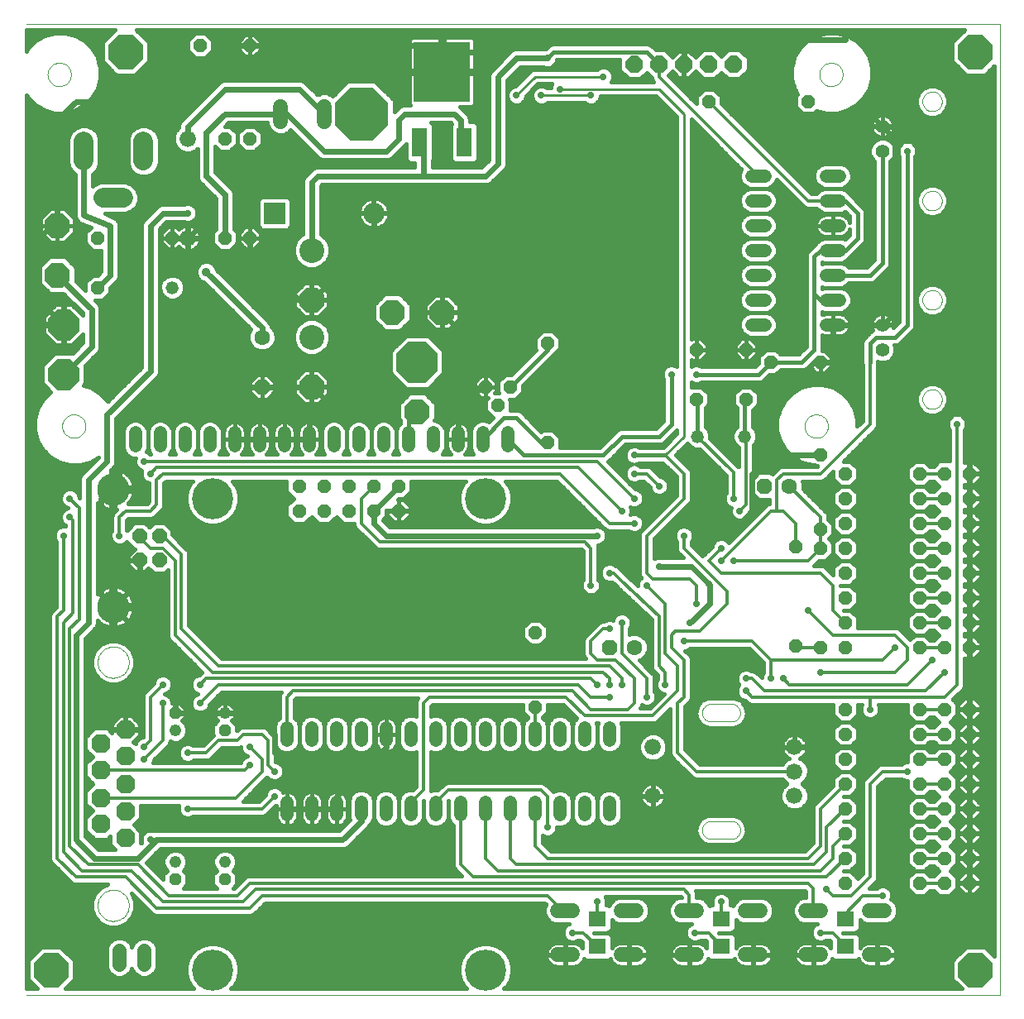
<source format=gbl>
G75*
G70*
%OFA0B0*%
%FSLAX24Y24*%
%IPPOS*%
%LPD*%
%AMOC8*
5,1,8,0,0,1.08239X$1,22.5*
%
%ADD10C,0.0000*%
%ADD11C,0.0520*%
%ADD12OC8,0.1000*%
%ADD13C,0.0520*%
%ADD14OC8,0.0520*%
%ADD15OC8,0.0630*%
%ADD16C,0.0630*%
%ADD17C,0.0660*%
%ADD18C,0.0600*%
%ADD19C,0.1000*%
%ADD20C,0.0787*%
%ADD21C,0.0554*%
%ADD22R,0.0710X0.0630*%
%ADD23OC8,0.0574*%
%ADD24C,0.1306*%
%ADD25OC8,0.0760*%
%ADD26OC8,0.0560*%
%ADD27OC8,0.0480*%
%ADD28C,0.0480*%
%ADD29OC8,0.0700*%
%ADD30C,0.0560*%
%ADD31R,0.2283X0.2441*%
%ADD32R,0.0630X0.1181*%
%ADD33OC8,0.1260*%
%ADD34R,0.0860X0.0860*%
%ADD35C,0.0860*%
%ADD36C,0.0240*%
%ADD37C,0.0160*%
%ADD38C,0.0120*%
%ADD39C,0.0277*%
%ADD40OC8,0.0277*%
%ADD41C,0.1660*%
%ADD42C,0.0100*%
%ADD43OC8,0.2165*%
%ADD44C,0.0356*%
%ADD45OC8,0.1384*%
%ADD46OC8,0.1660*%
D10*
X002925Y005413D02*
X042167Y005413D01*
X042167Y044533D01*
X002925Y044533D01*
X003777Y042500D02*
X003779Y042543D01*
X003785Y042585D01*
X003795Y042627D01*
X003808Y042668D01*
X003825Y042708D01*
X003846Y042745D01*
X003870Y042781D01*
X003897Y042814D01*
X003927Y042845D01*
X003960Y042873D01*
X003995Y042898D01*
X004032Y042919D01*
X004071Y042937D01*
X004111Y042951D01*
X004153Y042962D01*
X004195Y042969D01*
X004238Y042972D01*
X004281Y042971D01*
X004324Y042966D01*
X004366Y042957D01*
X004407Y042945D01*
X004447Y042929D01*
X004485Y042909D01*
X004521Y042886D01*
X004555Y042859D01*
X004587Y042830D01*
X004615Y042798D01*
X004641Y042763D01*
X004663Y042727D01*
X004682Y042688D01*
X004697Y042648D01*
X004709Y042607D01*
X004717Y042564D01*
X004721Y042521D01*
X004721Y042479D01*
X004717Y042436D01*
X004709Y042393D01*
X004697Y042352D01*
X004682Y042312D01*
X004663Y042273D01*
X004641Y042237D01*
X004615Y042202D01*
X004587Y042170D01*
X004555Y042141D01*
X004521Y042114D01*
X004485Y042091D01*
X004447Y042071D01*
X004407Y042055D01*
X004366Y042043D01*
X004324Y042034D01*
X004281Y042029D01*
X004238Y042028D01*
X004195Y042031D01*
X004153Y042038D01*
X004111Y042049D01*
X004071Y042063D01*
X004032Y042081D01*
X003995Y042102D01*
X003960Y042127D01*
X003927Y042155D01*
X003897Y042186D01*
X003870Y042219D01*
X003846Y042255D01*
X003825Y042292D01*
X003808Y042332D01*
X003795Y042373D01*
X003785Y042415D01*
X003779Y042457D01*
X003777Y042500D01*
X004367Y028326D02*
X004369Y028369D01*
X004375Y028411D01*
X004385Y028453D01*
X004398Y028494D01*
X004415Y028534D01*
X004436Y028571D01*
X004460Y028607D01*
X004487Y028640D01*
X004517Y028671D01*
X004550Y028699D01*
X004585Y028724D01*
X004622Y028745D01*
X004661Y028763D01*
X004701Y028777D01*
X004743Y028788D01*
X004785Y028795D01*
X004828Y028798D01*
X004871Y028797D01*
X004914Y028792D01*
X004956Y028783D01*
X004997Y028771D01*
X005037Y028755D01*
X005075Y028735D01*
X005111Y028712D01*
X005145Y028685D01*
X005177Y028656D01*
X005205Y028624D01*
X005231Y028589D01*
X005253Y028553D01*
X005272Y028514D01*
X005287Y028474D01*
X005299Y028433D01*
X005307Y028390D01*
X005311Y028347D01*
X005311Y028305D01*
X005307Y028262D01*
X005299Y028219D01*
X005287Y028178D01*
X005272Y028138D01*
X005253Y028099D01*
X005231Y028063D01*
X005205Y028028D01*
X005177Y027996D01*
X005145Y027967D01*
X005111Y027940D01*
X005075Y027917D01*
X005037Y027897D01*
X004997Y027881D01*
X004956Y027869D01*
X004914Y027860D01*
X004871Y027855D01*
X004828Y027854D01*
X004785Y027857D01*
X004743Y027864D01*
X004701Y027875D01*
X004661Y027889D01*
X004622Y027907D01*
X004585Y027928D01*
X004550Y027953D01*
X004517Y027981D01*
X004487Y028012D01*
X004460Y028045D01*
X004436Y028081D01*
X004415Y028118D01*
X004398Y028158D01*
X004385Y028199D01*
X004375Y028241D01*
X004369Y028283D01*
X004367Y028326D01*
X005795Y018813D02*
X005797Y018863D01*
X005803Y018913D01*
X005813Y018962D01*
X005827Y019010D01*
X005844Y019057D01*
X005865Y019102D01*
X005890Y019146D01*
X005918Y019187D01*
X005950Y019226D01*
X005984Y019263D01*
X006021Y019297D01*
X006061Y019327D01*
X006103Y019354D01*
X006147Y019378D01*
X006193Y019399D01*
X006240Y019415D01*
X006288Y019428D01*
X006338Y019437D01*
X006387Y019442D01*
X006438Y019443D01*
X006488Y019440D01*
X006537Y019433D01*
X006586Y019422D01*
X006634Y019407D01*
X006680Y019389D01*
X006725Y019367D01*
X006768Y019341D01*
X006809Y019312D01*
X006848Y019280D01*
X006884Y019245D01*
X006916Y019207D01*
X006946Y019167D01*
X006973Y019124D01*
X006996Y019080D01*
X007015Y019034D01*
X007031Y018986D01*
X007043Y018937D01*
X007051Y018888D01*
X007055Y018838D01*
X007055Y018788D01*
X007051Y018738D01*
X007043Y018689D01*
X007031Y018640D01*
X007015Y018592D01*
X006996Y018546D01*
X006973Y018502D01*
X006946Y018459D01*
X006916Y018419D01*
X006884Y018381D01*
X006848Y018346D01*
X006809Y018314D01*
X006768Y018285D01*
X006725Y018259D01*
X006680Y018237D01*
X006634Y018219D01*
X006586Y018204D01*
X006537Y018193D01*
X006488Y018186D01*
X006438Y018183D01*
X006387Y018184D01*
X006338Y018189D01*
X006288Y018198D01*
X006240Y018211D01*
X006193Y018227D01*
X006147Y018248D01*
X006103Y018272D01*
X006061Y018299D01*
X006021Y018329D01*
X005984Y018363D01*
X005950Y018400D01*
X005918Y018439D01*
X005890Y018480D01*
X005865Y018524D01*
X005844Y018569D01*
X005827Y018616D01*
X005813Y018664D01*
X005803Y018713D01*
X005797Y018763D01*
X005795Y018813D01*
X005795Y009013D02*
X005797Y009063D01*
X005803Y009113D01*
X005813Y009162D01*
X005827Y009210D01*
X005844Y009257D01*
X005865Y009302D01*
X005890Y009346D01*
X005918Y009387D01*
X005950Y009426D01*
X005984Y009463D01*
X006021Y009497D01*
X006061Y009527D01*
X006103Y009554D01*
X006147Y009578D01*
X006193Y009599D01*
X006240Y009615D01*
X006288Y009628D01*
X006338Y009637D01*
X006387Y009642D01*
X006438Y009643D01*
X006488Y009640D01*
X006537Y009633D01*
X006586Y009622D01*
X006634Y009607D01*
X006680Y009589D01*
X006725Y009567D01*
X006768Y009541D01*
X006809Y009512D01*
X006848Y009480D01*
X006884Y009445D01*
X006916Y009407D01*
X006946Y009367D01*
X006973Y009324D01*
X006996Y009280D01*
X007015Y009234D01*
X007031Y009186D01*
X007043Y009137D01*
X007051Y009088D01*
X007055Y009038D01*
X007055Y008988D01*
X007051Y008938D01*
X007043Y008889D01*
X007031Y008840D01*
X007015Y008792D01*
X006996Y008746D01*
X006973Y008702D01*
X006946Y008659D01*
X006916Y008619D01*
X006884Y008581D01*
X006848Y008546D01*
X006809Y008514D01*
X006768Y008485D01*
X006725Y008459D01*
X006680Y008437D01*
X006634Y008419D01*
X006586Y008404D01*
X006537Y008393D01*
X006488Y008386D01*
X006438Y008383D01*
X006387Y008384D01*
X006338Y008389D01*
X006288Y008398D01*
X006240Y008411D01*
X006193Y008427D01*
X006147Y008448D01*
X006103Y008472D01*
X006061Y008499D01*
X006021Y008529D01*
X005984Y008563D01*
X005950Y008600D01*
X005918Y008639D01*
X005890Y008680D01*
X005865Y008724D01*
X005844Y008769D01*
X005827Y008816D01*
X005813Y008864D01*
X005803Y008913D01*
X005797Y008963D01*
X005795Y009013D01*
X030512Y011696D02*
X031338Y011696D01*
X031338Y011697D02*
X031375Y011699D01*
X031412Y011705D01*
X031447Y011714D01*
X031482Y011728D01*
X031515Y011744D01*
X031546Y011765D01*
X031575Y011788D01*
X031601Y011814D01*
X031624Y011843D01*
X031645Y011874D01*
X031661Y011907D01*
X031675Y011942D01*
X031684Y011977D01*
X031690Y012014D01*
X031692Y012051D01*
X031690Y012088D01*
X031684Y012125D01*
X031675Y012160D01*
X031661Y012195D01*
X031645Y012228D01*
X031624Y012259D01*
X031601Y012288D01*
X031575Y012314D01*
X031546Y012337D01*
X031515Y012358D01*
X031482Y012374D01*
X031447Y012388D01*
X031412Y012397D01*
X031375Y012403D01*
X031338Y012405D01*
X030512Y012405D01*
X030475Y012403D01*
X030438Y012397D01*
X030403Y012388D01*
X030368Y012374D01*
X030335Y012358D01*
X030304Y012337D01*
X030275Y012314D01*
X030249Y012288D01*
X030226Y012259D01*
X030205Y012228D01*
X030189Y012195D01*
X030175Y012160D01*
X030166Y012125D01*
X030160Y012088D01*
X030158Y012051D01*
X030160Y012014D01*
X030166Y011977D01*
X030175Y011942D01*
X030189Y011907D01*
X030205Y011874D01*
X030226Y011843D01*
X030249Y011814D01*
X030275Y011788D01*
X030304Y011765D01*
X030335Y011744D01*
X030368Y011728D01*
X030403Y011714D01*
X030438Y011705D01*
X030475Y011699D01*
X030512Y011697D01*
X030512Y016421D02*
X031338Y016421D01*
X031375Y016423D01*
X031412Y016429D01*
X031447Y016438D01*
X031482Y016452D01*
X031515Y016468D01*
X031546Y016489D01*
X031575Y016512D01*
X031601Y016538D01*
X031624Y016567D01*
X031645Y016598D01*
X031661Y016631D01*
X031675Y016666D01*
X031684Y016701D01*
X031690Y016738D01*
X031692Y016775D01*
X031690Y016812D01*
X031684Y016849D01*
X031675Y016884D01*
X031661Y016919D01*
X031645Y016952D01*
X031624Y016983D01*
X031601Y017012D01*
X031575Y017038D01*
X031546Y017061D01*
X031515Y017082D01*
X031482Y017098D01*
X031447Y017112D01*
X031412Y017121D01*
X031375Y017127D01*
X031338Y017129D01*
X031338Y017130D02*
X030512Y017130D01*
X030512Y017129D02*
X030475Y017127D01*
X030438Y017121D01*
X030403Y017112D01*
X030368Y017098D01*
X030335Y017082D01*
X030304Y017061D01*
X030275Y017038D01*
X030249Y017012D01*
X030226Y016983D01*
X030205Y016952D01*
X030189Y016919D01*
X030175Y016884D01*
X030166Y016849D01*
X030160Y016812D01*
X030158Y016775D01*
X030160Y016738D01*
X030166Y016701D01*
X030175Y016666D01*
X030189Y016631D01*
X030205Y016598D01*
X030226Y016567D01*
X030249Y016538D01*
X030275Y016512D01*
X030304Y016489D01*
X030335Y016468D01*
X030368Y016452D01*
X030403Y016438D01*
X030438Y016429D01*
X030475Y016423D01*
X030512Y016421D01*
X034289Y028326D02*
X034291Y028369D01*
X034297Y028411D01*
X034307Y028453D01*
X034320Y028494D01*
X034337Y028534D01*
X034358Y028571D01*
X034382Y028607D01*
X034409Y028640D01*
X034439Y028671D01*
X034472Y028699D01*
X034507Y028724D01*
X034544Y028745D01*
X034583Y028763D01*
X034623Y028777D01*
X034665Y028788D01*
X034707Y028795D01*
X034750Y028798D01*
X034793Y028797D01*
X034836Y028792D01*
X034878Y028783D01*
X034919Y028771D01*
X034959Y028755D01*
X034997Y028735D01*
X035033Y028712D01*
X035067Y028685D01*
X035099Y028656D01*
X035127Y028624D01*
X035153Y028589D01*
X035175Y028553D01*
X035194Y028514D01*
X035209Y028474D01*
X035221Y028433D01*
X035229Y028390D01*
X035233Y028347D01*
X035233Y028305D01*
X035229Y028262D01*
X035221Y028219D01*
X035209Y028178D01*
X035194Y028138D01*
X035175Y028099D01*
X035153Y028063D01*
X035127Y028028D01*
X035099Y027996D01*
X035067Y027967D01*
X035033Y027940D01*
X034997Y027917D01*
X034959Y027897D01*
X034919Y027881D01*
X034878Y027869D01*
X034836Y027860D01*
X034793Y027855D01*
X034750Y027854D01*
X034707Y027857D01*
X034665Y027864D01*
X034623Y027875D01*
X034583Y027889D01*
X034544Y027907D01*
X034507Y027928D01*
X034472Y027953D01*
X034439Y027981D01*
X034409Y028012D01*
X034382Y028045D01*
X034358Y028081D01*
X034337Y028118D01*
X034320Y028158D01*
X034307Y028199D01*
X034297Y028241D01*
X034291Y028283D01*
X034289Y028326D01*
X039031Y029413D02*
X039033Y029452D01*
X039039Y029491D01*
X039049Y029529D01*
X039062Y029566D01*
X039079Y029601D01*
X039099Y029635D01*
X039123Y029666D01*
X039150Y029695D01*
X039179Y029721D01*
X039211Y029744D01*
X039245Y029764D01*
X039281Y029780D01*
X039318Y029792D01*
X039357Y029801D01*
X039396Y029806D01*
X039435Y029807D01*
X039474Y029804D01*
X039513Y029797D01*
X039550Y029786D01*
X039587Y029772D01*
X039622Y029754D01*
X039655Y029733D01*
X039686Y029708D01*
X039714Y029681D01*
X039739Y029651D01*
X039761Y029618D01*
X039780Y029584D01*
X039795Y029548D01*
X039807Y029510D01*
X039815Y029472D01*
X039819Y029433D01*
X039819Y029393D01*
X039815Y029354D01*
X039807Y029316D01*
X039795Y029278D01*
X039780Y029242D01*
X039761Y029208D01*
X039739Y029175D01*
X039714Y029145D01*
X039686Y029118D01*
X039655Y029093D01*
X039622Y029072D01*
X039587Y029054D01*
X039550Y029040D01*
X039513Y029029D01*
X039474Y029022D01*
X039435Y029019D01*
X039396Y029020D01*
X039357Y029025D01*
X039318Y029034D01*
X039281Y029046D01*
X039245Y029062D01*
X039211Y029082D01*
X039179Y029105D01*
X039150Y029131D01*
X039123Y029160D01*
X039099Y029191D01*
X039079Y029225D01*
X039062Y029260D01*
X039049Y029297D01*
X039039Y029335D01*
X039033Y029374D01*
X039031Y029413D01*
X039031Y033413D02*
X039033Y033452D01*
X039039Y033491D01*
X039049Y033529D01*
X039062Y033566D01*
X039079Y033601D01*
X039099Y033635D01*
X039123Y033666D01*
X039150Y033695D01*
X039179Y033721D01*
X039211Y033744D01*
X039245Y033764D01*
X039281Y033780D01*
X039318Y033792D01*
X039357Y033801D01*
X039396Y033806D01*
X039435Y033807D01*
X039474Y033804D01*
X039513Y033797D01*
X039550Y033786D01*
X039587Y033772D01*
X039622Y033754D01*
X039655Y033733D01*
X039686Y033708D01*
X039714Y033681D01*
X039739Y033651D01*
X039761Y033618D01*
X039780Y033584D01*
X039795Y033548D01*
X039807Y033510D01*
X039815Y033472D01*
X039819Y033433D01*
X039819Y033393D01*
X039815Y033354D01*
X039807Y033316D01*
X039795Y033278D01*
X039780Y033242D01*
X039761Y033208D01*
X039739Y033175D01*
X039714Y033145D01*
X039686Y033118D01*
X039655Y033093D01*
X039622Y033072D01*
X039587Y033054D01*
X039550Y033040D01*
X039513Y033029D01*
X039474Y033022D01*
X039435Y033019D01*
X039396Y033020D01*
X039357Y033025D01*
X039318Y033034D01*
X039281Y033046D01*
X039245Y033062D01*
X039211Y033082D01*
X039179Y033105D01*
X039150Y033131D01*
X039123Y033160D01*
X039099Y033191D01*
X039079Y033225D01*
X039062Y033260D01*
X039049Y033297D01*
X039039Y033335D01*
X039033Y033374D01*
X039031Y033413D01*
X039031Y037413D02*
X039033Y037452D01*
X039039Y037491D01*
X039049Y037529D01*
X039062Y037566D01*
X039079Y037601D01*
X039099Y037635D01*
X039123Y037666D01*
X039150Y037695D01*
X039179Y037721D01*
X039211Y037744D01*
X039245Y037764D01*
X039281Y037780D01*
X039318Y037792D01*
X039357Y037801D01*
X039396Y037806D01*
X039435Y037807D01*
X039474Y037804D01*
X039513Y037797D01*
X039550Y037786D01*
X039587Y037772D01*
X039622Y037754D01*
X039655Y037733D01*
X039686Y037708D01*
X039714Y037681D01*
X039739Y037651D01*
X039761Y037618D01*
X039780Y037584D01*
X039795Y037548D01*
X039807Y037510D01*
X039815Y037472D01*
X039819Y037433D01*
X039819Y037393D01*
X039815Y037354D01*
X039807Y037316D01*
X039795Y037278D01*
X039780Y037242D01*
X039761Y037208D01*
X039739Y037175D01*
X039714Y037145D01*
X039686Y037118D01*
X039655Y037093D01*
X039622Y037072D01*
X039587Y037054D01*
X039550Y037040D01*
X039513Y037029D01*
X039474Y037022D01*
X039435Y037019D01*
X039396Y037020D01*
X039357Y037025D01*
X039318Y037034D01*
X039281Y037046D01*
X039245Y037062D01*
X039211Y037082D01*
X039179Y037105D01*
X039150Y037131D01*
X039123Y037160D01*
X039099Y037191D01*
X039079Y037225D01*
X039062Y037260D01*
X039049Y037297D01*
X039039Y037335D01*
X039033Y037374D01*
X039031Y037413D01*
X039031Y041413D02*
X039033Y041452D01*
X039039Y041491D01*
X039049Y041529D01*
X039062Y041566D01*
X039079Y041601D01*
X039099Y041635D01*
X039123Y041666D01*
X039150Y041695D01*
X039179Y041721D01*
X039211Y041744D01*
X039245Y041764D01*
X039281Y041780D01*
X039318Y041792D01*
X039357Y041801D01*
X039396Y041806D01*
X039435Y041807D01*
X039474Y041804D01*
X039513Y041797D01*
X039550Y041786D01*
X039587Y041772D01*
X039622Y041754D01*
X039655Y041733D01*
X039686Y041708D01*
X039714Y041681D01*
X039739Y041651D01*
X039761Y041618D01*
X039780Y041584D01*
X039795Y041548D01*
X039807Y041510D01*
X039815Y041472D01*
X039819Y041433D01*
X039819Y041393D01*
X039815Y041354D01*
X039807Y041316D01*
X039795Y041278D01*
X039780Y041242D01*
X039761Y041208D01*
X039739Y041175D01*
X039714Y041145D01*
X039686Y041118D01*
X039655Y041093D01*
X039622Y041072D01*
X039587Y041054D01*
X039550Y041040D01*
X039513Y041029D01*
X039474Y041022D01*
X039435Y041019D01*
X039396Y041020D01*
X039357Y041025D01*
X039318Y041034D01*
X039281Y041046D01*
X039245Y041062D01*
X039211Y041082D01*
X039179Y041105D01*
X039150Y041131D01*
X039123Y041160D01*
X039099Y041191D01*
X039079Y041225D01*
X039062Y041260D01*
X039049Y041297D01*
X039039Y041335D01*
X039033Y041374D01*
X039031Y041413D01*
X034879Y042500D02*
X034881Y042543D01*
X034887Y042585D01*
X034897Y042627D01*
X034910Y042668D01*
X034927Y042708D01*
X034948Y042745D01*
X034972Y042781D01*
X034999Y042814D01*
X035029Y042845D01*
X035062Y042873D01*
X035097Y042898D01*
X035134Y042919D01*
X035173Y042937D01*
X035213Y042951D01*
X035255Y042962D01*
X035297Y042969D01*
X035340Y042972D01*
X035383Y042971D01*
X035426Y042966D01*
X035468Y042957D01*
X035509Y042945D01*
X035549Y042929D01*
X035587Y042909D01*
X035623Y042886D01*
X035657Y042859D01*
X035689Y042830D01*
X035717Y042798D01*
X035743Y042763D01*
X035765Y042727D01*
X035784Y042688D01*
X035799Y042648D01*
X035811Y042607D01*
X035819Y042564D01*
X035823Y042521D01*
X035823Y042479D01*
X035819Y042436D01*
X035811Y042393D01*
X035799Y042352D01*
X035784Y042312D01*
X035765Y042273D01*
X035743Y042237D01*
X035717Y042202D01*
X035689Y042170D01*
X035657Y042141D01*
X035623Y042114D01*
X035587Y042091D01*
X035549Y042071D01*
X035509Y042055D01*
X035468Y042043D01*
X035426Y042034D01*
X035383Y042029D01*
X035340Y042028D01*
X035297Y042031D01*
X035255Y042038D01*
X035213Y042049D01*
X035173Y042063D01*
X035134Y042081D01*
X035097Y042102D01*
X035062Y042127D01*
X035029Y042155D01*
X034999Y042186D01*
X034972Y042219D01*
X034948Y042255D01*
X034927Y042292D01*
X034910Y042332D01*
X034897Y042373D01*
X034887Y042415D01*
X034881Y042457D01*
X034879Y042500D01*
D11*
X035165Y038413D02*
X035685Y038413D01*
X035685Y037413D02*
X035165Y037413D01*
X035165Y036413D02*
X035685Y036413D01*
X035685Y035413D02*
X035165Y035413D01*
X035165Y034413D02*
X035685Y034413D01*
X035685Y033413D02*
X035165Y033413D01*
X035165Y032413D02*
X035685Y032413D01*
X032685Y032413D02*
X032165Y032413D01*
X032165Y033413D02*
X032685Y033413D01*
X032685Y034413D02*
X032165Y034413D01*
X032165Y035413D02*
X032685Y035413D01*
X032685Y036413D02*
X032165Y036413D01*
X032165Y037413D02*
X032685Y037413D01*
X032685Y038413D02*
X032165Y038413D01*
X022312Y028058D02*
X022312Y027538D01*
X021312Y027538D02*
X021312Y028058D01*
X020312Y028058D02*
X020312Y027538D01*
X019312Y027538D02*
X019312Y028058D01*
X018312Y028058D02*
X018312Y027538D01*
X017312Y027538D02*
X017312Y028058D01*
X016312Y028058D02*
X016312Y027538D01*
X015312Y027538D02*
X015312Y028058D01*
X014312Y028058D02*
X014312Y027538D01*
X013312Y027538D02*
X013312Y028058D01*
X012312Y028058D02*
X012312Y027538D01*
X011312Y027538D02*
X011312Y028058D01*
X010312Y028058D02*
X010312Y027538D01*
X009312Y027538D02*
X009312Y028058D01*
X008312Y028058D02*
X008312Y027538D01*
X007312Y027538D02*
X007312Y028058D01*
X013425Y016173D02*
X013425Y015653D01*
X014425Y015653D02*
X014425Y016173D01*
X015425Y016173D02*
X015425Y015653D01*
X016425Y015653D02*
X016425Y016173D01*
X017425Y016173D02*
X017425Y015653D01*
X018425Y015653D02*
X018425Y016173D01*
X019425Y016173D02*
X019425Y015653D01*
X020425Y015653D02*
X020425Y016173D01*
X021425Y016173D02*
X021425Y015653D01*
X022425Y015653D02*
X022425Y016173D01*
X023425Y016173D02*
X023425Y015653D01*
X024425Y015653D02*
X024425Y016173D01*
X025425Y016173D02*
X025425Y015653D01*
X026425Y015653D02*
X026425Y016173D01*
X026425Y013173D02*
X026425Y012653D01*
X025425Y012653D02*
X025425Y013173D01*
X024425Y013173D02*
X024425Y012653D01*
X023425Y012653D02*
X023425Y013173D01*
X022425Y013173D02*
X022425Y012653D01*
X021425Y012653D02*
X021425Y013173D01*
X020425Y013173D02*
X020425Y012653D01*
X019425Y012653D02*
X019425Y013173D01*
X018425Y013173D02*
X018425Y012653D01*
X017425Y012653D02*
X017425Y013173D01*
X016425Y013173D02*
X016425Y012653D01*
X015425Y012653D02*
X015425Y013173D01*
X014425Y013173D02*
X014425Y012653D01*
X013425Y012653D02*
X013425Y013173D01*
D12*
X018675Y028913D03*
X017675Y032913D03*
X019675Y032913D03*
X014425Y033413D03*
X014425Y029913D03*
X004175Y034413D03*
X004175Y036413D03*
D13*
X008800Y033913D03*
X029975Y027913D03*
X031875Y027913D03*
D14*
X031925Y029413D03*
X032925Y030913D03*
X031925Y031413D03*
X029925Y031413D03*
X029925Y029413D03*
X034925Y030913D03*
X034925Y027163D03*
X035925Y026413D03*
X035925Y025413D03*
X035925Y024413D03*
X035925Y023413D03*
X034925Y023413D03*
X034925Y024163D03*
X033925Y023456D03*
X035925Y022413D03*
X035925Y021413D03*
X035925Y020413D03*
X035925Y019413D03*
X034925Y019413D03*
X033925Y019456D03*
X035925Y016913D03*
X035925Y015913D03*
X035925Y014913D03*
X035925Y013913D03*
X035925Y012913D03*
X035925Y011913D03*
X035925Y010913D03*
X035925Y009913D03*
X038925Y009913D03*
X038925Y010913D03*
X038925Y011913D03*
X038925Y012913D03*
X038925Y013913D03*
X038925Y014913D03*
X038925Y015913D03*
X038925Y016913D03*
X038925Y019413D03*
X038925Y020413D03*
X038925Y021413D03*
X038925Y022413D03*
X038925Y023413D03*
X038925Y024413D03*
X038925Y025413D03*
X038925Y026413D03*
X023925Y027663D03*
X021925Y029163D03*
X021425Y029913D03*
X022425Y029913D03*
X023925Y031663D03*
X030425Y041413D03*
X034425Y041413D03*
X011925Y039913D03*
X010925Y039913D03*
X009925Y043663D03*
X011925Y043663D03*
X011925Y035913D03*
X010925Y035913D03*
X008800Y035913D03*
X005800Y035913D03*
X005800Y033913D03*
X023425Y020017D03*
X023425Y017017D03*
D15*
X026425Y019413D03*
X032675Y025913D03*
X012425Y029913D03*
D16*
X012425Y031913D03*
X027425Y019413D03*
X033675Y025913D03*
D17*
X033878Y015397D03*
X033878Y014413D03*
X033878Y013429D03*
X028169Y013429D03*
X028169Y015397D03*
X009425Y035913D03*
X009425Y039913D03*
D18*
X013175Y040613D02*
X013175Y041213D01*
X014925Y041213D02*
X014925Y040613D01*
X024345Y008803D02*
X024945Y008803D01*
X024945Y007023D02*
X024345Y007023D01*
X026905Y007023D02*
X027505Y007023D01*
X027505Y008803D02*
X026905Y008803D01*
X029345Y008803D02*
X029945Y008803D01*
X029945Y007023D02*
X029345Y007023D01*
X031905Y007023D02*
X032505Y007023D01*
X032505Y008803D02*
X031905Y008803D01*
X034345Y008803D02*
X034945Y008803D01*
X034945Y007023D02*
X034345Y007023D01*
X036905Y007023D02*
X037505Y007023D01*
X037505Y008803D02*
X036905Y008803D01*
D19*
X014425Y031913D03*
X014425Y035413D03*
D20*
X007645Y039019D02*
X007645Y039807D01*
X005244Y039807D02*
X005244Y039019D01*
X006031Y037523D02*
X006819Y037523D01*
D21*
X037425Y039413D03*
X037425Y040413D03*
X037425Y032413D03*
X037425Y031413D03*
D22*
X035925Y008473D03*
X035925Y007353D03*
X030925Y007353D03*
X030925Y008473D03*
X025925Y008473D03*
X025925Y007353D03*
D23*
X008279Y022921D03*
X007492Y022921D03*
X007492Y023905D03*
X008279Y023905D03*
D24*
X006425Y025783D03*
X006425Y021043D03*
D25*
X006925Y016101D03*
X006925Y015038D03*
X005925Y015538D03*
X005925Y014476D03*
X006925Y013913D03*
X006925Y012788D03*
X006925Y011725D03*
X005925Y012288D03*
X005925Y013350D03*
D26*
X013925Y024913D03*
X013925Y025913D03*
X014925Y025913D03*
X015925Y025913D03*
X016925Y025913D03*
X017925Y025913D03*
X017925Y024913D03*
X016925Y024913D03*
X015925Y024913D03*
X014925Y024913D03*
X039925Y024413D03*
X039925Y025413D03*
X039925Y026413D03*
X040925Y026413D03*
X040925Y025413D03*
X040925Y024413D03*
X040925Y023413D03*
X039925Y023413D03*
X039925Y022413D03*
X040925Y022413D03*
X040925Y021413D03*
X039925Y021413D03*
X039925Y020413D03*
X040925Y020413D03*
X040925Y019413D03*
X039925Y019413D03*
X039925Y016913D03*
X040925Y016913D03*
X040925Y015913D03*
X039925Y015913D03*
X039925Y014913D03*
X040925Y014913D03*
X040925Y013913D03*
X039925Y013913D03*
X039925Y012913D03*
X040925Y012913D03*
X040925Y011913D03*
X039925Y011913D03*
X039925Y010913D03*
X040925Y010913D03*
X040925Y009913D03*
X039925Y009913D03*
D27*
X010925Y010063D03*
X008925Y010063D03*
X010925Y016063D03*
X008925Y016763D03*
D28*
X008925Y016063D03*
X010925Y016763D03*
X010925Y010763D03*
X008925Y010763D03*
D29*
X027425Y042913D03*
X028425Y042913D03*
X029425Y042913D03*
X030425Y042913D03*
X031425Y042913D03*
D30*
X007675Y007193D02*
X007675Y006633D01*
X006675Y006633D02*
X006675Y007193D01*
D31*
X019675Y042600D03*
D32*
X018777Y039773D03*
X020573Y039773D03*
D33*
X004425Y032413D03*
X004425Y030413D03*
D34*
X012925Y036913D03*
D35*
X016925Y036913D03*
D36*
X016925Y035913D01*
X014425Y033413D01*
X013925Y033413D01*
X011925Y035413D01*
X011675Y035163D01*
X009675Y035163D01*
X009425Y035413D01*
X009425Y031413D01*
X007925Y029913D01*
X012425Y029913D01*
X014425Y029913D01*
X014458Y029913D01*
X015103Y029268D01*
X015675Y029788D01*
X020175Y029788D01*
X020175Y032413D01*
X019675Y032913D01*
X020175Y029788D02*
X020312Y029776D01*
X020312Y027798D01*
X020175Y029788D02*
X021300Y029788D01*
X021425Y029913D01*
X017925Y025913D02*
X016925Y024913D01*
X016925Y024413D01*
X017425Y023913D01*
X025925Y023913D01*
X028425Y022663D02*
X029718Y022663D01*
X030425Y021956D01*
X030446Y021934D02*
X030446Y021184D01*
X029675Y020413D01*
X030425Y023913D02*
X030925Y024413D01*
X031675Y024413D01*
X032175Y024913D01*
X032175Y026413D01*
X032425Y026663D01*
X032425Y027413D01*
X032675Y027163D01*
X034925Y027163D01*
X032425Y027413D02*
X032425Y028663D01*
X034675Y030913D01*
X034925Y030913D01*
X035425Y030913D01*
X035425Y032413D01*
X037425Y032413D01*
X037925Y032913D01*
X037925Y036413D01*
X037925Y039913D01*
X037425Y040413D01*
X036925Y040913D01*
X032925Y040913D01*
X032425Y041413D01*
X032425Y043413D01*
X031925Y043913D01*
X035925Y043913D01*
X037425Y040413D02*
X040425Y040413D01*
X040925Y039913D01*
X040925Y026413D01*
X040925Y025413D01*
X040925Y024413D01*
X040925Y023413D01*
X040925Y022413D01*
X040925Y021413D01*
X040925Y020413D01*
X040925Y019413D01*
X040925Y016913D01*
X040925Y015913D01*
X040925Y015413D01*
X034144Y015413D01*
X040925Y015413D02*
X040925Y014913D01*
X040925Y013913D01*
X040925Y012913D01*
X040925Y011913D01*
X040925Y010913D01*
X040925Y009913D01*
X017425Y015413D02*
X016425Y014413D01*
X015425Y013413D01*
X015425Y012913D01*
X013425Y012913D01*
X013675Y014413D02*
X012925Y015163D01*
X012925Y015913D01*
X012075Y016763D01*
X010925Y016763D01*
X008925Y016763D01*
X008925Y018543D01*
X006425Y021043D01*
X005925Y021543D01*
X005925Y025413D01*
X006425Y025913D01*
X006675Y026163D01*
X006675Y028663D01*
X007925Y029913D01*
X007925Y030538D02*
X007925Y036413D01*
X008425Y036913D01*
X009425Y036913D01*
X009925Y037413D02*
X009925Y036413D01*
X009425Y035913D01*
X009425Y035413D01*
X009425Y035913D02*
X008800Y035913D01*
X009925Y037413D02*
X008425Y038913D01*
X008425Y041413D01*
X004925Y041413D01*
X004175Y040663D01*
X004175Y036413D01*
X003925Y036413D01*
X003425Y035913D01*
X003425Y033413D01*
X004425Y032413D01*
X005550Y033038D02*
X005550Y031538D01*
X004425Y030413D01*
X006175Y028788D02*
X007925Y030538D01*
X006175Y028788D02*
X006175Y026913D01*
X005425Y026163D01*
X005425Y020413D01*
X004925Y019913D01*
X004925Y011663D01*
X005675Y010913D01*
X007425Y010913D01*
X008175Y011663D01*
X015675Y011663D01*
X016425Y012413D01*
X016425Y012913D01*
X016425Y014413D02*
X013675Y014413D01*
X017425Y015413D02*
X017425Y015913D01*
X007484Y022102D02*
X006425Y021043D01*
X007484Y022102D02*
X007484Y022913D01*
X011312Y027798D02*
X012312Y027798D01*
X013312Y027798D01*
X014312Y027798D01*
X014312Y028550D01*
X015103Y029268D01*
X012425Y031913D02*
X012425Y032288D01*
X010175Y034538D01*
X010925Y035913D02*
X010925Y037663D01*
X010175Y038413D01*
X010175Y040163D01*
X010925Y040913D01*
X013175Y040913D01*
X013425Y040913D01*
X014925Y039413D01*
X017425Y039413D01*
X017925Y039913D01*
X017925Y040663D01*
X018175Y040913D01*
X020175Y040913D01*
X020425Y040663D01*
X020425Y039921D01*
X020573Y039773D01*
X021925Y038913D02*
X021425Y038413D01*
X018925Y038413D01*
X014675Y038413D01*
X014425Y038163D01*
X014425Y035413D01*
X011925Y035413D02*
X011925Y035913D01*
X009425Y039913D02*
X009425Y040413D01*
X010925Y041913D01*
X013925Y041913D01*
X014925Y040913D01*
X011925Y043663D02*
X018675Y043663D01*
X018729Y043661D01*
X018782Y043655D01*
X018834Y043646D01*
X018886Y043633D01*
X018937Y043616D01*
X018987Y043595D01*
X019034Y043571D01*
X019080Y043544D01*
X019124Y043513D01*
X019166Y043480D01*
X019205Y043443D01*
X019242Y043404D01*
X019275Y043362D01*
X019306Y043318D01*
X019333Y043272D01*
X019357Y043225D01*
X019378Y043175D01*
X019395Y043124D01*
X019408Y043072D01*
X019417Y043020D01*
X019423Y042967D01*
X019425Y042913D01*
X019425Y042413D01*
X020425Y043413D01*
X021425Y043413D01*
X020425Y043413D02*
X019988Y043413D01*
X021925Y042413D02*
X022675Y043163D01*
X023925Y043163D01*
X021925Y042413D02*
X021925Y038913D01*
X018925Y038413D02*
X018925Y039626D01*
X018777Y039773D01*
X011925Y043663D02*
X011175Y043663D01*
X008425Y041413D01*
X005244Y039413D02*
X005244Y036844D01*
X006300Y036413D01*
X006300Y034413D01*
X005800Y033913D01*
X005550Y033038D02*
X004175Y034413D01*
X026925Y043913D02*
X028925Y043913D01*
X029425Y043413D01*
X029425Y042913D01*
X029425Y043413D02*
X029925Y043913D01*
X031925Y043913D01*
D37*
X031669Y043503D02*
X031181Y043503D01*
X030925Y043247D01*
X030669Y043503D01*
X030181Y043503D01*
X029883Y043205D01*
X029645Y043443D01*
X029445Y043443D01*
X029445Y042933D01*
X029405Y042933D01*
X029405Y043443D01*
X029205Y043443D01*
X028967Y043205D01*
X028669Y043503D01*
X028288Y043503D01*
X028196Y043594D01*
X028106Y043684D01*
X027989Y043733D01*
X024111Y043733D01*
X023994Y043684D01*
X023851Y043542D01*
X023768Y043542D01*
X023749Y043523D01*
X022603Y043523D01*
X022471Y043468D01*
X021620Y042617D01*
X021565Y042485D01*
X021565Y039062D01*
X021276Y038773D01*
X019285Y038773D01*
X019285Y039036D01*
X019296Y039047D01*
X019332Y039135D01*
X019332Y040412D01*
X019296Y040500D01*
X019243Y040553D01*
X020026Y040553D01*
X020065Y040514D01*
X020065Y040511D01*
X020054Y040500D01*
X020018Y040412D01*
X020018Y039135D01*
X020054Y039047D01*
X020122Y038979D01*
X020210Y038943D01*
X020935Y038943D01*
X021024Y038979D01*
X021091Y039047D01*
X021128Y039135D01*
X021128Y040412D01*
X021091Y040500D01*
X021024Y040567D01*
X020935Y040604D01*
X020785Y040604D01*
X020785Y040735D01*
X020730Y040867D01*
X020629Y040968D01*
X020480Y041117D01*
X020398Y041200D01*
X020840Y041200D01*
X020886Y041212D01*
X020927Y041235D01*
X020961Y041269D01*
X020984Y041310D01*
X020997Y041356D01*
X020997Y042520D01*
X019755Y042520D01*
X019755Y042680D01*
X019595Y042680D01*
X019595Y044000D01*
X018510Y044000D01*
X018464Y043988D01*
X018423Y043965D01*
X018389Y043931D01*
X018366Y043890D01*
X018353Y043844D01*
X018353Y042680D01*
X019595Y042680D01*
X019595Y042520D01*
X018353Y042520D01*
X018353Y041356D01*
X018366Y041310D01*
X018387Y041273D01*
X018103Y041273D01*
X017971Y041218D01*
X017748Y040995D01*
X017748Y041461D01*
X016973Y042236D01*
X015877Y042236D01*
X015272Y041630D01*
X015231Y041671D01*
X015032Y041753D01*
X014818Y041753D01*
X014660Y041688D01*
X014230Y042117D01*
X014129Y042218D01*
X013997Y042273D01*
X010853Y042273D01*
X010721Y042218D01*
X009221Y040718D01*
X009120Y040617D01*
X009065Y040485D01*
X009065Y040359D01*
X008942Y040236D01*
X008855Y040026D01*
X008855Y039800D01*
X008942Y039590D01*
X009102Y039430D01*
X009312Y039343D01*
X009538Y039343D01*
X009748Y039430D01*
X009815Y039497D01*
X009815Y038341D01*
X009870Y038209D01*
X010565Y037514D01*
X010565Y036260D01*
X010425Y036120D01*
X010425Y035706D01*
X010718Y035413D01*
X011132Y035413D01*
X011425Y035706D01*
X011425Y036120D01*
X011285Y036260D01*
X011285Y037735D01*
X011230Y037867D01*
X010535Y038562D01*
X010535Y039596D01*
X010718Y039413D01*
X011132Y039413D01*
X011425Y039706D01*
X011718Y039413D01*
X012132Y039413D01*
X012425Y039706D01*
X012425Y040120D01*
X012132Y040413D01*
X011718Y040413D01*
X011425Y040120D01*
X011425Y039706D01*
X011425Y040120D01*
X011132Y040413D01*
X010934Y040413D01*
X011074Y040553D01*
X012635Y040553D01*
X012635Y040506D01*
X012717Y040307D01*
X012869Y040155D01*
X013068Y040073D01*
X013282Y040073D01*
X013481Y040155D01*
X013577Y040252D01*
X014721Y039108D01*
X014853Y039053D01*
X017497Y039053D01*
X017629Y039108D01*
X017730Y039209D01*
X018222Y039701D01*
X018222Y039135D01*
X018259Y039047D01*
X018326Y038979D01*
X018415Y038943D01*
X018565Y038943D01*
X018565Y038773D01*
X014603Y038773D01*
X014471Y038718D01*
X014221Y038468D01*
X014120Y038367D01*
X014065Y038235D01*
X014065Y036065D01*
X014006Y036040D01*
X013798Y035832D01*
X013685Y035560D01*
X013685Y035266D01*
X013798Y034994D01*
X014006Y034786D01*
X014278Y034673D01*
X014572Y034673D01*
X014844Y034786D01*
X015052Y034994D01*
X015165Y035266D01*
X015165Y035560D01*
X015052Y035832D01*
X014844Y036040D01*
X014785Y036065D01*
X014785Y038014D01*
X014824Y038053D01*
X021497Y038053D01*
X021629Y038108D01*
X022129Y038608D01*
X022230Y038709D01*
X022285Y038841D01*
X022285Y042264D01*
X022824Y042803D01*
X023749Y042803D01*
X023768Y042784D01*
X024082Y042784D01*
X024304Y043006D01*
X024304Y043089D01*
X024308Y043093D01*
X026835Y043093D01*
X026835Y042669D01*
X027181Y042323D01*
X027669Y042323D01*
X027925Y042579D01*
X028125Y042379D01*
X028125Y042353D01*
X028171Y042243D01*
X028211Y042203D01*
X026498Y042203D01*
X026554Y042338D01*
X026554Y042488D01*
X026496Y042628D01*
X026390Y042734D01*
X026250Y042792D01*
X026100Y042792D01*
X025960Y042734D01*
X025929Y042703D01*
X023367Y042703D01*
X023261Y042659D01*
X022644Y042042D01*
X022600Y042042D01*
X022460Y041984D01*
X022354Y041878D01*
X022296Y041738D01*
X022296Y041588D01*
X022354Y041448D01*
X022460Y041342D01*
X022600Y041284D01*
X022750Y041284D01*
X022890Y041342D01*
X022996Y041448D01*
X023054Y041588D01*
X023054Y041632D01*
X023545Y042123D01*
X024102Y042123D01*
X024046Y041988D01*
X024046Y041953D01*
X023921Y041953D01*
X023890Y041984D01*
X023750Y042042D01*
X023600Y042042D01*
X023460Y041984D01*
X023354Y041878D01*
X023296Y041738D01*
X023296Y041588D01*
X023354Y041448D01*
X023460Y041342D01*
X023600Y041284D01*
X023750Y041284D01*
X023890Y041342D01*
X023921Y041373D01*
X025429Y041373D01*
X025460Y041342D01*
X025600Y041284D01*
X025750Y041284D01*
X025890Y041342D01*
X025996Y041448D01*
X026054Y041588D01*
X026054Y041623D01*
X028305Y041623D01*
X029135Y040793D01*
X029135Y030736D01*
X029000Y030792D01*
X028850Y030792D01*
X028710Y030734D01*
X028604Y030628D01*
X028546Y030488D01*
X028546Y030338D01*
X028604Y030198D01*
X028605Y030197D01*
X028605Y028546D01*
X028292Y028233D01*
X026861Y028233D01*
X026744Y028184D01*
X026042Y027483D01*
X024425Y027483D01*
X024425Y027870D01*
X024132Y028163D01*
X023718Y028163D01*
X023673Y028118D01*
X022856Y028934D01*
X022739Y028983D01*
X022425Y028983D01*
X022425Y029370D01*
X022382Y029413D01*
X022632Y029413D01*
X022925Y029706D01*
X022925Y029960D01*
X024106Y031142D01*
X024128Y031163D01*
X024132Y031163D01*
X024425Y031456D01*
X024425Y031870D01*
X024132Y032163D01*
X023718Y032163D01*
X023425Y031870D01*
X023425Y031456D01*
X023470Y031411D01*
X022472Y030413D01*
X022218Y030413D01*
X021925Y030120D01*
X021925Y029706D01*
X021968Y029663D01*
X021797Y029663D01*
X021865Y029731D01*
X021865Y029913D01*
X021865Y030095D01*
X021607Y030353D01*
X021425Y030353D01*
X021425Y029913D01*
X021425Y029913D01*
X021425Y030353D01*
X021243Y030353D01*
X020985Y030095D01*
X020985Y029913D01*
X021425Y029913D01*
X021865Y029913D01*
X021425Y029913D01*
X021425Y029913D01*
X021425Y029913D01*
X020985Y029913D01*
X020985Y029731D01*
X021243Y029473D01*
X021425Y029473D01*
X021528Y029473D01*
X021425Y029370D01*
X021425Y028956D01*
X021718Y028663D01*
X021724Y028663D01*
X021558Y028497D01*
X021411Y028558D01*
X021212Y028558D01*
X021028Y028482D01*
X020888Y028342D01*
X020812Y028158D01*
X020812Y027439D01*
X020888Y027255D01*
X020930Y027213D01*
X020608Y027213D01*
X020647Y027252D01*
X020688Y027308D01*
X020719Y027369D01*
X020741Y027435D01*
X020752Y027504D01*
X020752Y027798D01*
X020312Y027798D01*
X020312Y027798D01*
X020752Y027798D01*
X020752Y028093D01*
X020741Y028161D01*
X020719Y028227D01*
X020688Y028289D01*
X020647Y028345D01*
X020598Y028394D01*
X020542Y028435D01*
X020480Y028466D01*
X020415Y028488D01*
X020346Y028498D01*
X020312Y028498D01*
X020312Y027798D01*
X020312Y027798D01*
X019872Y027798D01*
X019872Y027504D01*
X019882Y027435D01*
X019904Y027369D01*
X019935Y027308D01*
X019976Y027252D01*
X020015Y027213D01*
X019693Y027213D01*
X019735Y027255D01*
X019812Y027439D01*
X019812Y028158D01*
X019735Y028342D01*
X019595Y028482D01*
X019411Y028558D01*
X019367Y028558D01*
X019415Y028606D01*
X019415Y029220D01*
X018982Y029653D01*
X018368Y029653D01*
X017935Y029220D01*
X017935Y028606D01*
X017992Y028550D01*
X017992Y028445D01*
X017888Y028342D01*
X017812Y028158D01*
X017812Y027439D01*
X017888Y027255D01*
X017930Y027213D01*
X017693Y027213D01*
X017735Y027255D01*
X017812Y027439D01*
X017812Y028158D01*
X017735Y028342D01*
X017595Y028482D01*
X017411Y028558D01*
X017212Y028558D01*
X017028Y028482D01*
X016888Y028342D01*
X016812Y028158D01*
X016812Y027439D01*
X016888Y027255D01*
X016930Y027213D01*
X016693Y027213D01*
X016735Y027255D01*
X016812Y027439D01*
X016812Y028158D01*
X016735Y028342D01*
X016595Y028482D01*
X016411Y028558D01*
X016212Y028558D01*
X016028Y028482D01*
X015888Y028342D01*
X015812Y028158D01*
X015812Y027439D01*
X015888Y027255D01*
X015930Y027213D01*
X015693Y027213D01*
X015735Y027255D01*
X015812Y027439D01*
X015812Y028158D01*
X015735Y028342D01*
X015595Y028482D01*
X015411Y028558D01*
X015212Y028558D01*
X015028Y028482D01*
X014888Y028342D01*
X014812Y028158D01*
X014812Y027439D01*
X014888Y027255D01*
X014930Y027213D01*
X014608Y027213D01*
X014647Y027252D01*
X014688Y027308D01*
X014719Y027369D01*
X014741Y027435D01*
X014752Y027504D01*
X014752Y027798D01*
X014312Y027798D01*
X014312Y027798D01*
X014752Y027798D01*
X014752Y028093D01*
X014741Y028161D01*
X014719Y028227D01*
X014688Y028289D01*
X014647Y028345D01*
X014598Y028394D01*
X014542Y028435D01*
X014480Y028466D01*
X014415Y028488D01*
X014346Y028498D01*
X014312Y028498D01*
X014312Y027798D01*
X014312Y027798D01*
X013872Y027798D01*
X013872Y027504D01*
X013882Y027435D01*
X013904Y027369D01*
X013935Y027308D01*
X013976Y027252D01*
X014015Y027213D01*
X013608Y027213D01*
X013647Y027252D01*
X013688Y027308D01*
X013719Y027369D01*
X013741Y027435D01*
X013752Y027504D01*
X013752Y027798D01*
X013312Y027798D01*
X013312Y027798D01*
X013752Y027798D01*
X013752Y028093D01*
X013741Y028161D01*
X013719Y028227D01*
X013688Y028289D01*
X013647Y028345D01*
X013598Y028394D01*
X013542Y028435D01*
X013480Y028466D01*
X013415Y028488D01*
X013346Y028498D01*
X013312Y028498D01*
X013312Y027798D01*
X013312Y027798D01*
X012872Y027798D01*
X012872Y027504D01*
X012882Y027435D01*
X012904Y027369D01*
X012935Y027308D01*
X012976Y027252D01*
X013015Y027213D01*
X012608Y027213D01*
X012647Y027252D01*
X012688Y027308D01*
X012719Y027369D01*
X012741Y027435D01*
X012752Y027504D01*
X012752Y027798D01*
X012312Y027798D01*
X012312Y027798D01*
X012752Y027798D01*
X012752Y028093D01*
X012741Y028161D01*
X012719Y028227D01*
X012688Y028289D01*
X012647Y028345D01*
X012598Y028394D01*
X012542Y028435D01*
X012480Y028466D01*
X012415Y028488D01*
X012346Y028498D01*
X012312Y028498D01*
X012312Y027798D01*
X012312Y027798D01*
X011872Y027798D01*
X011872Y027504D01*
X011882Y027435D01*
X011904Y027369D01*
X011935Y027308D01*
X011976Y027252D01*
X012015Y027213D01*
X011608Y027213D01*
X011647Y027252D01*
X011688Y027308D01*
X011719Y027369D01*
X011741Y027435D01*
X011752Y027504D01*
X011752Y027798D01*
X011312Y027798D01*
X011312Y027798D01*
X011752Y027798D01*
X011752Y028093D01*
X011741Y028161D01*
X011719Y028227D01*
X011688Y028289D01*
X011647Y028345D01*
X011598Y028394D01*
X011542Y028435D01*
X011480Y028466D01*
X011415Y028488D01*
X011346Y028498D01*
X011312Y028498D01*
X011312Y027798D01*
X011312Y027798D01*
X010872Y027798D01*
X010872Y027504D01*
X010882Y027435D01*
X010904Y027369D01*
X010935Y027308D01*
X010976Y027252D01*
X011015Y027213D01*
X010693Y027213D01*
X010735Y027255D01*
X010812Y027439D01*
X010812Y028158D01*
X010735Y028342D01*
X010595Y028482D01*
X010411Y028558D01*
X010212Y028558D01*
X010028Y028482D01*
X009888Y028342D01*
X009812Y028158D01*
X009812Y027439D01*
X009888Y027255D01*
X009930Y027213D01*
X009693Y027213D01*
X009735Y027255D01*
X009812Y027439D01*
X009812Y028158D01*
X009735Y028342D01*
X009595Y028482D01*
X009411Y028558D01*
X009212Y028558D01*
X009028Y028482D01*
X008888Y028342D01*
X008812Y028158D01*
X008812Y027439D01*
X008888Y027255D01*
X008930Y027213D01*
X008693Y027213D01*
X008735Y027255D01*
X008812Y027439D01*
X008812Y028158D01*
X008735Y028342D01*
X008595Y028482D01*
X008411Y028558D01*
X008212Y028558D01*
X008028Y028482D01*
X007888Y028342D01*
X007812Y028158D01*
X007812Y027439D01*
X007888Y027255D01*
X007930Y027213D01*
X007911Y027213D01*
X007890Y027234D01*
X007751Y027292D01*
X007812Y027439D01*
X007812Y028158D01*
X007735Y028342D01*
X007595Y028482D01*
X007411Y028558D01*
X007212Y028558D01*
X007028Y028482D01*
X006888Y028342D01*
X006812Y028158D01*
X006812Y027439D01*
X006888Y027255D01*
X007028Y027114D01*
X007212Y027038D01*
X007317Y027038D01*
X007296Y026988D01*
X007296Y026838D01*
X007354Y026698D01*
X007460Y026592D01*
X007570Y026546D01*
X007546Y026488D01*
X007546Y026338D01*
X007604Y026198D01*
X007710Y026092D01*
X007850Y026034D01*
X007875Y026034D01*
X007875Y025287D01*
X007801Y025213D01*
X007033Y025213D01*
X007052Y025233D01*
X007119Y025319D01*
X007173Y025414D01*
X007215Y025515D01*
X007244Y025620D01*
X007254Y025703D01*
X006505Y025703D01*
X006505Y024954D01*
X006547Y024959D01*
X006421Y024833D01*
X006375Y024723D01*
X006375Y024149D01*
X006354Y024128D01*
X006296Y023988D01*
X006296Y023838D01*
X006354Y023698D01*
X006460Y023592D01*
X006600Y023534D01*
X006750Y023534D01*
X006890Y023592D01*
X006975Y023677D01*
X007274Y023378D01*
X007289Y023378D01*
X007025Y023114D01*
X007025Y022934D01*
X007478Y022934D01*
X007478Y022907D01*
X007025Y022907D01*
X007025Y022727D01*
X007298Y022454D01*
X007478Y022454D01*
X007478Y022907D01*
X007505Y022907D01*
X007505Y022454D01*
X007685Y022454D01*
X007843Y022612D01*
X008061Y022394D01*
X008498Y022394D01*
X008625Y022521D01*
X008625Y019853D01*
X008671Y019743D01*
X010001Y018413D01*
X009921Y018333D01*
X009879Y018292D01*
X009850Y018292D01*
X009710Y018234D01*
X009604Y018128D01*
X009546Y017988D01*
X009546Y017838D01*
X009604Y017698D01*
X009710Y017592D01*
X009841Y017538D01*
X009710Y017484D01*
X009604Y017378D01*
X009546Y017238D01*
X009546Y017088D01*
X009604Y016948D01*
X009710Y016842D01*
X009850Y016784D01*
X010000Y016784D01*
X010140Y016842D01*
X010246Y016948D01*
X010304Y017088D01*
X010304Y017117D01*
X010799Y017613D01*
X013201Y017613D01*
X013171Y017583D01*
X013125Y017473D01*
X013125Y016580D01*
X013001Y016456D01*
X012925Y016272D01*
X012925Y015837D01*
X012845Y015917D01*
X012595Y016167D01*
X012485Y016213D01*
X011615Y016213D01*
X011505Y016167D01*
X011421Y016083D01*
X011405Y016067D01*
X011405Y016262D01*
X011211Y016455D01*
X011245Y016489D01*
X011284Y016543D01*
X011314Y016602D01*
X011335Y016665D01*
X011345Y016730D01*
X011345Y016763D01*
X011345Y016796D01*
X011335Y016861D01*
X011314Y016924D01*
X011284Y016983D01*
X011245Y017037D01*
X011199Y017083D01*
X011145Y017122D01*
X011086Y017152D01*
X011023Y017173D01*
X010958Y017183D01*
X010925Y017183D01*
X010925Y016763D01*
X010925Y016763D01*
X010925Y017183D01*
X010892Y017183D01*
X010827Y017173D01*
X010764Y017152D01*
X010705Y017122D01*
X010651Y017083D01*
X010605Y017037D01*
X010566Y016983D01*
X010536Y016924D01*
X010515Y016861D01*
X010505Y016796D01*
X010505Y016763D01*
X010925Y016763D01*
X011345Y016763D01*
X010925Y016763D01*
X010925Y016763D01*
X010925Y016763D01*
X010505Y016763D01*
X010505Y016730D01*
X010515Y016665D01*
X010536Y016602D01*
X010566Y016543D01*
X010605Y016489D01*
X010639Y016455D01*
X010445Y016262D01*
X010445Y015864D01*
X010448Y015861D01*
X010421Y015833D01*
X010051Y015463D01*
X009661Y015463D01*
X009640Y015484D01*
X009500Y015542D01*
X009350Y015542D01*
X009210Y015484D01*
X009104Y015378D01*
X009046Y015238D01*
X009046Y015088D01*
X009104Y014948D01*
X009210Y014842D01*
X009350Y014784D01*
X009500Y014784D01*
X009640Y014842D01*
X009661Y014863D01*
X010235Y014863D01*
X010345Y014909D01*
X010799Y015363D01*
X011485Y015363D01*
X011546Y015389D01*
X011546Y015338D01*
X011604Y015198D01*
X011710Y015092D01*
X011841Y015038D01*
X011710Y014984D01*
X011604Y014878D01*
X011562Y014776D01*
X008028Y014776D01*
X008054Y014838D01*
X008054Y014867D01*
X008679Y015493D01*
X008725Y015603D01*
X008725Y015626D01*
X008830Y015583D01*
X009020Y015583D01*
X009197Y015656D01*
X009332Y015791D01*
X009405Y015968D01*
X009405Y016158D01*
X009332Y016335D01*
X009211Y016455D01*
X009345Y016589D01*
X009345Y016763D01*
X009345Y016937D01*
X009099Y017183D01*
X008925Y017183D01*
X008925Y016763D01*
X008925Y016763D01*
X008925Y017183D01*
X008804Y017183D01*
X008804Y017238D01*
X008746Y017378D01*
X008640Y017484D01*
X008509Y017538D01*
X008640Y017592D01*
X008746Y017698D01*
X008804Y017838D01*
X008804Y017988D01*
X008746Y018128D01*
X008640Y018234D01*
X008500Y018292D01*
X008350Y018292D01*
X008210Y018234D01*
X008104Y018128D01*
X008046Y017988D01*
X008046Y017959D01*
X007671Y017583D01*
X007625Y017473D01*
X007625Y015792D01*
X007600Y015792D01*
X007460Y015734D01*
X007354Y015628D01*
X007312Y015527D01*
X007228Y015612D01*
X007485Y015869D01*
X007485Y016081D01*
X006945Y016081D01*
X006945Y016121D01*
X006905Y016121D01*
X006905Y016661D01*
X006693Y016661D01*
X006365Y016332D01*
X006365Y016121D01*
X006905Y016121D01*
X006905Y016081D01*
X006365Y016081D01*
X006365Y015975D01*
X006182Y016158D01*
X005668Y016158D01*
X005305Y015795D01*
X005305Y015281D01*
X005579Y015007D01*
X005305Y014732D01*
X005305Y014219D01*
X005611Y013913D01*
X005305Y013607D01*
X005305Y013094D01*
X005579Y012819D01*
X005305Y012545D01*
X005305Y012031D01*
X005668Y011668D01*
X006182Y011668D01*
X006305Y011791D01*
X006305Y011469D01*
X006501Y011273D01*
X005824Y011273D01*
X005285Y011812D01*
X005285Y019764D01*
X005629Y020108D01*
X005730Y020209D01*
X005785Y020341D01*
X005785Y020509D01*
X005798Y020493D01*
X005875Y020415D01*
X005961Y020349D01*
X006056Y020294D01*
X006157Y020253D01*
X006262Y020224D01*
X006345Y020214D01*
X006345Y020963D01*
X006505Y020963D01*
X006505Y021123D01*
X006345Y021123D01*
X006345Y021872D01*
X006262Y021861D01*
X006157Y021833D01*
X006056Y021791D01*
X005961Y021737D01*
X005875Y021670D01*
X005798Y021593D01*
X005785Y021577D01*
X005785Y025249D01*
X005798Y025233D01*
X005875Y025156D01*
X005961Y025089D01*
X006056Y025035D01*
X006157Y024993D01*
X006262Y024965D01*
X006345Y024954D01*
X006345Y025703D01*
X006505Y025703D01*
X006505Y025863D01*
X007254Y025863D01*
X007244Y025946D01*
X007215Y026051D01*
X007173Y026152D01*
X007119Y026247D01*
X007052Y026333D01*
X006975Y026411D01*
X006889Y026477D01*
X006794Y026532D01*
X006693Y026573D01*
X006588Y026602D01*
X006505Y026612D01*
X006505Y025863D01*
X006345Y025863D01*
X006345Y026574D01*
X006379Y026608D01*
X006480Y026709D01*
X006535Y026841D01*
X006535Y028639D01*
X008129Y030233D01*
X008230Y030334D01*
X008285Y030466D01*
X008285Y036264D01*
X008574Y036553D01*
X009304Y036553D01*
X009350Y036534D01*
X009500Y036534D01*
X009640Y036592D01*
X009746Y036698D01*
X009804Y036838D01*
X009804Y036988D01*
X009746Y037128D01*
X009640Y037234D01*
X009500Y037292D01*
X009350Y037292D01*
X009304Y037273D01*
X008353Y037273D01*
X008221Y037218D01*
X008120Y037117D01*
X007620Y036617D01*
X007565Y036485D01*
X007565Y030687D01*
X006200Y029322D01*
X006165Y029382D01*
X005864Y029684D01*
X005495Y029897D01*
X005214Y029972D01*
X005295Y030053D01*
X005295Y030773D01*
X007565Y030773D01*
X007565Y030932D02*
X005453Y030932D01*
X005611Y031090D02*
X007565Y031090D01*
X007565Y031249D02*
X005770Y031249D01*
X005855Y031334D02*
X005910Y031466D01*
X005910Y033110D01*
X005855Y033242D01*
X005754Y033343D01*
X005684Y033413D01*
X006007Y033413D01*
X006300Y033706D01*
X006300Y033904D01*
X006605Y034209D01*
X006660Y034341D01*
X006660Y036342D01*
X006660Y036343D01*
X006660Y036414D01*
X006660Y036485D01*
X006660Y036485D01*
X006660Y036486D01*
X006632Y036552D01*
X006605Y036617D01*
X006605Y036618D01*
X006604Y036618D01*
X006554Y036668D01*
X006504Y036718D01*
X006503Y036719D01*
X006502Y036719D01*
X006437Y036746D01*
X006372Y036773D01*
X006371Y036773D01*
X006085Y036890D01*
X006945Y036890D01*
X007178Y036986D01*
X007356Y037164D01*
X007452Y037397D01*
X007452Y037649D01*
X007356Y037882D01*
X007178Y038060D01*
X006945Y038157D01*
X005905Y038157D01*
X005672Y038060D01*
X005604Y037992D01*
X005604Y038483D01*
X005781Y038660D01*
X005878Y038893D01*
X005878Y039933D01*
X005781Y040166D01*
X005603Y040344D01*
X005370Y040440D01*
X005118Y040440D01*
X004885Y040344D01*
X004707Y040166D01*
X004610Y039933D01*
X004610Y038893D01*
X004707Y038660D01*
X004884Y038483D01*
X004884Y036915D01*
X004884Y036914D01*
X004884Y036843D01*
X004884Y036772D01*
X004884Y036771D01*
X004912Y036705D01*
X004939Y036640D01*
X004939Y036639D01*
X004940Y036639D01*
X004990Y036589D01*
X005040Y036539D01*
X005041Y036539D01*
X005042Y036538D01*
X005107Y036511D01*
X005172Y036484D01*
X005173Y036484D01*
X005522Y036342D01*
X005300Y036120D01*
X005300Y035706D01*
X005593Y035413D01*
X005940Y035413D01*
X005940Y034562D01*
X005791Y034413D01*
X005593Y034413D01*
X005300Y034120D01*
X005300Y033797D01*
X004915Y034182D01*
X004915Y034720D01*
X004482Y035153D01*
X003868Y035153D01*
X003435Y034720D01*
X003435Y034106D01*
X003868Y033673D01*
X004406Y033673D01*
X005190Y032889D01*
X005190Y032793D01*
X004760Y033223D01*
X004470Y033223D01*
X004470Y032458D01*
X004380Y032458D01*
X004380Y033223D01*
X004090Y033223D01*
X003615Y032748D01*
X003615Y032458D01*
X004380Y032458D01*
X004380Y032368D01*
X003615Y032368D01*
X003615Y032078D01*
X004090Y031603D01*
X004380Y031603D01*
X004380Y032368D01*
X004470Y032368D01*
X004470Y031603D01*
X004760Y031603D01*
X005190Y032033D01*
X005190Y031687D01*
X004786Y031283D01*
X004785Y031283D01*
X004065Y031283D01*
X003555Y030773D01*
X002925Y030773D01*
X002925Y030615D02*
X003555Y030615D01*
X003555Y030773D02*
X003555Y030053D01*
X003907Y029701D01*
X003877Y029684D01*
X003576Y029382D01*
X003363Y029013D01*
X003253Y028602D01*
X003253Y028176D01*
X003363Y027764D01*
X003576Y027395D01*
X003877Y027094D01*
X004246Y026881D01*
X004658Y026771D01*
X005084Y026771D01*
X005495Y026881D01*
X005815Y027066D01*
X005815Y027062D01*
X005120Y026367D01*
X005065Y026235D01*
X005065Y025447D01*
X005054Y025459D01*
X005054Y025488D01*
X004996Y025628D01*
X004890Y025734D01*
X004750Y025792D01*
X004600Y025792D01*
X004460Y025734D01*
X004354Y025628D01*
X004296Y025488D01*
X004296Y025338D01*
X004354Y025198D01*
X004460Y025092D01*
X004591Y025038D01*
X004460Y024984D01*
X004354Y024878D01*
X004296Y024738D01*
X004296Y024588D01*
X004354Y024448D01*
X004460Y024342D01*
X004500Y024326D01*
X004500Y024292D01*
X004350Y024292D01*
X004210Y024234D01*
X004104Y024128D01*
X004046Y023988D01*
X004046Y023838D01*
X004104Y023698D01*
X004125Y023677D01*
X004125Y021037D01*
X003921Y020833D01*
X003875Y020723D01*
X003875Y010853D01*
X003921Y010743D01*
X004005Y010659D01*
X004755Y009909D01*
X004865Y009863D01*
X006204Y009863D01*
X005932Y009751D01*
X005687Y009506D01*
X005555Y009186D01*
X005555Y008840D01*
X005687Y008520D01*
X005932Y008275D01*
X006252Y008143D01*
X006598Y008143D01*
X006918Y008275D01*
X007163Y008520D01*
X007295Y008840D01*
X007295Y009186D01*
X007166Y009498D01*
X008005Y008659D01*
X008115Y008613D01*
X011985Y008613D01*
X012095Y008659D01*
X012179Y008743D01*
X012549Y009113D01*
X023801Y009113D01*
X023863Y009051D01*
X023805Y008910D01*
X023805Y008696D01*
X023887Y008497D01*
X024039Y008345D01*
X024238Y008263D01*
X024780Y008263D01*
X024710Y008234D01*
X024604Y008128D01*
X024546Y007988D01*
X024546Y007838D01*
X024604Y007698D01*
X024710Y007592D01*
X024850Y007534D01*
X025000Y007534D01*
X025140Y007592D01*
X025161Y007613D01*
X025241Y007613D01*
X025330Y007524D01*
X025330Y007310D01*
X025311Y007336D01*
X025258Y007389D01*
X025197Y007434D01*
X025129Y007468D01*
X025057Y007491D01*
X024983Y007503D01*
X024665Y007503D01*
X024665Y007043D01*
X024625Y007043D01*
X024625Y007503D01*
X024307Y007503D01*
X024233Y007491D01*
X024161Y007468D01*
X024093Y007434D01*
X024032Y007389D01*
X023979Y007336D01*
X023934Y007275D01*
X023900Y007207D01*
X023877Y007135D01*
X023865Y007061D01*
X023865Y007043D01*
X024625Y007043D01*
X024625Y007003D01*
X023865Y007003D01*
X023865Y006985D01*
X023877Y006911D01*
X023900Y006839D01*
X023934Y006771D01*
X023979Y006710D01*
X024032Y006657D01*
X024093Y006612D01*
X024161Y006578D01*
X024233Y006555D01*
X024307Y006543D01*
X024625Y006543D01*
X024625Y007003D01*
X024665Y007003D01*
X024665Y006543D01*
X024983Y006543D01*
X025057Y006555D01*
X025129Y006578D01*
X025197Y006612D01*
X025258Y006657D01*
X025311Y006710D01*
X025356Y006771D01*
X025390Y006839D01*
X025400Y006869D01*
X025434Y006835D01*
X025522Y006798D01*
X026328Y006798D01*
X026416Y006835D01*
X026450Y006869D01*
X026460Y006839D01*
X026494Y006771D01*
X026539Y006710D01*
X026592Y006657D01*
X026653Y006612D01*
X026721Y006578D01*
X026793Y006555D01*
X026867Y006543D01*
X027185Y006543D01*
X027185Y007003D01*
X027225Y007003D01*
X027225Y007043D01*
X027185Y007043D01*
X027185Y007503D01*
X026867Y007503D01*
X026793Y007491D01*
X026721Y007468D01*
X026653Y007434D01*
X026592Y007389D01*
X026539Y007336D01*
X026520Y007310D01*
X026520Y007716D01*
X026483Y007804D01*
X026416Y007872D01*
X026328Y007908D01*
X025794Y007908D01*
X025785Y007918D01*
X026328Y007918D01*
X026416Y007954D01*
X026483Y008022D01*
X026520Y008110D01*
X026520Y008424D01*
X026599Y008345D01*
X026798Y008263D01*
X027612Y008263D01*
X027811Y008345D01*
X027963Y008497D01*
X028045Y008696D01*
X028045Y008910D01*
X027963Y009109D01*
X027811Y009261D01*
X027612Y009343D01*
X026798Y009343D01*
X026599Y009261D01*
X026447Y009109D01*
X026401Y008997D01*
X026328Y009028D01*
X026279Y009028D01*
X026304Y009088D01*
X026304Y009238D01*
X026252Y009363D01*
X029301Y009363D01*
X029321Y009343D01*
X029238Y009343D01*
X029039Y009261D01*
X028887Y009109D01*
X028805Y008910D01*
X028805Y008696D01*
X028887Y008497D01*
X029039Y008345D01*
X029238Y008263D01*
X029720Y008263D01*
X029651Y008234D01*
X029544Y008128D01*
X029486Y007988D01*
X029486Y007838D01*
X029544Y007698D01*
X029651Y007592D01*
X029790Y007534D01*
X029940Y007534D01*
X030080Y007592D01*
X030101Y007613D01*
X030291Y007613D01*
X030330Y007569D01*
X030330Y007310D01*
X030311Y007336D01*
X030258Y007389D01*
X030197Y007434D01*
X030129Y007468D01*
X030057Y007491D01*
X029983Y007503D01*
X029665Y007503D01*
X029665Y007043D01*
X029625Y007043D01*
X029625Y007503D01*
X029307Y007503D01*
X029233Y007491D01*
X029161Y007468D01*
X029093Y007434D01*
X029032Y007389D01*
X028979Y007336D01*
X028934Y007275D01*
X028900Y007207D01*
X028877Y007135D01*
X028865Y007061D01*
X028865Y007043D01*
X029625Y007043D01*
X029625Y007003D01*
X028865Y007003D01*
X028865Y006985D01*
X028877Y006911D01*
X028900Y006839D01*
X028934Y006771D01*
X028979Y006710D01*
X029032Y006657D01*
X029093Y006612D01*
X029161Y006578D01*
X029233Y006555D01*
X029307Y006543D01*
X029625Y006543D01*
X029625Y007003D01*
X029665Y007003D01*
X029665Y006543D01*
X029983Y006543D01*
X030057Y006555D01*
X030129Y006578D01*
X030197Y006612D01*
X030258Y006657D01*
X030311Y006710D01*
X030356Y006771D01*
X030390Y006839D01*
X030400Y006869D01*
X030434Y006835D01*
X030522Y006798D01*
X031328Y006798D01*
X031416Y006835D01*
X031450Y006869D01*
X031460Y006839D01*
X031494Y006771D01*
X031539Y006710D01*
X031592Y006657D01*
X031653Y006612D01*
X031721Y006578D01*
X031793Y006555D01*
X031867Y006543D01*
X032185Y006543D01*
X032185Y007003D01*
X032225Y007003D01*
X032225Y007043D01*
X032185Y007043D01*
X032185Y007503D01*
X031867Y007503D01*
X031793Y007491D01*
X031721Y007468D01*
X031653Y007434D01*
X031592Y007389D01*
X031539Y007336D01*
X031520Y007310D01*
X031520Y007716D01*
X031483Y007804D01*
X031416Y007872D01*
X031328Y007908D01*
X030832Y007908D01*
X030823Y007918D01*
X031328Y007918D01*
X031416Y007954D01*
X031483Y008022D01*
X031520Y008110D01*
X031520Y008424D01*
X031599Y008345D01*
X031798Y008263D01*
X032612Y008263D01*
X032811Y008345D01*
X032963Y008497D01*
X033045Y008696D01*
X033045Y008910D01*
X032963Y009109D01*
X032811Y009261D01*
X032612Y009343D01*
X031798Y009343D01*
X031599Y009261D01*
X031447Y009109D01*
X031401Y008997D01*
X031328Y009028D01*
X031279Y009028D01*
X031304Y009088D01*
X031304Y009238D01*
X031246Y009378D01*
X031140Y009484D01*
X031000Y009542D01*
X030850Y009542D01*
X030710Y009484D01*
X030604Y009378D01*
X030546Y009238D01*
X030546Y009088D01*
X030571Y009028D01*
X030522Y009028D01*
X030449Y008997D01*
X030403Y009109D01*
X030251Y009261D01*
X030052Y009343D01*
X029945Y009343D01*
X029945Y009503D01*
X029899Y009613D01*
X034301Y009613D01*
X034345Y009569D01*
X034345Y009343D01*
X034238Y009343D01*
X034039Y009261D01*
X033887Y009109D01*
X033805Y008910D01*
X033805Y008696D01*
X033887Y008497D01*
X034039Y008345D01*
X034238Y008263D01*
X034780Y008263D01*
X034710Y008234D01*
X034604Y008128D01*
X034546Y007988D01*
X034546Y007838D01*
X034604Y007698D01*
X034710Y007592D01*
X034850Y007534D01*
X035000Y007534D01*
X035140Y007592D01*
X035161Y007613D01*
X035301Y007613D01*
X035330Y007584D01*
X035330Y007310D01*
X035311Y007336D01*
X035258Y007389D01*
X035197Y007434D01*
X035129Y007468D01*
X035057Y007491D01*
X034983Y007503D01*
X034665Y007503D01*
X034665Y007043D01*
X034625Y007043D01*
X034625Y007503D01*
X034307Y007503D01*
X034233Y007491D01*
X034161Y007468D01*
X034093Y007434D01*
X034032Y007389D01*
X033979Y007336D01*
X033934Y007275D01*
X033900Y007207D01*
X033877Y007135D01*
X033865Y007061D01*
X033865Y007043D01*
X034625Y007043D01*
X034625Y007003D01*
X033865Y007003D01*
X033865Y006985D01*
X033877Y006911D01*
X033900Y006839D01*
X033934Y006771D01*
X033979Y006710D01*
X034032Y006657D01*
X034093Y006612D01*
X034161Y006578D01*
X034233Y006555D01*
X034307Y006543D01*
X034625Y006543D01*
X034625Y007003D01*
X034665Y007003D01*
X034665Y006543D01*
X034983Y006543D01*
X035057Y006555D01*
X035129Y006578D01*
X035197Y006612D01*
X035258Y006657D01*
X035311Y006710D01*
X035356Y006771D01*
X035390Y006839D01*
X035400Y006869D01*
X035434Y006835D01*
X035522Y006798D01*
X036328Y006798D01*
X036416Y006835D01*
X036450Y006869D01*
X036460Y006839D01*
X036494Y006771D01*
X036539Y006710D01*
X036592Y006657D01*
X036653Y006612D01*
X036721Y006578D01*
X036793Y006555D01*
X036867Y006543D01*
X037185Y006543D01*
X037185Y007003D01*
X037225Y007003D01*
X037225Y007043D01*
X037185Y007043D01*
X037185Y007503D01*
X036867Y007503D01*
X036793Y007491D01*
X036721Y007468D01*
X036653Y007434D01*
X036592Y007389D01*
X036539Y007336D01*
X036520Y007310D01*
X036520Y007716D01*
X036483Y007804D01*
X036416Y007872D01*
X036328Y007908D01*
X035854Y007908D01*
X035844Y007918D01*
X036328Y007918D01*
X036416Y007954D01*
X036483Y008022D01*
X036520Y008110D01*
X036520Y008424D01*
X036599Y008345D01*
X036798Y008263D01*
X037612Y008263D01*
X037811Y008345D01*
X037963Y008497D01*
X038045Y008696D01*
X038045Y008910D01*
X037963Y009109D01*
X037811Y009261D01*
X037778Y009275D01*
X037804Y009338D01*
X037804Y009488D01*
X037746Y009628D01*
X037640Y009734D01*
X037500Y009792D01*
X037350Y009792D01*
X037210Y009734D01*
X037189Y009713D01*
X036899Y009713D01*
X037095Y009909D01*
X037179Y009993D01*
X037225Y010103D01*
X037225Y013789D01*
X037549Y014113D01*
X038189Y014113D01*
X038210Y014092D01*
X038350Y014034D01*
X038425Y014034D01*
X038425Y013706D01*
X038718Y013413D01*
X038425Y013120D01*
X038425Y012706D01*
X038718Y012413D01*
X038425Y012120D01*
X038425Y011706D01*
X038718Y011413D01*
X038425Y011120D01*
X038425Y010706D01*
X038718Y010413D01*
X038425Y010120D01*
X038425Y009706D01*
X038718Y009413D01*
X039132Y009413D01*
X039332Y009613D01*
X039490Y009613D01*
X039710Y009393D01*
X040140Y009393D01*
X040445Y009698D01*
X040445Y010128D01*
X040160Y010413D01*
X040445Y010698D01*
X040445Y011128D01*
X040160Y011413D01*
X040445Y011698D01*
X040445Y012128D01*
X040160Y012413D01*
X040445Y012698D01*
X040445Y013128D01*
X040160Y013413D01*
X040445Y013698D01*
X040445Y014128D01*
X040160Y014413D01*
X040445Y014698D01*
X040445Y015128D01*
X040160Y015413D01*
X040445Y015698D01*
X040445Y016128D01*
X040160Y016413D01*
X040445Y016698D01*
X040445Y017128D01*
X040255Y017319D01*
X040679Y017743D01*
X040725Y017853D01*
X040725Y018962D01*
X040734Y018953D01*
X040915Y018953D01*
X040915Y019403D01*
X040935Y019403D01*
X040935Y019423D01*
X040915Y019423D01*
X040915Y019873D01*
X040734Y019873D01*
X040725Y019864D01*
X040725Y019962D01*
X040734Y019953D01*
X040915Y019953D01*
X040915Y020403D01*
X040935Y020403D01*
X040935Y020423D01*
X040915Y020423D01*
X040915Y020873D01*
X040734Y020873D01*
X040725Y020864D01*
X040725Y020962D01*
X040734Y020953D01*
X040915Y020953D01*
X040915Y021403D01*
X040935Y021403D01*
X040935Y021423D01*
X040915Y021423D01*
X040915Y021873D01*
X040734Y021873D01*
X040725Y021864D01*
X040725Y021962D01*
X040734Y021953D01*
X040915Y021953D01*
X040915Y022403D01*
X040935Y022403D01*
X040935Y022423D01*
X040915Y022423D01*
X040915Y022873D01*
X040734Y022873D01*
X040725Y022864D01*
X040725Y022962D01*
X040734Y022953D01*
X040915Y022953D01*
X040915Y023403D01*
X040935Y023403D01*
X040935Y023423D01*
X040915Y023423D01*
X040915Y023873D01*
X040734Y023873D01*
X040725Y023864D01*
X040725Y023962D01*
X040734Y023953D01*
X040915Y023953D01*
X040915Y024403D01*
X040935Y024403D01*
X040935Y024423D01*
X040915Y024423D01*
X040915Y024873D01*
X040734Y024873D01*
X040725Y024864D01*
X040725Y024962D01*
X040734Y024953D01*
X040915Y024953D01*
X040915Y025403D01*
X040935Y025403D01*
X040935Y025423D01*
X040915Y025423D01*
X040915Y025873D01*
X040734Y025873D01*
X040725Y025864D01*
X040725Y025962D01*
X040734Y025953D01*
X040915Y025953D01*
X040915Y026403D01*
X040935Y026403D01*
X040935Y026423D01*
X040915Y026423D01*
X040915Y026873D01*
X040734Y026873D01*
X040725Y026864D01*
X040725Y028177D01*
X040804Y028256D01*
X040804Y028570D01*
X040582Y028792D01*
X040268Y028792D01*
X040046Y028570D01*
X040046Y028256D01*
X040125Y028177D01*
X040125Y026933D01*
X039710Y026933D01*
X039490Y026713D01*
X039332Y026713D01*
X039132Y026913D01*
X038718Y026913D01*
X038425Y026620D01*
X038425Y026206D01*
X038718Y025913D01*
X038425Y025620D01*
X038425Y025206D01*
X038718Y024913D01*
X038425Y024620D01*
X038425Y024206D01*
X038718Y023913D01*
X038425Y023620D01*
X038425Y023206D01*
X038718Y022913D01*
X038425Y022620D01*
X038425Y022206D01*
X038718Y021913D01*
X038425Y021620D01*
X038425Y021206D01*
X038718Y020913D01*
X038425Y020620D01*
X038425Y020206D01*
X038718Y019913D01*
X038534Y019729D01*
X038095Y020167D01*
X037985Y020213D01*
X036425Y020213D01*
X036425Y020620D01*
X036132Y020913D01*
X036425Y021206D01*
X036425Y021620D01*
X036132Y021913D01*
X036425Y022206D01*
X036425Y022620D01*
X036132Y022913D01*
X035718Y022913D01*
X035425Y022620D01*
X035425Y022337D01*
X035179Y022583D01*
X035095Y022667D01*
X034985Y022713D01*
X034649Y022713D01*
X034849Y022913D01*
X035132Y022913D01*
X035425Y023206D01*
X035425Y023620D01*
X035257Y023788D01*
X035425Y023956D01*
X035425Y024370D01*
X035225Y024570D01*
X035225Y024723D01*
X035179Y024833D01*
X034224Y025788D01*
X034230Y025803D01*
X034230Y026023D01*
X034193Y026113D01*
X034985Y026113D01*
X035095Y026159D01*
X035179Y026243D01*
X035425Y026489D01*
X035425Y026206D01*
X035718Y025913D01*
X036132Y025913D01*
X036425Y026206D01*
X036425Y026620D01*
X036132Y026913D01*
X035849Y026913D01*
X037179Y028243D01*
X037225Y028353D01*
X037225Y030801D01*
X037245Y030849D01*
X037245Y030928D01*
X037322Y030896D01*
X037528Y030896D01*
X037718Y030975D01*
X037863Y031120D01*
X037942Y031310D01*
X037942Y031516D01*
X037910Y031593D01*
X037989Y031593D01*
X038106Y031642D01*
X038606Y032142D01*
X038696Y032232D01*
X038745Y032349D01*
X038745Y039197D01*
X038804Y039256D01*
X038804Y039570D01*
X038582Y039792D01*
X038268Y039792D01*
X038046Y039570D01*
X038046Y039256D01*
X038105Y039197D01*
X038105Y032546D01*
X037872Y032312D01*
X037882Y032377D01*
X037882Y032404D01*
X037434Y032404D01*
X037434Y032422D01*
X037416Y032422D01*
X037416Y032870D01*
X037389Y032870D01*
X037318Y032859D01*
X037250Y032837D01*
X037185Y032804D01*
X037127Y032762D01*
X037076Y032711D01*
X037034Y032653D01*
X037001Y032588D01*
X036979Y032520D01*
X036968Y032449D01*
X036968Y032422D01*
X037416Y032422D01*
X037416Y032404D01*
X036968Y032404D01*
X036968Y032377D01*
X036979Y032306D01*
X037001Y032238D01*
X037022Y032196D01*
X036994Y032184D01*
X036904Y032094D01*
X036654Y031844D01*
X036605Y031727D01*
X036605Y030849D01*
X036625Y030801D01*
X036625Y028537D01*
X036410Y028322D01*
X036410Y028602D01*
X036300Y029013D01*
X036087Y029382D01*
X035785Y029684D01*
X035416Y029897D01*
X035005Y030007D01*
X034579Y030007D01*
X034167Y029897D01*
X033798Y029684D01*
X033497Y029382D01*
X033284Y029013D01*
X033174Y028602D01*
X033174Y028176D01*
X033284Y027764D01*
X033497Y027395D01*
X033798Y027094D01*
X034167Y026881D01*
X034579Y026771D01*
X034695Y026771D01*
X034743Y026723D01*
X034811Y026723D01*
X034801Y026713D01*
X033365Y026713D01*
X033255Y026667D01*
X033005Y026417D01*
X032980Y026393D01*
X032905Y026468D01*
X032445Y026468D01*
X032225Y026248D01*
X032225Y027556D01*
X032299Y027630D01*
X032375Y027814D01*
X032375Y028012D01*
X032299Y028196D01*
X032195Y028300D01*
X032195Y028976D01*
X032425Y029206D01*
X032425Y029620D01*
X032132Y029913D01*
X031718Y029913D01*
X031425Y029620D01*
X031425Y029206D01*
X031555Y029076D01*
X031555Y028300D01*
X031451Y028196D01*
X031375Y028012D01*
X031375Y027814D01*
X031451Y027630D01*
X031592Y027489D01*
X031625Y027475D01*
X031625Y026687D01*
X031595Y026717D01*
X030475Y027837D01*
X030475Y028012D01*
X030399Y028196D01*
X030295Y028300D01*
X030295Y029076D01*
X030425Y029206D01*
X030425Y029620D01*
X030132Y029913D01*
X029718Y029913D01*
X029715Y029910D01*
X029715Y030090D01*
X029850Y030034D01*
X030000Y030034D01*
X030140Y030092D01*
X030141Y030093D01*
X032489Y030093D01*
X032606Y030142D01*
X032696Y030232D01*
X032878Y030413D01*
X033132Y030413D01*
X033312Y030593D01*
X034239Y030593D01*
X034356Y030642D01*
X034485Y030770D01*
X034485Y030731D01*
X034743Y030473D01*
X034925Y030473D01*
X035107Y030473D01*
X035365Y030731D01*
X035365Y030913D01*
X035365Y031095D01*
X035107Y031353D01*
X034995Y031353D01*
X034995Y032006D01*
X034996Y032005D01*
X035062Y031984D01*
X035130Y031973D01*
X035425Y031973D01*
X035720Y031973D01*
X035788Y031984D01*
X035854Y032005D01*
X035916Y032037D01*
X035972Y032077D01*
X036021Y032126D01*
X036061Y032182D01*
X036093Y032244D01*
X036114Y032310D01*
X036125Y032378D01*
X036125Y032413D01*
X036125Y032448D01*
X036114Y032516D01*
X036093Y032582D01*
X036061Y032644D01*
X036021Y032700D01*
X035972Y032749D01*
X035916Y032789D01*
X035854Y032821D01*
X035788Y032842D01*
X035720Y032853D01*
X035425Y032853D01*
X035425Y032413D01*
X035425Y032413D01*
X035425Y032853D01*
X035130Y032853D01*
X035062Y032842D01*
X034996Y032821D01*
X034995Y032820D01*
X034995Y032942D01*
X035066Y032913D01*
X035784Y032913D01*
X035968Y032989D01*
X036109Y033130D01*
X036185Y033314D01*
X036185Y033512D01*
X036109Y033696D01*
X035968Y033837D01*
X035784Y033913D01*
X035968Y033989D01*
X036072Y034093D01*
X036989Y034093D01*
X037106Y034142D01*
X037606Y034642D01*
X037696Y034732D01*
X037745Y034849D01*
X037745Y039002D01*
X037863Y039120D01*
X037942Y039310D01*
X037942Y039516D01*
X037863Y039706D01*
X037718Y039851D01*
X037528Y039930D01*
X037322Y039930D01*
X037132Y039851D01*
X036987Y039706D01*
X036908Y039516D01*
X036908Y039310D01*
X036987Y039120D01*
X037105Y039002D01*
X037105Y035046D01*
X036792Y034733D01*
X036072Y034733D01*
X035968Y034837D01*
X035784Y034913D01*
X035968Y034989D01*
X036109Y035130D01*
X036119Y035155D01*
X036196Y035232D01*
X036696Y035732D01*
X036745Y035849D01*
X036745Y036977D01*
X036696Y037094D01*
X036606Y037184D01*
X036119Y037671D01*
X036109Y037696D01*
X035968Y037837D01*
X035784Y037913D01*
X035968Y037989D01*
X036109Y038130D01*
X036185Y038314D01*
X036185Y038512D01*
X036109Y038696D01*
X035968Y038837D01*
X035784Y038913D01*
X035066Y038913D01*
X034882Y038837D01*
X034741Y038696D01*
X034665Y038512D01*
X034665Y038314D01*
X034741Y038130D01*
X034882Y037989D01*
X035066Y037913D01*
X035784Y037913D01*
X035066Y037913D01*
X034882Y037837D01*
X034758Y037713D01*
X034549Y037713D01*
X030925Y041337D01*
X030925Y041620D01*
X030632Y041913D01*
X030218Y041913D01*
X029925Y041620D01*
X029925Y041337D01*
X028804Y042458D01*
X028967Y042621D01*
X029205Y042383D01*
X029405Y042383D01*
X029405Y042893D01*
X029445Y042893D01*
X029445Y042383D01*
X029645Y042383D01*
X029883Y042621D01*
X030181Y042323D01*
X030669Y042323D01*
X030925Y042579D01*
X031181Y042323D01*
X031669Y042323D01*
X032015Y042669D01*
X032015Y043157D01*
X031669Y043503D01*
X031719Y043453D02*
X034029Y043453D01*
X034088Y043556D02*
X033875Y043187D01*
X033764Y042775D01*
X033764Y042349D01*
X033875Y041938D01*
X034009Y041704D01*
X033925Y041620D01*
X033925Y041206D01*
X034218Y040913D01*
X034632Y040913D01*
X034770Y041051D01*
X035169Y040944D01*
X035595Y040944D01*
X036007Y041054D01*
X036376Y041267D01*
X036677Y041569D01*
X036890Y041938D01*
X037000Y042349D01*
X037000Y042775D01*
X036890Y043187D01*
X036677Y043556D01*
X036376Y043857D01*
X036007Y044070D01*
X035595Y044180D01*
X035169Y044180D01*
X034758Y044070D01*
X034389Y043857D01*
X034088Y043556D01*
X034144Y043612D02*
X028179Y043612D01*
X027925Y043413D02*
X028425Y042913D01*
X028848Y042502D02*
X029086Y042502D01*
X028919Y042344D02*
X030160Y042344D01*
X030002Y042502D02*
X029764Y042502D01*
X029445Y042502D02*
X029405Y042502D01*
X029405Y042661D02*
X029445Y042661D01*
X029445Y042819D02*
X029405Y042819D01*
X029405Y042978D02*
X029445Y042978D01*
X029445Y043136D02*
X029405Y043136D01*
X029405Y043295D02*
X029445Y043295D01*
X029793Y043295D02*
X029972Y043295D01*
X030131Y043453D02*
X028719Y043453D01*
X028878Y043295D02*
X029057Y043295D01*
X028002Y042502D02*
X027848Y042502D01*
X027690Y042344D02*
X028129Y042344D01*
X028377Y041551D02*
X026039Y041551D01*
X025940Y041393D02*
X028535Y041393D01*
X028694Y041234D02*
X022285Y041234D01*
X022285Y041076D02*
X028852Y041076D01*
X029011Y040917D02*
X022285Y040917D01*
X022285Y040759D02*
X029135Y040759D01*
X029135Y040600D02*
X022285Y040600D01*
X022285Y040442D02*
X029135Y040442D01*
X029135Y040283D02*
X022285Y040283D01*
X022285Y040125D02*
X029135Y040125D01*
X029135Y039966D02*
X022285Y039966D01*
X022285Y039808D02*
X029135Y039808D01*
X029135Y039649D02*
X022285Y039649D01*
X022285Y039491D02*
X029135Y039491D01*
X029135Y039332D02*
X022285Y039332D01*
X022285Y039174D02*
X029135Y039174D01*
X029135Y039015D02*
X022285Y039015D01*
X022285Y038857D02*
X029135Y038857D01*
X029135Y038698D02*
X022219Y038698D01*
X022061Y038540D02*
X029135Y038540D01*
X029135Y038381D02*
X021902Y038381D01*
X021744Y038223D02*
X029135Y038223D01*
X029135Y038064D02*
X021523Y038064D01*
X021359Y038857D02*
X019285Y038857D01*
X019285Y039015D02*
X020086Y039015D01*
X020018Y039174D02*
X019332Y039174D01*
X019332Y039332D02*
X020018Y039332D01*
X020018Y039491D02*
X019332Y039491D01*
X019332Y039649D02*
X020018Y039649D01*
X020018Y039808D02*
X019332Y039808D01*
X019332Y039966D02*
X020018Y039966D01*
X020018Y040125D02*
X019332Y040125D01*
X019332Y040283D02*
X020018Y040283D01*
X020030Y040442D02*
X019320Y040442D01*
X020522Y041076D02*
X021565Y041076D01*
X021565Y041234D02*
X020925Y041234D01*
X020997Y041393D02*
X021565Y041393D01*
X021565Y041551D02*
X020997Y041551D01*
X020997Y041710D02*
X021565Y041710D01*
X021565Y041868D02*
X020997Y041868D01*
X020997Y042027D02*
X021565Y042027D01*
X021565Y042185D02*
X020997Y042185D01*
X020997Y042344D02*
X021565Y042344D01*
X021572Y042502D02*
X020997Y042502D01*
X020997Y042680D02*
X020997Y043844D01*
X020984Y043890D01*
X020961Y043931D01*
X020927Y043965D01*
X020886Y043988D01*
X020840Y044000D01*
X019755Y044000D01*
X019755Y042680D01*
X020997Y042680D01*
X020997Y042819D02*
X021822Y042819D01*
X021980Y042978D02*
X020997Y042978D01*
X020997Y043136D02*
X022139Y043136D01*
X022297Y043295D02*
X020997Y043295D01*
X020997Y043453D02*
X022456Y043453D01*
X022682Y042661D02*
X023265Y042661D01*
X023104Y042502D02*
X022523Y042502D01*
X022365Y042344D02*
X022945Y042344D01*
X022787Y042185D02*
X022285Y042185D01*
X022285Y042027D02*
X022563Y042027D01*
X022350Y041868D02*
X022285Y041868D01*
X022285Y041710D02*
X022296Y041710D01*
X022285Y041551D02*
X022311Y041551D01*
X022285Y041393D02*
X022410Y041393D01*
X022940Y041393D02*
X023410Y041393D01*
X023311Y041551D02*
X023039Y041551D01*
X023132Y041710D02*
X023296Y041710D01*
X023290Y041868D02*
X023350Y041868D01*
X023449Y042027D02*
X023563Y042027D01*
X023787Y042027D02*
X024062Y042027D01*
X024117Y042819D02*
X026835Y042819D01*
X026835Y042978D02*
X024275Y042978D01*
X023925Y043163D02*
X024175Y043413D01*
X027925Y043413D01*
X027002Y042502D02*
X026548Y042502D01*
X026554Y042344D02*
X027160Y042344D01*
X026843Y042661D02*
X026463Y042661D01*
X029077Y042185D02*
X033808Y042185D01*
X033766Y042344D02*
X031690Y042344D01*
X031848Y042502D02*
X033764Y042502D01*
X033764Y042661D02*
X032007Y042661D01*
X032015Y042819D02*
X033776Y042819D01*
X033819Y042978D02*
X032015Y042978D01*
X032015Y043136D02*
X033861Y043136D01*
X033937Y043295D02*
X031878Y043295D01*
X031131Y043453D02*
X030719Y043453D01*
X030878Y043295D02*
X030972Y043295D01*
X031002Y042502D02*
X030848Y042502D01*
X030690Y042344D02*
X031160Y042344D01*
X030677Y041868D02*
X033915Y041868D01*
X033851Y042027D02*
X029236Y042027D01*
X029394Y041868D02*
X030173Y041868D01*
X030014Y041710D02*
X029553Y041710D01*
X029711Y041551D02*
X029925Y041551D01*
X029925Y041393D02*
X029870Y041393D01*
X029715Y040699D02*
X031734Y038680D01*
X031665Y038512D01*
X031665Y038314D01*
X031741Y038130D01*
X031882Y037989D01*
X032066Y037913D01*
X031882Y037837D01*
X031741Y037696D01*
X031665Y037512D01*
X031665Y037314D01*
X031741Y037130D01*
X031882Y036989D01*
X032066Y036913D01*
X032784Y036913D01*
X032968Y036989D01*
X033109Y037130D01*
X033185Y037314D01*
X033185Y037512D01*
X033109Y037696D01*
X032968Y037837D01*
X032784Y037913D01*
X032066Y037913D01*
X032784Y037913D01*
X032968Y037989D01*
X033109Y038130D01*
X033160Y038254D01*
X034255Y037159D01*
X034365Y037113D01*
X033092Y037113D01*
X033168Y037272D02*
X034142Y037272D01*
X033984Y037430D02*
X033185Y037430D01*
X033153Y037589D02*
X033825Y037589D01*
X033667Y037747D02*
X033058Y037747D01*
X032802Y037906D02*
X033508Y037906D01*
X033350Y038064D02*
X033043Y038064D01*
X033147Y038223D02*
X033191Y038223D01*
X033564Y038698D02*
X034743Y038698D01*
X034676Y038540D02*
X033723Y038540D01*
X033881Y038381D02*
X034665Y038381D01*
X034703Y038223D02*
X034040Y038223D01*
X034198Y038064D02*
X034807Y038064D01*
X035048Y037906D02*
X034357Y037906D01*
X034515Y037747D02*
X034792Y037747D01*
X035425Y037413D02*
X035925Y037413D01*
X036425Y036913D01*
X036425Y035913D01*
X035925Y035413D01*
X035425Y035413D01*
X034925Y035413D01*
X034675Y035163D01*
X034675Y033663D01*
X034675Y031413D01*
X034175Y030913D01*
X032925Y030913D01*
X032425Y030413D01*
X029925Y030413D01*
X029805Y030773D02*
X029715Y030773D01*
X029715Y030736D02*
X029715Y031001D01*
X029743Y030973D01*
X029925Y030973D01*
X030107Y030973D01*
X030365Y031231D01*
X030365Y031413D01*
X030365Y031595D01*
X030107Y031853D01*
X029925Y031853D01*
X029925Y031413D01*
X029925Y031413D01*
X031925Y031413D01*
X031925Y031413D01*
X031925Y031853D01*
X032107Y031853D01*
X032365Y031595D01*
X032365Y031413D01*
X031925Y031413D01*
X033925Y031413D01*
X034058Y031249D02*
X033297Y031249D01*
X033312Y031233D02*
X033132Y031413D01*
X032718Y031413D01*
X032425Y031120D01*
X032425Y030866D01*
X032292Y030733D01*
X030141Y030733D01*
X030140Y030734D01*
X030000Y030792D01*
X029850Y030792D01*
X029715Y030736D01*
X029715Y030932D02*
X032425Y030932D01*
X032425Y031090D02*
X032224Y031090D01*
X032107Y030973D02*
X032365Y031231D01*
X032365Y031413D01*
X031925Y031413D01*
X031925Y031853D01*
X031743Y031853D01*
X031485Y031595D01*
X031485Y031413D01*
X031925Y031413D01*
X031925Y031413D01*
X031925Y031413D01*
X031485Y031413D01*
X031485Y031231D01*
X031743Y030973D01*
X031925Y030973D01*
X032107Y030973D01*
X031925Y030973D02*
X031925Y031413D01*
X031925Y031413D01*
X031925Y030973D01*
X031925Y031090D02*
X031925Y031090D01*
X031925Y031249D02*
X031925Y031249D01*
X031925Y031407D02*
X031925Y031407D01*
X031925Y031566D02*
X031925Y031566D01*
X031925Y031724D02*
X031925Y031724D01*
X032066Y031913D02*
X031882Y031989D01*
X031741Y032130D01*
X031665Y032314D01*
X031665Y032512D01*
X031741Y032696D01*
X031882Y032837D01*
X032066Y032913D01*
X032784Y032913D01*
X032968Y032837D01*
X033109Y032696D01*
X033185Y032512D01*
X033185Y032314D01*
X033109Y032130D01*
X032968Y031989D01*
X032784Y031913D01*
X032066Y031913D01*
X032236Y031724D02*
X034355Y031724D01*
X034355Y031566D02*
X032365Y031566D01*
X032365Y031407D02*
X032712Y031407D01*
X032553Y031249D02*
X032365Y031249D01*
X032332Y030773D02*
X030045Y030773D01*
X029925Y030973D02*
X029925Y031413D01*
X029925Y031853D01*
X029743Y031853D01*
X029715Y031825D01*
X029715Y040699D01*
X029715Y040600D02*
X029814Y040600D01*
X029715Y040442D02*
X029972Y040442D01*
X030131Y040283D02*
X029715Y040283D01*
X029715Y040125D02*
X030289Y040125D01*
X030448Y039966D02*
X029715Y039966D01*
X029715Y039808D02*
X030606Y039808D01*
X030765Y039649D02*
X029715Y039649D01*
X029715Y039491D02*
X030923Y039491D01*
X031082Y039332D02*
X029715Y039332D01*
X029715Y039174D02*
X031240Y039174D01*
X031399Y039015D02*
X029715Y039015D01*
X029715Y038857D02*
X031557Y038857D01*
X031716Y038698D02*
X029715Y038698D01*
X029715Y038540D02*
X031676Y038540D01*
X031665Y038381D02*
X029715Y038381D01*
X029715Y038223D02*
X031703Y038223D01*
X031807Y038064D02*
X029715Y038064D01*
X029715Y037906D02*
X032048Y037906D01*
X031792Y037747D02*
X029715Y037747D01*
X029715Y037589D02*
X031697Y037589D01*
X031665Y037430D02*
X029715Y037430D01*
X029715Y037272D02*
X031682Y037272D01*
X031758Y037113D02*
X029715Y037113D01*
X029715Y036955D02*
X031965Y036955D01*
X032066Y036913D02*
X031882Y036837D01*
X031741Y036696D01*
X031665Y036512D01*
X031665Y036314D01*
X031741Y036130D01*
X031882Y035989D01*
X032066Y035913D01*
X032784Y035913D01*
X032968Y035989D01*
X033109Y036130D01*
X033185Y036314D01*
X033185Y036512D01*
X033109Y036696D01*
X032968Y036837D01*
X032784Y036913D01*
X032066Y036913D01*
X031841Y036796D02*
X029715Y036796D01*
X029715Y036638D02*
X031717Y036638D01*
X031665Y036479D02*
X029715Y036479D01*
X029715Y036321D02*
X031665Y036321D01*
X031728Y036162D02*
X029715Y036162D01*
X029715Y036004D02*
X031867Y036004D01*
X031901Y035845D02*
X029715Y035845D01*
X029715Y035687D02*
X031737Y035687D01*
X031741Y035696D02*
X031665Y035512D01*
X031665Y035314D01*
X031741Y035130D01*
X031882Y034989D01*
X032066Y034913D01*
X032784Y034913D01*
X032968Y034989D01*
X033109Y035130D01*
X033185Y035314D01*
X033185Y035512D01*
X033109Y035696D01*
X032968Y035837D01*
X032784Y035913D01*
X032066Y035913D01*
X031882Y035837D01*
X031741Y035696D01*
X031671Y035528D02*
X029715Y035528D01*
X029715Y035370D02*
X031665Y035370D01*
X031707Y035211D02*
X029715Y035211D01*
X029715Y035053D02*
X031818Y035053D01*
X031882Y034837D02*
X031741Y034696D01*
X031665Y034512D01*
X031665Y034314D01*
X031741Y034130D01*
X031882Y033989D01*
X032066Y033913D01*
X031882Y033837D01*
X031741Y033696D01*
X031665Y033512D01*
X031665Y033314D01*
X031741Y033130D01*
X031882Y032989D01*
X032066Y032913D01*
X032784Y032913D01*
X032968Y032989D01*
X033109Y033130D01*
X033185Y033314D01*
X033185Y033512D01*
X033109Y033696D01*
X032968Y033837D01*
X032784Y033913D01*
X032066Y033913D01*
X032784Y033913D01*
X032968Y033989D01*
X033109Y034130D01*
X033185Y034314D01*
X033185Y034512D01*
X033109Y034696D01*
X032968Y034837D01*
X032784Y034913D01*
X032066Y034913D01*
X031882Y034837D01*
X031780Y034736D02*
X029715Y034736D01*
X029715Y034894D02*
X032020Y034894D01*
X031692Y034577D02*
X029715Y034577D01*
X029715Y034419D02*
X031665Y034419D01*
X031687Y034260D02*
X029715Y034260D01*
X029715Y034102D02*
X031769Y034102D01*
X031993Y033943D02*
X029715Y033943D01*
X029715Y033785D02*
X031829Y033785D01*
X031712Y033626D02*
X029715Y033626D01*
X029715Y033468D02*
X031665Y033468D01*
X031667Y033309D02*
X029715Y033309D01*
X029715Y033151D02*
X031733Y033151D01*
X031879Y032992D02*
X029715Y032992D01*
X029715Y032834D02*
X031878Y032834D01*
X031732Y032675D02*
X029715Y032675D01*
X029715Y032517D02*
X031667Y032517D01*
X031665Y032358D02*
X029715Y032358D01*
X029715Y032200D02*
X031712Y032200D01*
X031830Y032041D02*
X029715Y032041D01*
X029715Y031883D02*
X034355Y031883D01*
X034355Y032041D02*
X033020Y032041D01*
X033138Y032200D02*
X034355Y032200D01*
X034355Y032358D02*
X033185Y032358D01*
X033183Y032517D02*
X034355Y032517D01*
X034355Y032675D02*
X033118Y032675D01*
X032972Y032834D02*
X034355Y032834D01*
X034355Y032992D02*
X032971Y032992D01*
X033117Y033151D02*
X034355Y033151D01*
X034355Y033309D02*
X033183Y033309D01*
X033185Y033468D02*
X034355Y033468D01*
X034355Y033626D02*
X033138Y033626D01*
X033021Y033785D02*
X034355Y033785D01*
X034355Y033943D02*
X032857Y033943D01*
X033081Y034102D02*
X034355Y034102D01*
X034355Y034260D02*
X033163Y034260D01*
X033185Y034419D02*
X034355Y034419D01*
X034355Y034577D02*
X033158Y034577D01*
X033070Y034736D02*
X034355Y034736D01*
X034355Y034894D02*
X032830Y034894D01*
X033032Y035053D02*
X034355Y035053D01*
X034355Y035211D02*
X033143Y035211D01*
X033185Y035370D02*
X034429Y035370D01*
X034404Y035344D02*
X034494Y035434D01*
X034731Y035671D01*
X034741Y035696D01*
X034882Y035837D01*
X035066Y035913D01*
X035784Y035913D01*
X035917Y035858D01*
X036105Y036046D01*
X036105Y036282D01*
X036093Y036244D01*
X036061Y036182D01*
X036021Y036126D01*
X035972Y036077D01*
X035916Y036037D01*
X035854Y036005D01*
X035788Y035984D01*
X035720Y035973D01*
X035425Y035973D01*
X035425Y036413D01*
X035425Y036413D01*
X035425Y036853D01*
X035720Y036853D01*
X035788Y036842D01*
X035854Y036821D01*
X035916Y036789D01*
X035972Y036749D01*
X036021Y036700D01*
X036061Y036644D01*
X036093Y036582D01*
X036105Y036544D01*
X036105Y036780D01*
X035917Y036968D01*
X035784Y036913D01*
X035066Y036913D01*
X034882Y036989D01*
X034758Y037113D01*
X034365Y037113D01*
X034965Y036955D02*
X032885Y036955D01*
X033009Y036796D02*
X034948Y036796D01*
X034934Y036789D02*
X034878Y036749D01*
X034829Y036700D01*
X034789Y036644D01*
X034757Y036582D01*
X034736Y036516D01*
X034725Y036448D01*
X034725Y036413D01*
X035425Y036413D01*
X035425Y036853D01*
X035130Y036853D01*
X035062Y036842D01*
X034996Y036821D01*
X034934Y036789D01*
X034786Y036638D02*
X033133Y036638D01*
X033185Y036479D02*
X034730Y036479D01*
X034725Y036413D02*
X034725Y036378D01*
X034736Y036310D01*
X034757Y036244D01*
X034789Y036182D01*
X034829Y036126D01*
X034878Y036077D01*
X034934Y036037D01*
X034996Y036005D01*
X035062Y035984D01*
X035130Y035973D01*
X035425Y035973D01*
X035425Y036413D01*
X035425Y036413D01*
X034725Y036413D01*
X034734Y036321D02*
X033185Y036321D01*
X033122Y036162D02*
X034803Y036162D01*
X035001Y036004D02*
X032983Y036004D01*
X032949Y035845D02*
X034901Y035845D01*
X034737Y035687D02*
X033113Y035687D01*
X033179Y035528D02*
X034588Y035528D01*
X034404Y035344D02*
X034355Y035227D01*
X034355Y031546D01*
X034042Y031233D01*
X033312Y031233D01*
X033138Y031407D02*
X034216Y031407D01*
X034628Y030913D02*
X034925Y030913D01*
X035365Y030913D01*
X034925Y030913D01*
X034925Y030913D01*
X034925Y030913D01*
X034628Y030913D01*
X034628Y030913D01*
X034925Y030913D02*
X034925Y030913D01*
X034925Y030473D01*
X034925Y030913D01*
X034925Y030773D02*
X034925Y030773D01*
X034925Y030615D02*
X034925Y030615D01*
X035249Y030615D02*
X036625Y030615D01*
X036625Y030773D02*
X035365Y030773D01*
X035365Y030932D02*
X036605Y030932D01*
X036605Y031090D02*
X035365Y031090D01*
X035212Y031249D02*
X036605Y031249D01*
X036605Y031407D02*
X034995Y031407D01*
X034995Y031566D02*
X036605Y031566D01*
X036605Y031724D02*
X034995Y031724D01*
X034995Y031883D02*
X036692Y031883D01*
X036850Y032041D02*
X035922Y032041D01*
X036070Y032200D02*
X037021Y032200D01*
X036971Y032358D02*
X036122Y032358D01*
X036125Y032413D02*
X035425Y032413D01*
X036125Y032413D01*
X036114Y032517D02*
X036979Y032517D01*
X037050Y032675D02*
X036038Y032675D01*
X035815Y032834D02*
X037243Y032834D01*
X037416Y032834D02*
X037434Y032834D01*
X037434Y032870D02*
X037434Y032422D01*
X037882Y032422D01*
X037882Y032449D01*
X037871Y032520D01*
X037849Y032588D01*
X037816Y032653D01*
X037774Y032711D01*
X037723Y032762D01*
X037665Y032804D01*
X037600Y032837D01*
X037532Y032859D01*
X037461Y032870D01*
X037434Y032870D01*
X037607Y032834D02*
X038105Y032834D01*
X038105Y032992D02*
X035971Y032992D01*
X036117Y033151D02*
X038105Y033151D01*
X038105Y033309D02*
X036183Y033309D01*
X036185Y033468D02*
X038105Y033468D01*
X038105Y033626D02*
X036138Y033626D01*
X036021Y033785D02*
X038105Y033785D01*
X038105Y033943D02*
X035857Y033943D01*
X035784Y033913D02*
X035066Y033913D01*
X034995Y033942D01*
X034995Y033884D01*
X035066Y033913D01*
X035784Y033913D01*
X035425Y034413D02*
X036925Y034413D01*
X037425Y034913D01*
X037425Y039413D01*
X037762Y039808D02*
X041925Y039808D01*
X041925Y039966D02*
X037525Y039966D01*
X037532Y039967D02*
X037600Y039989D01*
X037665Y040022D01*
X037723Y040064D01*
X037774Y040115D01*
X037816Y040173D01*
X037849Y040238D01*
X037871Y040306D01*
X037882Y040377D01*
X037882Y040404D01*
X037434Y040404D01*
X037434Y040422D01*
X037416Y040422D01*
X037416Y040870D01*
X037389Y040870D01*
X037318Y040859D01*
X037250Y040837D01*
X037185Y040804D01*
X037127Y040762D01*
X037076Y040711D01*
X037034Y040653D01*
X037001Y040588D01*
X036979Y040520D01*
X036968Y040449D01*
X036968Y040422D01*
X037416Y040422D01*
X037416Y040404D01*
X036968Y040404D01*
X036968Y040377D01*
X036979Y040306D01*
X037001Y040238D01*
X037034Y040173D01*
X037076Y040115D01*
X037127Y040064D01*
X037185Y040022D01*
X037250Y039989D01*
X037318Y039967D01*
X037389Y039956D01*
X037416Y039956D01*
X037416Y040404D01*
X037434Y040404D01*
X037434Y039956D01*
X037461Y039956D01*
X037532Y039967D01*
X037434Y039966D02*
X037416Y039966D01*
X037325Y039966D02*
X032296Y039966D01*
X032138Y040125D02*
X037069Y040125D01*
X036987Y040283D02*
X031979Y040283D01*
X031821Y040442D02*
X036968Y040442D01*
X037007Y040600D02*
X031662Y040600D01*
X031504Y040759D02*
X037124Y040759D01*
X037416Y040759D02*
X037434Y040759D01*
X037434Y040870D02*
X037434Y040422D01*
X037882Y040422D01*
X037882Y040449D01*
X037871Y040520D01*
X037849Y040588D01*
X037816Y040653D01*
X037774Y040711D01*
X037723Y040762D01*
X037665Y040804D01*
X037600Y040837D01*
X037532Y040859D01*
X037461Y040870D01*
X037434Y040870D01*
X037416Y040600D02*
X037434Y040600D01*
X037434Y040442D02*
X037416Y040442D01*
X037416Y040283D02*
X037434Y040283D01*
X037434Y040125D02*
X037416Y040125D01*
X037781Y040125D02*
X041925Y040125D01*
X041925Y040283D02*
X037863Y040283D01*
X037882Y040442D02*
X041925Y040442D01*
X041925Y040600D02*
X037843Y040600D01*
X037726Y040759D02*
X041925Y040759D01*
X041925Y040917D02*
X039825Y040917D01*
X039784Y040876D02*
X039962Y041054D01*
X040059Y041287D01*
X040059Y041539D01*
X039962Y041772D01*
X039784Y041950D01*
X039551Y042047D01*
X039299Y042047D01*
X039066Y041950D01*
X038888Y041772D01*
X038791Y041539D01*
X038791Y041287D01*
X038888Y041054D01*
X039066Y040876D01*
X039299Y040779D01*
X039551Y040779D01*
X039784Y040876D01*
X039971Y041076D02*
X041925Y041076D01*
X041925Y041234D02*
X040037Y041234D01*
X040059Y041393D02*
X041925Y041393D01*
X041925Y041551D02*
X040054Y041551D01*
X039988Y041710D02*
X041925Y041710D01*
X041925Y041868D02*
X039866Y041868D01*
X039600Y042027D02*
X041925Y042027D01*
X041925Y042185D02*
X036956Y042185D01*
X036914Y042027D02*
X039250Y042027D01*
X038984Y041868D02*
X036850Y041868D01*
X036758Y041710D02*
X038862Y041710D01*
X038796Y041551D02*
X036659Y041551D01*
X036501Y041393D02*
X038791Y041393D01*
X038813Y041234D02*
X036318Y041234D01*
X036044Y041076D02*
X038879Y041076D01*
X039025Y040917D02*
X034636Y040917D01*
X034214Y040917D02*
X031345Y040917D01*
X031187Y041076D02*
X034055Y041076D01*
X033925Y041234D02*
X031028Y041234D01*
X030925Y041393D02*
X033925Y041393D01*
X033925Y041551D02*
X030925Y041551D01*
X030836Y041710D02*
X034006Y041710D01*
X032455Y039808D02*
X037088Y039808D01*
X036963Y039649D02*
X032613Y039649D01*
X032772Y039491D02*
X036908Y039491D01*
X036908Y039332D02*
X032930Y039332D01*
X033089Y039174D02*
X036964Y039174D01*
X037092Y039015D02*
X033247Y039015D01*
X033406Y038857D02*
X034929Y038857D01*
X035921Y038857D02*
X037105Y038857D01*
X037105Y038698D02*
X036107Y038698D01*
X036174Y038540D02*
X037105Y038540D01*
X037105Y038381D02*
X036185Y038381D01*
X036147Y038223D02*
X037105Y038223D01*
X037105Y038064D02*
X036043Y038064D01*
X035802Y037906D02*
X037105Y037906D01*
X037105Y037747D02*
X036058Y037747D01*
X036202Y037589D02*
X037105Y037589D01*
X037105Y037430D02*
X036360Y037430D01*
X036519Y037272D02*
X037105Y037272D01*
X037105Y037113D02*
X036677Y037113D01*
X036745Y036955D02*
X037105Y036955D01*
X037105Y036796D02*
X036745Y036796D01*
X036745Y036638D02*
X037105Y036638D01*
X037105Y036479D02*
X036745Y036479D01*
X036745Y036321D02*
X037105Y036321D01*
X037105Y036162D02*
X036745Y036162D01*
X036745Y036004D02*
X037105Y036004D01*
X037105Y035845D02*
X036743Y035845D01*
X036651Y035687D02*
X037105Y035687D01*
X037105Y035528D02*
X036493Y035528D01*
X036334Y035370D02*
X037105Y035370D01*
X037105Y035211D02*
X036176Y035211D01*
X036032Y035053D02*
X037105Y035053D01*
X036953Y034894D02*
X035830Y034894D01*
X035784Y034913D02*
X035066Y034913D01*
X034995Y034942D01*
X034995Y034884D01*
X035066Y034913D01*
X035784Y034913D01*
X036070Y034736D02*
X036795Y034736D01*
X037225Y034260D02*
X038105Y034260D01*
X038105Y034102D02*
X037009Y034102D01*
X037383Y034419D02*
X038105Y034419D01*
X038105Y034577D02*
X037542Y034577D01*
X037698Y034736D02*
X038105Y034736D01*
X038105Y034894D02*
X037745Y034894D01*
X037745Y035053D02*
X038105Y035053D01*
X038105Y035211D02*
X037745Y035211D01*
X037745Y035370D02*
X038105Y035370D01*
X038105Y035528D02*
X037745Y035528D01*
X037745Y035687D02*
X038105Y035687D01*
X038105Y035845D02*
X037745Y035845D01*
X037745Y036004D02*
X038105Y036004D01*
X038105Y036162D02*
X037745Y036162D01*
X037745Y036321D02*
X038105Y036321D01*
X038105Y036479D02*
X037745Y036479D01*
X037745Y036638D02*
X038105Y036638D01*
X038105Y036796D02*
X037745Y036796D01*
X037745Y036955D02*
X038105Y036955D01*
X038105Y037113D02*
X037745Y037113D01*
X037745Y037272D02*
X038105Y037272D01*
X038105Y037430D02*
X037745Y037430D01*
X037745Y037589D02*
X038105Y037589D01*
X038105Y037747D02*
X037745Y037747D01*
X037745Y037906D02*
X038105Y037906D01*
X038105Y038064D02*
X037745Y038064D01*
X037745Y038223D02*
X038105Y038223D01*
X038105Y038381D02*
X037745Y038381D01*
X037745Y038540D02*
X038105Y038540D01*
X038105Y038698D02*
X037745Y038698D01*
X037745Y038857D02*
X038105Y038857D01*
X038105Y039015D02*
X037758Y039015D01*
X037886Y039174D02*
X038105Y039174D01*
X038046Y039332D02*
X037942Y039332D01*
X037942Y039491D02*
X038046Y039491D01*
X038125Y039649D02*
X037887Y039649D01*
X038425Y039413D02*
X038425Y032413D01*
X037925Y031913D01*
X037175Y031913D01*
X036925Y031663D01*
X036925Y030913D01*
X037225Y030773D02*
X041925Y030773D01*
X041925Y030615D02*
X037225Y030615D01*
X037225Y030456D02*
X041925Y030456D01*
X041925Y030298D02*
X037225Y030298D01*
X037225Y030139D02*
X041925Y030139D01*
X041925Y029981D02*
X039711Y029981D01*
X039784Y029950D02*
X039551Y030047D01*
X039299Y030047D01*
X039066Y029950D01*
X038888Y029772D01*
X038791Y029539D01*
X038791Y029287D01*
X038888Y029054D01*
X039066Y028876D01*
X039299Y028779D01*
X039551Y028779D01*
X039784Y028876D01*
X039962Y029054D01*
X040059Y029287D01*
X040059Y029539D01*
X039962Y029772D01*
X039784Y029950D01*
X039912Y029822D02*
X041925Y029822D01*
X041925Y029664D02*
X040007Y029664D01*
X040059Y029505D02*
X041925Y029505D01*
X041925Y029347D02*
X040059Y029347D01*
X040018Y029188D02*
X041925Y029188D01*
X041925Y029030D02*
X039938Y029030D01*
X039773Y028871D02*
X041925Y028871D01*
X041925Y028713D02*
X040661Y028713D01*
X040804Y028554D02*
X041925Y028554D01*
X041925Y028396D02*
X040804Y028396D01*
X040785Y028237D02*
X041925Y028237D01*
X041925Y028079D02*
X040725Y028079D01*
X040725Y027920D02*
X041925Y027920D01*
X041925Y027762D02*
X040725Y027762D01*
X040725Y027603D02*
X041925Y027603D01*
X041925Y027445D02*
X040725Y027445D01*
X040725Y027286D02*
X041925Y027286D01*
X041925Y027128D02*
X040725Y027128D01*
X040725Y026969D02*
X041925Y026969D01*
X041925Y026811D02*
X041178Y026811D01*
X041116Y026873D02*
X041385Y026604D01*
X041385Y026423D01*
X040935Y026423D01*
X040935Y026873D01*
X041116Y026873D01*
X040935Y026811D02*
X040915Y026811D01*
X040915Y026652D02*
X040935Y026652D01*
X040935Y026494D02*
X040915Y026494D01*
X040935Y026403D02*
X041385Y026403D01*
X041385Y026222D01*
X041116Y025953D01*
X040935Y025953D01*
X040935Y026403D01*
X040935Y026335D02*
X040915Y026335D01*
X040915Y026177D02*
X040935Y026177D01*
X040935Y026018D02*
X040915Y026018D01*
X040935Y025873D02*
X040935Y025423D01*
X041385Y025423D01*
X041385Y025604D01*
X041116Y025873D01*
X040935Y025873D01*
X040935Y025860D02*
X040915Y025860D01*
X040915Y025701D02*
X040935Y025701D01*
X040935Y025543D02*
X040915Y025543D01*
X040935Y025403D02*
X041385Y025403D01*
X041385Y025222D01*
X041116Y024953D01*
X040935Y024953D01*
X040935Y025403D01*
X040935Y025384D02*
X040915Y025384D01*
X040915Y025226D02*
X040935Y025226D01*
X040935Y025067D02*
X040915Y025067D01*
X040935Y024873D02*
X040935Y024423D01*
X041385Y024423D01*
X041385Y024604D01*
X041116Y024873D01*
X040935Y024873D01*
X040935Y024750D02*
X040915Y024750D01*
X040915Y024592D02*
X040935Y024592D01*
X040935Y024433D02*
X040915Y024433D01*
X040935Y024403D02*
X041385Y024403D01*
X041385Y024222D01*
X041116Y023953D01*
X040935Y023953D01*
X040935Y024403D01*
X040935Y024275D02*
X040915Y024275D01*
X040915Y024116D02*
X040935Y024116D01*
X040935Y023958D02*
X040915Y023958D01*
X040935Y023873D02*
X040935Y023423D01*
X041385Y023423D01*
X041385Y023604D01*
X041116Y023873D01*
X040935Y023873D01*
X040935Y023799D02*
X040915Y023799D01*
X040915Y023641D02*
X040935Y023641D01*
X040935Y023482D02*
X040915Y023482D01*
X040935Y023403D02*
X041385Y023403D01*
X041385Y023222D01*
X041116Y022953D01*
X040935Y022953D01*
X040935Y023403D01*
X040935Y023324D02*
X040915Y023324D01*
X040915Y023165D02*
X040935Y023165D01*
X040935Y023007D02*
X040915Y023007D01*
X040935Y022873D02*
X040935Y022423D01*
X041385Y022423D01*
X041385Y022604D01*
X041116Y022873D01*
X040935Y022873D01*
X040935Y022848D02*
X040915Y022848D01*
X040915Y022690D02*
X040935Y022690D01*
X040935Y022531D02*
X040915Y022531D01*
X040935Y022403D02*
X041385Y022403D01*
X041385Y022222D01*
X041116Y021953D01*
X040935Y021953D01*
X040935Y022403D01*
X040935Y022373D02*
X040915Y022373D01*
X040915Y022214D02*
X040935Y022214D01*
X040935Y022056D02*
X040915Y022056D01*
X040935Y021873D02*
X040935Y021423D01*
X041385Y021423D01*
X041385Y021604D01*
X041116Y021873D01*
X040935Y021873D01*
X040935Y021739D02*
X040915Y021739D01*
X040915Y021580D02*
X040935Y021580D01*
X040935Y021422D02*
X041925Y021422D01*
X041925Y021580D02*
X041385Y021580D01*
X041385Y021403D02*
X040935Y021403D01*
X040935Y020953D01*
X041116Y020953D01*
X041385Y021222D01*
X041385Y021403D01*
X041385Y021263D02*
X041925Y021263D01*
X041925Y021105D02*
X041267Y021105D01*
X041116Y020873D02*
X040935Y020873D01*
X040935Y020423D01*
X041385Y020423D01*
X041385Y020604D01*
X041116Y020873D01*
X041201Y020788D02*
X041925Y020788D01*
X041925Y020946D02*
X040725Y020946D01*
X040915Y020788D02*
X040935Y020788D01*
X040935Y020629D02*
X040915Y020629D01*
X040915Y020471D02*
X040935Y020471D01*
X040935Y020403D02*
X041385Y020403D01*
X041385Y020222D01*
X041116Y019953D01*
X040935Y019953D01*
X040935Y020403D01*
X040935Y020312D02*
X040915Y020312D01*
X040915Y020154D02*
X040935Y020154D01*
X040935Y019995D02*
X040915Y019995D01*
X040935Y019873D02*
X040935Y019423D01*
X041385Y019423D01*
X041385Y019604D01*
X041116Y019873D01*
X040935Y019873D01*
X040935Y019837D02*
X040915Y019837D01*
X040915Y019678D02*
X040935Y019678D01*
X040935Y019520D02*
X040915Y019520D01*
X040935Y019403D02*
X041385Y019403D01*
X041385Y019222D01*
X041116Y018953D01*
X040935Y018953D01*
X040935Y019403D01*
X040935Y019361D02*
X040915Y019361D01*
X040915Y019203D02*
X040935Y019203D01*
X040935Y019044D02*
X040915Y019044D01*
X040725Y018886D02*
X041925Y018886D01*
X041925Y019044D02*
X041207Y019044D01*
X041365Y019203D02*
X041925Y019203D01*
X041925Y019361D02*
X041385Y019361D01*
X041385Y019520D02*
X041925Y019520D01*
X041925Y019678D02*
X041311Y019678D01*
X041152Y019837D02*
X041925Y019837D01*
X041925Y019995D02*
X041158Y019995D01*
X041316Y020154D02*
X041925Y020154D01*
X041925Y020312D02*
X041385Y020312D01*
X041385Y020471D02*
X041925Y020471D01*
X041925Y020629D02*
X041360Y020629D01*
X040935Y021105D02*
X040915Y021105D01*
X040915Y021263D02*
X040935Y021263D01*
X041250Y021739D02*
X041925Y021739D01*
X041925Y021897D02*
X040725Y021897D01*
X041218Y022056D02*
X041925Y022056D01*
X041925Y022214D02*
X041377Y022214D01*
X041385Y022373D02*
X041925Y022373D01*
X041925Y022531D02*
X041385Y022531D01*
X041299Y022690D02*
X041925Y022690D01*
X041925Y022848D02*
X041141Y022848D01*
X041169Y023007D02*
X041925Y023007D01*
X041925Y023165D02*
X041328Y023165D01*
X041385Y023324D02*
X041925Y023324D01*
X041925Y023482D02*
X041385Y023482D01*
X041348Y023641D02*
X041925Y023641D01*
X041925Y023799D02*
X041190Y023799D01*
X041120Y023958D02*
X041925Y023958D01*
X041925Y024116D02*
X041279Y024116D01*
X041385Y024275D02*
X041925Y024275D01*
X041925Y024433D02*
X041385Y024433D01*
X041385Y024592D02*
X041925Y024592D01*
X041925Y024750D02*
X041239Y024750D01*
X041230Y025067D02*
X041925Y025067D01*
X041925Y024909D02*
X040725Y024909D01*
X041385Y025226D02*
X041925Y025226D01*
X041925Y025384D02*
X041385Y025384D01*
X041385Y025543D02*
X041925Y025543D01*
X041925Y025701D02*
X041288Y025701D01*
X041129Y025860D02*
X041925Y025860D01*
X041925Y026018D02*
X041181Y026018D01*
X041339Y026177D02*
X041925Y026177D01*
X041925Y026335D02*
X041385Y026335D01*
X041385Y026494D02*
X041925Y026494D01*
X041925Y026652D02*
X041337Y026652D01*
X040125Y026969D02*
X035905Y026969D01*
X036064Y027128D02*
X040125Y027128D01*
X040125Y027286D02*
X036222Y027286D01*
X036381Y027445D02*
X040125Y027445D01*
X040125Y027603D02*
X036539Y027603D01*
X036698Y027762D02*
X040125Y027762D01*
X040125Y027920D02*
X036856Y027920D01*
X037015Y028079D02*
X040125Y028079D01*
X040065Y028237D02*
X037173Y028237D01*
X037225Y028396D02*
X040046Y028396D01*
X040046Y028554D02*
X037225Y028554D01*
X037225Y028713D02*
X040189Y028713D01*
X039077Y028871D02*
X037225Y028871D01*
X037225Y029030D02*
X038912Y029030D01*
X038832Y029188D02*
X037225Y029188D01*
X037225Y029347D02*
X038791Y029347D01*
X038791Y029505D02*
X037225Y029505D01*
X037225Y029664D02*
X038843Y029664D01*
X038938Y029822D02*
X037225Y029822D01*
X037225Y029981D02*
X039139Y029981D01*
X037833Y031090D02*
X041925Y031090D01*
X041925Y030932D02*
X037614Y030932D01*
X037917Y031249D02*
X041925Y031249D01*
X041925Y031407D02*
X037942Y031407D01*
X037922Y031566D02*
X041925Y031566D01*
X041925Y031724D02*
X038189Y031724D01*
X038347Y031883D02*
X041925Y031883D01*
X041925Y032041D02*
X038506Y032041D01*
X038664Y032200D02*
X041925Y032200D01*
X041925Y032358D02*
X038745Y032358D01*
X038745Y032517D02*
X041925Y032517D01*
X041925Y032675D02*
X038745Y032675D01*
X038745Y032834D02*
X039168Y032834D01*
X039066Y032876D02*
X039299Y032779D01*
X039551Y032779D01*
X039784Y032876D01*
X039962Y033054D01*
X040059Y033287D01*
X040059Y033539D01*
X039962Y033772D01*
X039784Y033950D01*
X039551Y034047D01*
X039299Y034047D01*
X039066Y033950D01*
X038888Y033772D01*
X038791Y033539D01*
X038791Y033287D01*
X038888Y033054D01*
X039066Y032876D01*
X038950Y032992D02*
X038745Y032992D01*
X038745Y033151D02*
X038848Y033151D01*
X038791Y033309D02*
X038745Y033309D01*
X038745Y033468D02*
X038791Y033468D01*
X038827Y033626D02*
X038745Y033626D01*
X038745Y033785D02*
X038900Y033785D01*
X038745Y033943D02*
X039059Y033943D01*
X038745Y034102D02*
X041925Y034102D01*
X041925Y034260D02*
X038745Y034260D01*
X038745Y034419D02*
X041925Y034419D01*
X041925Y034577D02*
X038745Y034577D01*
X038745Y034736D02*
X041925Y034736D01*
X041925Y034894D02*
X038745Y034894D01*
X038745Y035053D02*
X041925Y035053D01*
X041925Y035211D02*
X038745Y035211D01*
X038745Y035370D02*
X041925Y035370D01*
X041925Y035528D02*
X038745Y035528D01*
X038745Y035687D02*
X041925Y035687D01*
X041925Y035845D02*
X038745Y035845D01*
X038745Y036004D02*
X041925Y036004D01*
X041925Y036162D02*
X038745Y036162D01*
X038745Y036321D02*
X041925Y036321D01*
X041925Y036479D02*
X038745Y036479D01*
X038745Y036638D02*
X041925Y036638D01*
X041925Y036796D02*
X039591Y036796D01*
X039551Y036779D02*
X039784Y036876D01*
X039962Y037054D01*
X040059Y037287D01*
X040059Y037539D01*
X039962Y037772D01*
X039784Y037950D01*
X039551Y038047D01*
X039299Y038047D01*
X039066Y037950D01*
X038888Y037772D01*
X038791Y037539D01*
X038791Y037287D01*
X038888Y037054D01*
X039066Y036876D01*
X039299Y036779D01*
X039551Y036779D01*
X039259Y036796D02*
X038745Y036796D01*
X038745Y036955D02*
X038987Y036955D01*
X038863Y037113D02*
X038745Y037113D01*
X038745Y037272D02*
X038798Y037272D01*
X038791Y037430D02*
X038745Y037430D01*
X038745Y037589D02*
X038812Y037589D01*
X038877Y037747D02*
X038745Y037747D01*
X038745Y037906D02*
X039021Y037906D01*
X038745Y038064D02*
X041925Y038064D01*
X041925Y037906D02*
X039829Y037906D01*
X039973Y037747D02*
X041925Y037747D01*
X041925Y037589D02*
X040038Y037589D01*
X040059Y037430D02*
X041925Y037430D01*
X041925Y037272D02*
X040052Y037272D01*
X039987Y037113D02*
X041925Y037113D01*
X041925Y036955D02*
X039863Y036955D01*
X038745Y038223D02*
X041925Y038223D01*
X041925Y038381D02*
X038745Y038381D01*
X038745Y038540D02*
X041925Y038540D01*
X041925Y038698D02*
X038745Y038698D01*
X038745Y038857D02*
X041925Y038857D01*
X041925Y039015D02*
X038745Y039015D01*
X038745Y039174D02*
X041925Y039174D01*
X041925Y039332D02*
X038804Y039332D01*
X038804Y039491D02*
X041925Y039491D01*
X041925Y039649D02*
X038725Y039649D01*
X036999Y042344D02*
X041925Y042344D01*
X041925Y042502D02*
X041582Y042502D01*
X041561Y042481D02*
X041925Y042845D01*
X041925Y006981D01*
X041561Y007345D01*
X040789Y007345D01*
X040243Y006799D01*
X040243Y006027D01*
X040617Y005653D01*
X022178Y005653D01*
X022281Y005756D01*
X022422Y006000D01*
X022495Y006272D01*
X022495Y006554D01*
X022422Y006826D01*
X022281Y007070D01*
X022082Y007269D01*
X021838Y007410D01*
X021566Y007483D01*
X021284Y007483D01*
X021012Y007410D01*
X020768Y007269D01*
X020569Y007070D01*
X020428Y006826D01*
X020355Y006554D01*
X020355Y006272D01*
X020428Y006000D01*
X020569Y005756D01*
X020672Y005653D01*
X011178Y005653D01*
X011281Y005756D01*
X011422Y006000D01*
X011495Y006272D01*
X011495Y006554D01*
X011422Y006826D01*
X011281Y007070D01*
X011082Y007269D01*
X010838Y007410D01*
X010566Y007483D01*
X010284Y007483D01*
X010012Y007410D01*
X009768Y007269D01*
X009569Y007070D01*
X009428Y006826D01*
X009355Y006554D01*
X009355Y006272D01*
X009428Y006000D01*
X009569Y005756D01*
X009672Y005653D01*
X004483Y005653D01*
X004857Y006027D01*
X004857Y006799D01*
X004311Y007345D01*
X003539Y007345D01*
X002993Y006799D01*
X002993Y006027D01*
X003367Y005653D01*
X002925Y005653D01*
X002925Y041673D01*
X002985Y041569D01*
X003287Y041267D01*
X003656Y041054D01*
X004067Y040944D01*
X004493Y040944D01*
X004905Y041054D01*
X005274Y041267D01*
X005575Y041569D01*
X005788Y041938D01*
X005898Y042349D01*
X005898Y042775D01*
X005788Y043187D01*
X005575Y043556D01*
X005274Y043857D01*
X004905Y044070D01*
X004493Y044180D01*
X004067Y044180D01*
X003656Y044070D01*
X003287Y043857D01*
X002985Y043556D01*
X002925Y043451D01*
X002925Y044293D01*
X006487Y044293D01*
X005993Y043799D01*
X005993Y043027D01*
X006539Y042481D01*
X007311Y042481D01*
X007857Y043027D01*
X007857Y043799D01*
X007363Y044293D01*
X040737Y044293D01*
X040243Y043799D01*
X040243Y043027D01*
X040789Y042481D01*
X041561Y042481D01*
X041741Y042661D02*
X041925Y042661D01*
X041925Y042819D02*
X041899Y042819D01*
X040768Y042502D02*
X037000Y042502D01*
X037000Y042661D02*
X040609Y042661D01*
X040451Y042819D02*
X036989Y042819D01*
X036946Y042978D02*
X040292Y042978D01*
X040243Y043136D02*
X036904Y043136D01*
X036828Y043295D02*
X040243Y043295D01*
X040243Y043453D02*
X036736Y043453D01*
X036621Y043612D02*
X040243Y043612D01*
X040243Y043770D02*
X036463Y043770D01*
X036252Y043929D02*
X040372Y043929D01*
X040531Y044087D02*
X035943Y044087D01*
X034822Y044087D02*
X012123Y044087D01*
X012107Y044103D02*
X011925Y044103D01*
X011925Y043663D01*
X011925Y043663D01*
X011925Y044103D01*
X011743Y044103D01*
X011485Y043845D01*
X011485Y043663D01*
X011925Y043663D01*
X012365Y043663D01*
X012365Y043845D01*
X012107Y044103D01*
X011925Y044087D02*
X011925Y044087D01*
X011925Y043929D02*
X011925Y043929D01*
X011925Y043770D02*
X011925Y043770D01*
X011925Y043663D02*
X011925Y043663D01*
X011925Y043663D01*
X012365Y043663D01*
X012365Y043481D01*
X012107Y043223D01*
X011925Y043223D01*
X011925Y043663D01*
X011485Y043663D01*
X011485Y043481D01*
X011743Y043223D01*
X011925Y043223D01*
X011925Y043663D01*
X011925Y043663D01*
X011925Y043612D02*
X011925Y043612D01*
X011925Y043453D02*
X011925Y043453D01*
X011925Y043295D02*
X011925Y043295D01*
X012179Y043295D02*
X018353Y043295D01*
X018353Y043453D02*
X012337Y043453D01*
X012365Y043612D02*
X018353Y043612D01*
X018353Y043770D02*
X012365Y043770D01*
X012282Y043929D02*
X018388Y043929D01*
X018353Y043136D02*
X007857Y043136D01*
X007857Y043295D02*
X009586Y043295D01*
X009718Y043163D02*
X009425Y043456D01*
X009425Y043870D01*
X009718Y044163D01*
X010132Y044163D01*
X010425Y043870D01*
X010425Y043456D01*
X010132Y043163D01*
X009718Y043163D01*
X009428Y043453D02*
X007857Y043453D01*
X007857Y043612D02*
X009425Y043612D01*
X009425Y043770D02*
X007857Y043770D01*
X007728Y043929D02*
X009483Y043929D01*
X009642Y044087D02*
X007569Y044087D01*
X007411Y044246D02*
X040689Y044246D01*
X034513Y043929D02*
X020962Y043929D01*
X020997Y043770D02*
X034302Y043770D01*
X029135Y037906D02*
X014785Y037906D01*
X014785Y037747D02*
X029135Y037747D01*
X029135Y037589D02*
X014785Y037589D01*
X014785Y037430D02*
X016599Y037430D01*
X016605Y037435D02*
X016528Y037378D01*
X016460Y037310D01*
X016403Y037233D01*
X016360Y037147D01*
X016330Y037056D01*
X016315Y036961D01*
X016315Y036933D01*
X016905Y036933D01*
X016905Y037523D01*
X016877Y037523D01*
X016782Y037508D01*
X016691Y037478D01*
X016605Y037435D01*
X016432Y037272D02*
X014785Y037272D01*
X014785Y037113D02*
X016349Y037113D01*
X016315Y036955D02*
X014785Y036955D01*
X014785Y036796D02*
X016326Y036796D01*
X016330Y036770D02*
X016360Y036679D01*
X016403Y036593D01*
X016460Y036516D01*
X016528Y036448D01*
X016605Y036391D01*
X016691Y036348D01*
X016782Y036318D01*
X016877Y036303D01*
X016905Y036303D01*
X016905Y036893D01*
X016315Y036893D01*
X016315Y036865D01*
X016330Y036770D01*
X016381Y036638D02*
X014785Y036638D01*
X014785Y036479D02*
X016496Y036479D01*
X016774Y036321D02*
X014785Y036321D01*
X014785Y036162D02*
X029135Y036162D01*
X029135Y036004D02*
X014881Y036004D01*
X015039Y035845D02*
X029135Y035845D01*
X029135Y035687D02*
X015113Y035687D01*
X015165Y035528D02*
X029135Y035528D01*
X029135Y035370D02*
X015165Y035370D01*
X015142Y035211D02*
X029135Y035211D01*
X029135Y035053D02*
X015077Y035053D01*
X014953Y034894D02*
X029135Y034894D01*
X029135Y034736D02*
X014723Y034736D01*
X014127Y034736D02*
X010546Y034736D01*
X010529Y034775D02*
X010412Y034892D01*
X010258Y034956D01*
X010092Y034956D01*
X009938Y034892D01*
X009821Y034775D01*
X009757Y034621D01*
X009757Y034455D01*
X009821Y034301D01*
X009938Y034184D01*
X010078Y034125D01*
X011965Y032238D01*
X011954Y032227D01*
X011870Y032023D01*
X011870Y031803D01*
X011954Y031599D01*
X012111Y031442D01*
X012315Y031358D01*
X012535Y031358D01*
X012739Y031442D01*
X012896Y031599D01*
X012980Y031803D01*
X012980Y032023D01*
X012896Y032227D01*
X012785Y032338D01*
X012785Y032360D01*
X012730Y032492D01*
X010588Y034635D01*
X010529Y034775D01*
X010408Y034894D02*
X013897Y034894D01*
X013773Y035053D02*
X008285Y035053D01*
X008285Y035211D02*
X013708Y035211D01*
X013685Y035370D02*
X008285Y035370D01*
X008285Y035528D02*
X008563Y035528D01*
X008618Y035473D02*
X008360Y035731D01*
X008360Y035913D01*
X008800Y035913D01*
X008800Y035913D01*
X008800Y036353D01*
X008982Y036353D01*
X009063Y036272D01*
X009093Y036302D01*
X009158Y036349D01*
X009229Y036386D01*
X009306Y036410D01*
X009385Y036423D01*
X009395Y036423D01*
X009395Y035943D01*
X009455Y035943D01*
X009455Y036423D01*
X009465Y036423D01*
X009544Y036410D01*
X009621Y036386D01*
X009692Y036349D01*
X009757Y036302D01*
X009814Y036245D01*
X009861Y036180D01*
X009898Y036109D01*
X009922Y036032D01*
X009935Y035953D01*
X009935Y035943D01*
X009455Y035943D01*
X009455Y035883D01*
X009935Y035883D01*
X009935Y035873D01*
X009922Y035794D01*
X009898Y035717D01*
X009861Y035646D01*
X009814Y035581D01*
X009757Y035524D01*
X009692Y035477D01*
X009621Y035440D01*
X009544Y035416D01*
X009465Y035403D01*
X009455Y035403D01*
X009455Y035883D01*
X009395Y035883D01*
X009240Y035883D01*
X009240Y035913D01*
X009240Y035943D01*
X009395Y035943D01*
X009395Y035883D01*
X009395Y035403D01*
X009385Y035403D01*
X009306Y035416D01*
X009229Y035440D01*
X009158Y035477D01*
X009093Y035524D01*
X009063Y035554D01*
X008982Y035473D01*
X008800Y035473D01*
X008800Y035913D01*
X008800Y036353D01*
X008618Y036353D01*
X008360Y036095D01*
X008360Y035913D01*
X008800Y035913D01*
X009240Y035913D01*
X008800Y035913D01*
X008800Y035913D01*
X008800Y035913D01*
X008800Y035913D01*
X008800Y035473D01*
X008618Y035473D01*
X008800Y035528D02*
X008800Y035528D01*
X008800Y035687D02*
X008800Y035687D01*
X008800Y035845D02*
X008800Y035845D01*
X008800Y036004D02*
X008800Y036004D01*
X008800Y036162D02*
X008800Y036162D01*
X008800Y036321D02*
X008800Y036321D01*
X009015Y036321D02*
X009118Y036321D01*
X009395Y036321D02*
X009455Y036321D01*
X009455Y036162D02*
X009395Y036162D01*
X009395Y036004D02*
X009455Y036004D01*
X009455Y035845D02*
X009395Y035845D01*
X009395Y035687D02*
X009455Y035687D01*
X009455Y035528D02*
X009395Y035528D01*
X009089Y035528D02*
X009037Y035528D01*
X008404Y035687D02*
X008285Y035687D01*
X008285Y035845D02*
X008360Y035845D01*
X008360Y036004D02*
X008285Y036004D01*
X008285Y036162D02*
X008427Y036162D01*
X008342Y036321D02*
X008585Y036321D01*
X008500Y036479D02*
X010565Y036479D01*
X010565Y036321D02*
X009732Y036321D01*
X009870Y036162D02*
X010467Y036162D01*
X010425Y036004D02*
X009927Y036004D01*
X009931Y035845D02*
X010425Y035845D01*
X010444Y035687D02*
X009882Y035687D01*
X009761Y035528D02*
X010603Y035528D01*
X009942Y034894D02*
X008285Y034894D01*
X008285Y034736D02*
X009804Y034736D01*
X009757Y034577D02*
X008285Y034577D01*
X008285Y034419D02*
X009772Y034419D01*
X009862Y034260D02*
X009160Y034260D01*
X009224Y034196D02*
X009083Y034337D01*
X008899Y034413D01*
X008701Y034413D01*
X008517Y034337D01*
X008376Y034196D01*
X008300Y034012D01*
X008300Y033814D01*
X008376Y033630D01*
X008517Y033489D01*
X008701Y033413D01*
X008899Y033413D01*
X009083Y033489D01*
X009224Y033630D01*
X009300Y033814D01*
X009300Y034012D01*
X009224Y034196D01*
X009263Y034102D02*
X010102Y034102D01*
X010261Y033943D02*
X009300Y033943D01*
X009288Y033785D02*
X010419Y033785D01*
X010578Y033626D02*
X009220Y033626D01*
X009031Y033468D02*
X010736Y033468D01*
X010895Y033309D02*
X008285Y033309D01*
X008285Y033151D02*
X011053Y033151D01*
X011212Y032992D02*
X008285Y032992D01*
X008285Y032834D02*
X011370Y032834D01*
X011529Y032675D02*
X008285Y032675D01*
X008285Y032517D02*
X011687Y032517D01*
X011846Y032358D02*
X008285Y032358D01*
X008285Y032200D02*
X011943Y032200D01*
X011877Y032041D02*
X008285Y032041D01*
X008285Y031883D02*
X011870Y031883D01*
X011903Y031724D02*
X008285Y031724D01*
X008285Y031566D02*
X011988Y031566D01*
X012196Y031407D02*
X008285Y031407D01*
X008285Y031249D02*
X014095Y031249D01*
X014006Y031286D02*
X014278Y031173D01*
X014572Y031173D01*
X014844Y031286D01*
X015052Y031494D01*
X015165Y031766D01*
X015165Y032060D01*
X015052Y032332D01*
X014844Y032540D01*
X014572Y032653D01*
X014278Y032653D01*
X014006Y032540D01*
X013798Y032332D01*
X013685Y032060D01*
X013685Y031766D01*
X013798Y031494D01*
X014006Y031286D01*
X013884Y031407D02*
X012654Y031407D01*
X012862Y031566D02*
X013768Y031566D01*
X013702Y031724D02*
X012947Y031724D01*
X012980Y031883D02*
X013685Y031883D01*
X013685Y032041D02*
X012973Y032041D01*
X012907Y032200D02*
X013743Y032200D01*
X013824Y032358D02*
X012785Y032358D01*
X012706Y032517D02*
X013982Y032517D01*
X014143Y032733D02*
X013745Y033131D01*
X013745Y033393D01*
X014405Y033393D01*
X014405Y033433D01*
X014405Y034093D01*
X014143Y034093D01*
X013745Y033695D01*
X013745Y033433D01*
X014405Y033433D01*
X014445Y033433D01*
X014445Y034093D01*
X014707Y034093D01*
X015105Y033695D01*
X015105Y033433D01*
X014445Y033433D01*
X014445Y033393D01*
X015105Y033393D01*
X015105Y033131D01*
X014707Y032733D01*
X014445Y032733D01*
X014445Y033393D01*
X014405Y033393D01*
X014405Y032733D01*
X014143Y032733D01*
X014043Y032834D02*
X012389Y032834D01*
X012230Y032992D02*
X013884Y032992D01*
X013745Y033151D02*
X012072Y033151D01*
X011913Y033309D02*
X013745Y033309D01*
X013745Y033468D02*
X011755Y033468D01*
X011596Y033626D02*
X013745Y033626D01*
X013835Y033785D02*
X011438Y033785D01*
X011279Y033943D02*
X013993Y033943D01*
X014405Y033943D02*
X014445Y033943D01*
X014445Y033785D02*
X014405Y033785D01*
X014405Y033626D02*
X014445Y033626D01*
X014445Y033468D02*
X014405Y033468D01*
X014405Y033309D02*
X014445Y033309D01*
X014445Y033151D02*
X014405Y033151D01*
X014405Y032992D02*
X014445Y032992D01*
X014445Y032834D02*
X014405Y032834D01*
X014807Y032834D02*
X016935Y032834D01*
X016935Y032992D02*
X014966Y032992D01*
X015105Y033151D02*
X016935Y033151D01*
X016935Y033220D02*
X016935Y032606D01*
X017368Y032173D01*
X017982Y032173D01*
X018415Y032606D01*
X018415Y033220D01*
X017982Y033653D01*
X017368Y033653D01*
X016935Y033220D01*
X017025Y033309D02*
X015105Y033309D01*
X015105Y033468D02*
X017183Y033468D01*
X017342Y033626D02*
X015105Y033626D01*
X015015Y033785D02*
X029135Y033785D01*
X029135Y033943D02*
X014857Y033943D01*
X014868Y032517D02*
X017025Y032517D01*
X016935Y032675D02*
X012547Y032675D01*
X011121Y034102D02*
X029135Y034102D01*
X029135Y034260D02*
X010962Y034260D01*
X010804Y034419D02*
X029135Y034419D01*
X029135Y034577D02*
X010645Y034577D01*
X011247Y035528D02*
X011688Y035528D01*
X011743Y035473D02*
X011485Y035731D01*
X011485Y035913D01*
X011925Y035913D01*
X011925Y035913D01*
X011925Y036353D01*
X012107Y036353D01*
X012365Y036095D01*
X012365Y035913D01*
X011925Y035913D01*
X011925Y036353D01*
X011743Y036353D01*
X011485Y036095D01*
X011485Y035913D01*
X011925Y035913D01*
X011925Y035913D01*
X011925Y035913D01*
X012365Y035913D01*
X012365Y035731D01*
X012107Y035473D01*
X011925Y035473D01*
X011925Y035913D01*
X011925Y035913D01*
X011925Y035473D01*
X011743Y035473D01*
X011925Y035528D02*
X011925Y035528D01*
X011925Y035687D02*
X011925Y035687D01*
X011925Y035845D02*
X011925Y035845D01*
X011925Y036004D02*
X011925Y036004D01*
X011925Y036162D02*
X011925Y036162D01*
X011925Y036321D02*
X011925Y036321D01*
X012140Y036321D02*
X012318Y036321D01*
X012292Y036347D02*
X012359Y036280D01*
X012447Y036243D01*
X013403Y036243D01*
X013491Y036280D01*
X013558Y036347D01*
X013595Y036435D01*
X013595Y037391D01*
X013558Y037479D01*
X013491Y037546D01*
X013403Y037583D01*
X012447Y037583D01*
X012359Y037546D01*
X012292Y037479D01*
X012255Y037391D01*
X012255Y036435D01*
X012292Y036347D01*
X012255Y036479D02*
X011285Y036479D01*
X011285Y036321D02*
X011710Y036321D01*
X011552Y036162D02*
X011383Y036162D01*
X011425Y036004D02*
X011485Y036004D01*
X011485Y035845D02*
X011425Y035845D01*
X011406Y035687D02*
X011529Y035687D01*
X012162Y035528D02*
X013685Y035528D01*
X013737Y035687D02*
X012321Y035687D01*
X012365Y035845D02*
X013811Y035845D01*
X013969Y036004D02*
X012365Y036004D01*
X012298Y036162D02*
X014065Y036162D01*
X014065Y036321D02*
X013532Y036321D01*
X013595Y036479D02*
X014065Y036479D01*
X014065Y036638D02*
X013595Y036638D01*
X013595Y036796D02*
X014065Y036796D01*
X014065Y036955D02*
X013595Y036955D01*
X013595Y037113D02*
X014065Y037113D01*
X014065Y037272D02*
X013595Y037272D01*
X013579Y037430D02*
X014065Y037430D01*
X014065Y037589D02*
X011285Y037589D01*
X011280Y037747D02*
X014065Y037747D01*
X014065Y037906D02*
X011192Y037906D01*
X011033Y038064D02*
X014065Y038064D01*
X014065Y038223D02*
X010875Y038223D01*
X010716Y038381D02*
X014134Y038381D01*
X014292Y038540D02*
X010558Y038540D01*
X010535Y038698D02*
X014451Y038698D01*
X014655Y039174D02*
X010535Y039174D01*
X010535Y039332D02*
X014497Y039332D01*
X014338Y039491D02*
X012210Y039491D01*
X012368Y039649D02*
X014180Y039649D01*
X014021Y039808D02*
X012425Y039808D01*
X012425Y039966D02*
X013863Y039966D01*
X013704Y040125D02*
X013407Y040125D01*
X012943Y040125D02*
X012421Y040125D01*
X012262Y040283D02*
X012741Y040283D01*
X012662Y040442D02*
X010963Y040442D01*
X011262Y040283D02*
X011588Y040283D01*
X011429Y040125D02*
X011421Y040125D01*
X011425Y039966D02*
X011425Y039966D01*
X011425Y039808D02*
X011425Y039808D01*
X011368Y039649D02*
X011482Y039649D01*
X011640Y039491D02*
X011210Y039491D01*
X010640Y039491D02*
X010535Y039491D01*
X010535Y039015D02*
X018291Y039015D01*
X018222Y039174D02*
X017695Y039174D01*
X017853Y039332D02*
X018222Y039332D01*
X018222Y039491D02*
X018012Y039491D01*
X018170Y039649D02*
X018222Y039649D01*
X018565Y038857D02*
X010535Y038857D01*
X009815Y038857D02*
X008264Y038857D01*
X008279Y038893D02*
X008279Y039933D01*
X008183Y040166D01*
X008004Y040344D01*
X007772Y040440D01*
X007519Y040440D01*
X007287Y040344D01*
X007108Y040166D01*
X007012Y039933D01*
X007012Y038893D01*
X007108Y038660D01*
X007287Y038482D01*
X007519Y038386D01*
X007772Y038386D01*
X008004Y038482D01*
X008183Y038660D01*
X008279Y038893D01*
X008279Y039015D02*
X009815Y039015D01*
X009815Y039174D02*
X008279Y039174D01*
X008279Y039332D02*
X009815Y039332D01*
X009809Y039491D02*
X009815Y039491D01*
X009815Y038698D02*
X008198Y038698D01*
X008062Y038540D02*
X009815Y038540D01*
X009815Y038381D02*
X005604Y038381D01*
X005604Y038223D02*
X009864Y038223D01*
X010015Y038064D02*
X007169Y038064D01*
X007333Y037906D02*
X010173Y037906D01*
X010332Y037747D02*
X007412Y037747D01*
X007452Y037589D02*
X010490Y037589D01*
X010565Y037430D02*
X007452Y037430D01*
X007400Y037272D02*
X008350Y037272D01*
X008116Y037113D02*
X007305Y037113D01*
X007102Y036955D02*
X007957Y036955D01*
X007799Y036796D02*
X006314Y036796D01*
X006585Y036638D02*
X007640Y036638D01*
X007565Y036479D02*
X006660Y036479D01*
X006660Y036321D02*
X007565Y036321D01*
X007565Y036162D02*
X006660Y036162D01*
X006660Y036004D02*
X007565Y036004D01*
X007565Y035845D02*
X006660Y035845D01*
X006660Y035687D02*
X007565Y035687D01*
X007565Y035528D02*
X006660Y035528D01*
X006660Y035370D02*
X007565Y035370D01*
X007565Y035211D02*
X006660Y035211D01*
X006660Y035053D02*
X007565Y035053D01*
X007565Y034894D02*
X006660Y034894D01*
X006660Y034736D02*
X007565Y034736D01*
X007565Y034577D02*
X006660Y034577D01*
X006660Y034419D02*
X007565Y034419D01*
X007565Y034260D02*
X006626Y034260D01*
X006498Y034102D02*
X007565Y034102D01*
X007565Y033943D02*
X006339Y033943D01*
X006300Y033785D02*
X007565Y033785D01*
X007565Y033626D02*
X006220Y033626D01*
X006062Y033468D02*
X007565Y033468D01*
X007565Y033309D02*
X005788Y033309D01*
X005893Y033151D02*
X007565Y033151D01*
X007565Y032992D02*
X005910Y032992D01*
X005910Y032834D02*
X007565Y032834D01*
X007565Y032675D02*
X005910Y032675D01*
X005910Y032517D02*
X007565Y032517D01*
X007565Y032358D02*
X005910Y032358D01*
X005910Y032200D02*
X007565Y032200D01*
X007565Y032041D02*
X005910Y032041D01*
X005910Y031883D02*
X007565Y031883D01*
X007565Y031724D02*
X005910Y031724D01*
X005910Y031566D02*
X007565Y031566D01*
X007565Y031407D02*
X005885Y031407D01*
X005855Y031334D02*
X005295Y030774D01*
X005295Y030773D01*
X005295Y030615D02*
X007492Y030615D01*
X007334Y030456D02*
X005295Y030456D01*
X005295Y030298D02*
X007175Y030298D01*
X007017Y030139D02*
X005295Y030139D01*
X005223Y029981D02*
X006858Y029981D01*
X006700Y029822D02*
X005624Y029822D01*
X005884Y029664D02*
X006541Y029664D01*
X006383Y029505D02*
X006043Y029505D01*
X006186Y029347D02*
X006224Y029347D01*
X006767Y028871D02*
X017935Y028871D01*
X017935Y028713D02*
X006609Y028713D01*
X006535Y028554D02*
X007202Y028554D01*
X007421Y028554D02*
X008202Y028554D01*
X008421Y028554D02*
X009202Y028554D01*
X009421Y028554D02*
X010202Y028554D01*
X010421Y028554D02*
X015202Y028554D01*
X015421Y028554D02*
X016202Y028554D01*
X016421Y028554D02*
X017202Y028554D01*
X017421Y028554D02*
X017987Y028554D01*
X017942Y028396D02*
X017681Y028396D01*
X017779Y028237D02*
X017844Y028237D01*
X017812Y028079D02*
X017812Y028079D01*
X017812Y027920D02*
X017812Y027920D01*
X017812Y027762D02*
X017812Y027762D01*
X017812Y027603D02*
X017812Y027603D01*
X017812Y027445D02*
X017812Y027445D01*
X017748Y027286D02*
X017875Y027286D01*
X018312Y027798D02*
X018312Y028550D01*
X018675Y028913D01*
X019129Y029505D02*
X021211Y029505D01*
X021425Y029505D02*
X021425Y029505D01*
X021425Y029473D02*
X021425Y029913D01*
X021425Y029913D01*
X021425Y029473D01*
X021425Y029347D02*
X019288Y029347D01*
X019415Y029188D02*
X021425Y029188D01*
X021425Y029030D02*
X019415Y029030D01*
X019415Y028871D02*
X021510Y028871D01*
X021668Y028713D02*
X019415Y028713D01*
X019421Y028554D02*
X021202Y028554D01*
X021421Y028554D02*
X021615Y028554D01*
X022176Y028663D02*
X022675Y028663D01*
X023675Y027663D01*
X023925Y027663D01*
X024425Y027603D02*
X026162Y027603D01*
X026321Y027762D02*
X024425Y027762D01*
X024375Y027920D02*
X026479Y027920D01*
X026638Y028079D02*
X024217Y028079D01*
X023554Y028237D02*
X028296Y028237D01*
X028455Y028396D02*
X023395Y028396D01*
X023237Y028554D02*
X028605Y028554D01*
X028605Y028713D02*
X023078Y028713D01*
X022920Y028871D02*
X028605Y028871D01*
X028605Y029030D02*
X022425Y029030D01*
X022425Y029188D02*
X028605Y029188D01*
X028605Y029347D02*
X022425Y029347D01*
X022724Y029505D02*
X028605Y029505D01*
X028605Y029664D02*
X022883Y029664D01*
X022925Y029822D02*
X028605Y029822D01*
X028605Y029981D02*
X022945Y029981D01*
X023104Y030139D02*
X028605Y030139D01*
X028563Y030298D02*
X023262Y030298D01*
X023421Y030456D02*
X028546Y030456D01*
X028599Y030615D02*
X023579Y030615D01*
X023738Y030773D02*
X028805Y030773D01*
X029045Y030773D02*
X029135Y030773D01*
X029135Y030932D02*
X023896Y030932D01*
X024055Y031090D02*
X029135Y031090D01*
X029135Y031249D02*
X024218Y031249D01*
X024106Y031142D02*
X024106Y031142D01*
X023925Y031413D02*
X023925Y031663D01*
X023925Y031413D02*
X022425Y029913D01*
X022102Y030298D02*
X021663Y030298D01*
X021821Y030139D02*
X021944Y030139D01*
X021925Y029981D02*
X021865Y029981D01*
X021865Y029822D02*
X021925Y029822D01*
X021967Y029664D02*
X021798Y029664D01*
X021425Y029664D02*
X021425Y029664D01*
X021425Y029822D02*
X021425Y029822D01*
X021425Y029981D02*
X021425Y029981D01*
X021425Y030139D02*
X021425Y030139D01*
X021425Y030298D02*
X021425Y030298D01*
X021187Y030298D02*
X019573Y030298D01*
X019731Y030456D02*
X022515Y030456D01*
X022674Y030615D02*
X019745Y030615D01*
X019745Y030470D02*
X019118Y029843D01*
X018232Y029843D01*
X017605Y030470D01*
X017605Y031356D01*
X018232Y031983D01*
X019118Y031983D01*
X019745Y031356D01*
X019745Y030470D01*
X019745Y030773D02*
X022832Y030773D01*
X022991Y030932D02*
X019745Y030932D01*
X019745Y031090D02*
X023149Y031090D01*
X023308Y031249D02*
X019745Y031249D01*
X019694Y031407D02*
X023466Y031407D01*
X023425Y031566D02*
X019536Y031566D01*
X019377Y031724D02*
X023425Y031724D01*
X023437Y031883D02*
X019219Y031883D01*
X019393Y032233D02*
X019655Y032233D01*
X019655Y032893D01*
X018995Y032893D01*
X018995Y032631D01*
X019393Y032233D01*
X019268Y032358D02*
X018167Y032358D01*
X018325Y032517D02*
X019110Y032517D01*
X018995Y032675D02*
X018415Y032675D01*
X018415Y032834D02*
X018995Y032834D01*
X018995Y032933D02*
X019655Y032933D01*
X019655Y033593D01*
X019393Y033593D01*
X018995Y033195D01*
X018995Y032933D01*
X018995Y032992D02*
X018415Y032992D01*
X018415Y033151D02*
X018995Y033151D01*
X019109Y033309D02*
X018325Y033309D01*
X018167Y033468D02*
X019268Y033468D01*
X019655Y033468D02*
X019695Y033468D01*
X019695Y033593D02*
X019695Y032933D01*
X019655Y032933D01*
X019655Y032893D01*
X019695Y032893D01*
X019695Y032933D01*
X020355Y032933D01*
X020355Y033195D01*
X019957Y033593D01*
X019695Y033593D01*
X019695Y033309D02*
X019655Y033309D01*
X019655Y033151D02*
X019695Y033151D01*
X019695Y032992D02*
X019655Y032992D01*
X019695Y032893D02*
X020355Y032893D01*
X020355Y032631D01*
X019957Y032233D01*
X019695Y032233D01*
X019695Y032893D01*
X019695Y032834D02*
X019655Y032834D01*
X019655Y032675D02*
X019695Y032675D01*
X019695Y032517D02*
X019655Y032517D01*
X019655Y032358D02*
X019695Y032358D01*
X020082Y032358D02*
X029135Y032358D01*
X029135Y032200D02*
X018008Y032200D01*
X018131Y031883D02*
X015165Y031883D01*
X015165Y032041D02*
X023596Y032041D01*
X024254Y032041D02*
X029135Y032041D01*
X029135Y031883D02*
X024413Y031883D01*
X024425Y031724D02*
X029135Y031724D01*
X029135Y031566D02*
X024425Y031566D01*
X024376Y031407D02*
X029135Y031407D01*
X029925Y031407D02*
X029925Y031407D01*
X029925Y031413D02*
X029925Y031413D01*
X030365Y031413D01*
X029925Y031413D01*
X029925Y031413D01*
X029925Y030973D01*
X029925Y031090D02*
X029925Y031090D01*
X029925Y031249D02*
X029925Y031249D01*
X029925Y031566D02*
X029925Y031566D01*
X029925Y031724D02*
X029925Y031724D01*
X030236Y031724D02*
X031614Y031724D01*
X031485Y031566D02*
X030365Y031566D01*
X030365Y031407D02*
X031485Y031407D01*
X031485Y031249D02*
X030365Y031249D01*
X030224Y031090D02*
X031626Y031090D01*
X031627Y029822D02*
X030223Y029822D01*
X030382Y029664D02*
X031468Y029664D01*
X031425Y029505D02*
X030425Y029505D01*
X030425Y029347D02*
X031425Y029347D01*
X031443Y029188D02*
X030407Y029188D01*
X030295Y029030D02*
X031555Y029030D01*
X031555Y028871D02*
X030295Y028871D01*
X030295Y028713D02*
X031555Y028713D01*
X031555Y028554D02*
X030295Y028554D01*
X030295Y028396D02*
X031555Y028396D01*
X031492Y028237D02*
X030358Y028237D01*
X030448Y028079D02*
X031402Y028079D01*
X031375Y027920D02*
X030475Y027920D01*
X030551Y027762D02*
X031397Y027762D01*
X031478Y027603D02*
X030709Y027603D01*
X030868Y027445D02*
X031625Y027445D01*
X031625Y027286D02*
X031026Y027286D01*
X031185Y027128D02*
X031625Y027128D01*
X031625Y026969D02*
X031343Y026969D01*
X031502Y026811D02*
X031625Y026811D01*
X031595Y026717D02*
X031595Y026717D01*
X031125Y026339D02*
X031125Y025649D01*
X031104Y025628D01*
X031046Y025488D01*
X031046Y025338D01*
X031104Y025198D01*
X031210Y025092D01*
X031320Y025046D01*
X031296Y024988D01*
X031296Y024838D01*
X031354Y024698D01*
X031460Y024592D01*
X031600Y024534D01*
X031750Y024534D01*
X031890Y024592D01*
X031996Y024698D01*
X032054Y024838D01*
X032054Y024867D01*
X032179Y024993D01*
X032225Y025103D01*
X032225Y025578D01*
X032445Y025358D01*
X032875Y025358D01*
X032875Y025213D01*
X032865Y025213D01*
X032755Y025167D01*
X032671Y025083D01*
X031231Y023643D01*
X031140Y023734D01*
X031000Y023792D01*
X030850Y023792D01*
X030710Y023734D01*
X030604Y023628D01*
X030546Y023488D01*
X030546Y023459D01*
X030175Y023087D01*
X029725Y023537D01*
X029725Y023677D01*
X029746Y023698D01*
X029804Y023838D01*
X029804Y023988D01*
X029746Y024128D01*
X029640Y024234D01*
X029500Y024292D01*
X029350Y024292D01*
X029210Y024234D01*
X029104Y024128D01*
X029046Y023988D01*
X029046Y023838D01*
X029104Y023698D01*
X029125Y023677D01*
X029125Y023353D01*
X029171Y023243D01*
X029391Y023023D01*
X028546Y023023D01*
X028500Y023042D01*
X028350Y023042D01*
X028225Y022990D01*
X028225Y023789D01*
X029595Y025159D01*
X029679Y025243D01*
X029725Y025353D01*
X029725Y026473D01*
X029679Y026583D01*
X029092Y027170D01*
X029552Y027629D01*
X029692Y027489D01*
X029876Y027413D01*
X030051Y027413D01*
X031125Y026339D01*
X031125Y026335D02*
X029725Y026335D01*
X029725Y026177D02*
X031125Y026177D01*
X031125Y026018D02*
X029725Y026018D01*
X029725Y025860D02*
X031125Y025860D01*
X031125Y025701D02*
X029725Y025701D01*
X029725Y025543D02*
X031069Y025543D01*
X031046Y025384D02*
X029725Y025384D01*
X029662Y025226D02*
X031093Y025226D01*
X031271Y025067D02*
X029503Y025067D01*
X029345Y024909D02*
X031296Y024909D01*
X031333Y024750D02*
X029186Y024750D01*
X029028Y024592D02*
X031461Y024592D01*
X031889Y024592D02*
X032179Y024592D01*
X032338Y024750D02*
X032017Y024750D01*
X032095Y024909D02*
X032496Y024909D01*
X032655Y025067D02*
X032210Y025067D01*
X032225Y025226D02*
X032875Y025226D01*
X032671Y025083D02*
X032671Y025083D01*
X032419Y025384D02*
X032225Y025384D01*
X032225Y025543D02*
X032261Y025543D01*
X032225Y026335D02*
X032312Y026335D01*
X032225Y026494D02*
X033081Y026494D01*
X033240Y026652D02*
X032225Y026652D01*
X032225Y026811D02*
X034431Y026811D01*
X034015Y026969D02*
X032225Y026969D01*
X032225Y027128D02*
X033765Y027128D01*
X033607Y027286D02*
X032225Y027286D01*
X032225Y027445D02*
X033469Y027445D01*
X033377Y027603D02*
X032272Y027603D01*
X032353Y027762D02*
X033286Y027762D01*
X033242Y027920D02*
X032375Y027920D01*
X032348Y028079D02*
X033200Y028079D01*
X033174Y028237D02*
X032258Y028237D01*
X032195Y028396D02*
X033174Y028396D01*
X033174Y028554D02*
X032195Y028554D01*
X032195Y028713D02*
X033204Y028713D01*
X033246Y028871D02*
X032195Y028871D01*
X032249Y029030D02*
X033294Y029030D01*
X033385Y029188D02*
X032407Y029188D01*
X032425Y029347D02*
X033477Y029347D01*
X033620Y029505D02*
X032425Y029505D01*
X032382Y029664D02*
X033778Y029664D01*
X034038Y029822D02*
X032223Y029822D01*
X032600Y030139D02*
X036625Y030139D01*
X036625Y029981D02*
X035103Y029981D01*
X035546Y029822D02*
X036625Y029822D01*
X036625Y029664D02*
X035805Y029664D01*
X035964Y029505D02*
X036625Y029505D01*
X036625Y029347D02*
X036107Y029347D01*
X036199Y029188D02*
X036625Y029188D01*
X036625Y029030D02*
X036290Y029030D01*
X036338Y028871D02*
X036625Y028871D01*
X036625Y028713D02*
X036380Y028713D01*
X036410Y028554D02*
X036625Y028554D01*
X036483Y028396D02*
X036410Y028396D01*
X036235Y026811D02*
X038615Y026811D01*
X038457Y026652D02*
X036393Y026652D01*
X036425Y026494D02*
X038425Y026494D01*
X038425Y026335D02*
X036425Y026335D01*
X036396Y026177D02*
X038454Y026177D01*
X038613Y026018D02*
X036237Y026018D01*
X036132Y025913D02*
X035718Y025913D01*
X035425Y025620D01*
X035425Y025206D01*
X035718Y024913D01*
X035425Y024620D01*
X035425Y024206D01*
X035718Y023913D01*
X036132Y023913D01*
X036425Y024206D01*
X036425Y024620D01*
X036132Y024913D01*
X035718Y024913D01*
X036132Y024913D01*
X036425Y025206D01*
X036425Y025620D01*
X036132Y025913D01*
X036186Y025860D02*
X038664Y025860D01*
X038718Y025913D02*
X039132Y025913D01*
X039332Y025713D01*
X039490Y025713D01*
X039690Y025913D01*
X039490Y026113D01*
X039332Y026113D01*
X039132Y025913D01*
X038718Y025913D01*
X038506Y025701D02*
X036344Y025701D01*
X036425Y025543D02*
X038425Y025543D01*
X038425Y025384D02*
X036425Y025384D01*
X036425Y025226D02*
X038425Y025226D01*
X038564Y025067D02*
X036286Y025067D01*
X036137Y024909D02*
X038713Y024909D01*
X038718Y024913D02*
X039132Y024913D01*
X039332Y024713D01*
X039490Y024713D01*
X039690Y024913D01*
X039490Y025113D01*
X039332Y025113D01*
X039132Y024913D01*
X038718Y024913D01*
X038555Y024750D02*
X036295Y024750D01*
X036425Y024592D02*
X038425Y024592D01*
X038425Y024433D02*
X036425Y024433D01*
X036425Y024275D02*
X038425Y024275D01*
X038515Y024116D02*
X036335Y024116D01*
X036177Y023958D02*
X038673Y023958D01*
X038718Y023913D02*
X039132Y023913D01*
X038718Y023913D01*
X038604Y023799D02*
X036246Y023799D01*
X036132Y023913D02*
X035718Y023913D01*
X035425Y023620D01*
X035425Y023206D01*
X035718Y022913D01*
X036132Y022913D01*
X036425Y023206D01*
X036425Y023620D01*
X036132Y023913D01*
X036405Y023641D02*
X038445Y023641D01*
X038425Y023482D02*
X036425Y023482D01*
X036425Y023324D02*
X038425Y023324D01*
X038466Y023165D02*
X036384Y023165D01*
X036226Y023007D02*
X038624Y023007D01*
X038718Y022913D02*
X039132Y022913D01*
X038718Y022913D01*
X038653Y022848D02*
X036197Y022848D01*
X036356Y022690D02*
X038494Y022690D01*
X038425Y022531D02*
X036425Y022531D01*
X036425Y022373D02*
X038425Y022373D01*
X038425Y022214D02*
X036425Y022214D01*
X036275Y022056D02*
X038575Y022056D01*
X038718Y021913D02*
X039132Y021913D01*
X039332Y021713D01*
X039490Y021713D01*
X039690Y021913D01*
X039490Y022113D01*
X039332Y022113D01*
X039132Y021913D01*
X038718Y021913D01*
X038702Y021897D02*
X036148Y021897D01*
X036132Y021913D02*
X035725Y021913D01*
X036132Y021913D01*
X036307Y021739D02*
X038543Y021739D01*
X038425Y021580D02*
X036425Y021580D01*
X036425Y021422D02*
X038425Y021422D01*
X038425Y021263D02*
X036425Y021263D01*
X036324Y021105D02*
X038526Y021105D01*
X038685Y020946D02*
X036165Y020946D01*
X036132Y020913D02*
X035849Y020913D01*
X035849Y020913D01*
X036132Y020913D01*
X036258Y020788D02*
X038592Y020788D01*
X038718Y020913D02*
X039132Y020913D01*
X039332Y020713D01*
X039490Y020713D01*
X039690Y020913D01*
X039490Y021113D01*
X039332Y021113D01*
X039132Y020913D01*
X038718Y020913D01*
X038434Y020629D02*
X036416Y020629D01*
X036425Y020471D02*
X038425Y020471D01*
X038425Y020312D02*
X036425Y020312D01*
X038109Y020154D02*
X038477Y020154D01*
X038636Y019995D02*
X038267Y019995D01*
X038426Y019837D02*
X038641Y019837D01*
X038718Y019913D02*
X039132Y019913D01*
X039332Y019713D01*
X039490Y019713D01*
X039690Y019913D01*
X039490Y020113D01*
X039332Y020113D01*
X039132Y019913D01*
X038718Y019913D01*
X039209Y019837D02*
X039613Y019837D01*
X039608Y019995D02*
X039214Y019995D01*
X039258Y020788D02*
X039564Y020788D01*
X039657Y020946D02*
X039165Y020946D01*
X039324Y021105D02*
X039498Y021105D01*
X039515Y021739D02*
X039307Y021739D01*
X039148Y021897D02*
X039674Y021897D01*
X039547Y022056D02*
X039275Y022056D01*
X039332Y022713D02*
X039132Y022913D01*
X039332Y023113D01*
X039490Y023113D01*
X039690Y022913D01*
X039490Y022713D01*
X039332Y022713D01*
X039197Y022848D02*
X039625Y022848D01*
X039596Y023007D02*
X039226Y023007D01*
X039332Y023713D02*
X039132Y023913D01*
X039332Y024113D01*
X039490Y024113D01*
X039690Y023913D01*
X039490Y023713D01*
X039332Y023713D01*
X039246Y023799D02*
X039576Y023799D01*
X039645Y023958D02*
X039177Y023958D01*
X039295Y024750D02*
X039527Y024750D01*
X039685Y024909D02*
X039137Y024909D01*
X039286Y025067D02*
X039536Y025067D01*
X039636Y025860D02*
X039186Y025860D01*
X039237Y026018D02*
X039585Y026018D01*
X039587Y026811D02*
X039235Y026811D01*
X040725Y023958D02*
X040730Y023958D01*
X035673Y023958D02*
X035425Y023958D01*
X035425Y024116D02*
X035515Y024116D01*
X035425Y024275D02*
X035425Y024275D01*
X035425Y024433D02*
X035362Y024433D01*
X035425Y024592D02*
X035225Y024592D01*
X035214Y024750D02*
X035555Y024750D01*
X035713Y024909D02*
X035104Y024909D01*
X034945Y025067D02*
X035564Y025067D01*
X035425Y025226D02*
X034787Y025226D01*
X034628Y025384D02*
X035425Y025384D01*
X035425Y025543D02*
X034470Y025543D01*
X034311Y025701D02*
X035506Y025701D01*
X035664Y025860D02*
X034230Y025860D01*
X034230Y026018D02*
X035613Y026018D01*
X035454Y026177D02*
X035113Y026177D01*
X035271Y026335D02*
X035425Y026335D01*
X035268Y023799D02*
X035604Y023799D01*
X035445Y023641D02*
X035405Y023641D01*
X035425Y023482D02*
X035425Y023482D01*
X035425Y023324D02*
X035425Y023324D01*
X035384Y023165D02*
X035466Y023165D01*
X035624Y023007D02*
X035226Y023007D01*
X035041Y022690D02*
X035494Y022690D01*
X035425Y022531D02*
X035231Y022531D01*
X035390Y022373D02*
X035425Y022373D01*
X035653Y022848D02*
X034784Y022848D01*
X035725Y021913D02*
X035725Y021913D01*
X032625Y018789D02*
X032625Y018399D01*
X032604Y018378D01*
X032546Y018238D01*
X032546Y018216D01*
X032429Y018333D01*
X032345Y018417D01*
X032235Y018463D01*
X032161Y018463D01*
X032140Y018484D01*
X032000Y018542D01*
X031850Y018542D01*
X031710Y018484D01*
X031604Y018378D01*
X031546Y018238D01*
X031546Y018088D01*
X031604Y017948D01*
X031639Y017913D01*
X031604Y017878D01*
X031546Y017738D01*
X031546Y017588D01*
X031604Y017448D01*
X031710Y017342D01*
X031850Y017284D01*
X031879Y017284D01*
X032005Y017159D01*
X032115Y017113D01*
X035425Y017113D01*
X035425Y016706D01*
X035718Y016413D01*
X035425Y016120D01*
X035425Y015706D01*
X035718Y015413D01*
X035425Y015120D01*
X035425Y014706D01*
X035718Y014413D01*
X036132Y014413D01*
X036425Y014706D01*
X036425Y015120D01*
X036132Y015413D01*
X035718Y015413D01*
X036132Y015413D01*
X036425Y015706D01*
X036425Y016120D01*
X036132Y016413D01*
X035718Y016413D01*
X036132Y016413D01*
X036425Y016706D01*
X036425Y017113D01*
X036598Y017113D01*
X036546Y016988D01*
X036546Y016838D01*
X036604Y016698D01*
X036710Y016592D01*
X036850Y016534D01*
X037000Y016534D01*
X037140Y016592D01*
X037246Y016698D01*
X037304Y016838D01*
X037304Y016988D01*
X037252Y017113D01*
X038425Y017113D01*
X038425Y016706D01*
X038718Y016413D01*
X038425Y016120D01*
X038425Y015706D01*
X038718Y015413D01*
X038425Y015120D01*
X038425Y014792D01*
X038350Y014792D01*
X038210Y014734D01*
X038189Y014713D01*
X037365Y014713D01*
X037255Y014667D01*
X037171Y014583D01*
X036671Y014083D01*
X036625Y013973D01*
X036625Y010287D01*
X036425Y010087D01*
X036425Y010120D01*
X036132Y010413D01*
X036425Y010706D01*
X036425Y011120D01*
X036132Y011413D01*
X036425Y011706D01*
X036425Y012120D01*
X036132Y012413D01*
X036425Y012706D01*
X036425Y013120D01*
X036132Y013413D01*
X036425Y013706D01*
X036425Y014120D01*
X036132Y014413D01*
X035718Y014413D01*
X035425Y014120D01*
X035425Y013837D01*
X034755Y013167D01*
X034671Y013083D01*
X034625Y012973D01*
X034625Y011537D01*
X034301Y011213D01*
X024049Y011213D01*
X023725Y011537D01*
X023725Y011836D01*
X023850Y011784D01*
X024000Y011784D01*
X024140Y011842D01*
X024246Y011948D01*
X024304Y012088D01*
X024304Y012162D01*
X024326Y012153D01*
X024524Y012153D01*
X024708Y012229D01*
X024849Y012370D01*
X024925Y012554D01*
X025001Y012370D01*
X025142Y012229D01*
X025326Y012153D01*
X025524Y012153D01*
X025708Y012229D01*
X025849Y012370D01*
X025925Y012554D01*
X026001Y012370D01*
X026142Y012229D01*
X026326Y012153D01*
X026524Y012153D01*
X026708Y012229D01*
X026849Y012370D01*
X026925Y012554D01*
X026925Y013272D01*
X026849Y013456D01*
X026708Y013597D01*
X026524Y013673D01*
X026326Y013673D01*
X026142Y013597D01*
X026001Y013456D01*
X025925Y013272D01*
X025925Y012554D01*
X025925Y013272D01*
X025849Y013456D01*
X025708Y013597D01*
X025524Y013673D01*
X025326Y013673D01*
X025142Y013597D01*
X025001Y013456D01*
X024925Y013272D01*
X024925Y012554D01*
X024925Y013272D01*
X024849Y013456D01*
X024708Y013597D01*
X024524Y013673D01*
X024326Y013673D01*
X024158Y013604D01*
X023929Y013833D01*
X023845Y013917D01*
X023735Y013963D01*
X019865Y013963D01*
X019755Y013917D01*
X019511Y013673D01*
X019326Y013673D01*
X019225Y013631D01*
X019225Y015195D01*
X019326Y015153D01*
X019524Y015153D01*
X019708Y015229D01*
X019849Y015370D01*
X019925Y015554D01*
X020001Y015370D01*
X020142Y015229D01*
X020326Y015153D01*
X020524Y015153D01*
X020708Y015229D01*
X020849Y015370D01*
X020925Y015554D01*
X020925Y016272D01*
X020849Y016456D01*
X020708Y016597D01*
X020524Y016673D01*
X020326Y016673D01*
X020142Y016597D01*
X020001Y016456D01*
X019925Y016272D01*
X019925Y015554D01*
X019925Y016272D01*
X019849Y016456D01*
X019708Y016597D01*
X019524Y016673D01*
X019326Y016673D01*
X019225Y016631D01*
X019225Y017039D01*
X019299Y017113D01*
X022925Y017113D01*
X022925Y016809D01*
X023125Y016609D01*
X023125Y016580D01*
X023001Y016456D01*
X022925Y016272D01*
X022849Y016456D01*
X022708Y016597D01*
X022524Y016673D01*
X022326Y016673D01*
X022142Y016597D01*
X022001Y016456D01*
X021925Y016272D01*
X021849Y016456D01*
X021708Y016597D01*
X021524Y016673D01*
X021326Y016673D01*
X021142Y016597D01*
X021001Y016456D01*
X020925Y016272D01*
X020925Y015554D01*
X021001Y015370D01*
X021142Y015229D01*
X021326Y015153D01*
X021524Y015153D01*
X021708Y015229D01*
X021849Y015370D01*
X021925Y015554D01*
X021925Y016272D01*
X021925Y015554D01*
X022001Y015370D01*
X022142Y015229D01*
X022326Y015153D01*
X022524Y015153D01*
X022708Y015229D01*
X022849Y015370D01*
X022925Y015554D01*
X022925Y016272D01*
X022925Y015554D01*
X023001Y015370D01*
X023142Y015229D01*
X023326Y015153D01*
X023524Y015153D01*
X023708Y015229D01*
X023849Y015370D01*
X023925Y015554D01*
X024001Y015370D01*
X024142Y015229D01*
X024326Y015153D01*
X024524Y015153D01*
X024708Y015229D01*
X024849Y015370D01*
X024925Y015554D01*
X024925Y016272D01*
X024849Y016456D01*
X024708Y016597D01*
X024524Y016673D01*
X024326Y016673D01*
X024142Y016597D01*
X024001Y016456D01*
X023925Y016272D01*
X023925Y015554D01*
X023925Y016272D01*
X023849Y016456D01*
X023725Y016580D01*
X023725Y016609D01*
X023925Y016809D01*
X023925Y017113D01*
X024551Y017113D01*
X025104Y016559D01*
X025001Y016456D01*
X024925Y016272D01*
X024925Y015554D01*
X025001Y015370D01*
X025142Y015229D01*
X025326Y015153D01*
X025524Y015153D01*
X025708Y015229D01*
X025849Y015370D01*
X025925Y015554D01*
X026001Y015370D01*
X026142Y015229D01*
X026326Y015153D01*
X026524Y015153D01*
X026708Y015229D01*
X026849Y015370D01*
X026925Y015554D01*
X026925Y016272D01*
X026887Y016363D01*
X028235Y016363D01*
X028345Y016409D01*
X028429Y016493D01*
X028875Y016939D01*
X028875Y015103D01*
X028921Y014993D01*
X029005Y014909D01*
X029755Y014159D01*
X029865Y014113D01*
X033385Y014113D01*
X033395Y014090D01*
X033555Y013930D01*
X033576Y013921D01*
X033555Y013912D01*
X033395Y013752D01*
X033308Y013542D01*
X033308Y013315D01*
X033395Y013106D01*
X033555Y012946D01*
X033764Y012859D01*
X033991Y012859D01*
X034201Y012946D01*
X034361Y013106D01*
X034448Y013315D01*
X034448Y013542D01*
X034361Y013752D01*
X034201Y013912D01*
X034179Y013921D01*
X034201Y013930D01*
X034361Y014090D01*
X034448Y014300D01*
X034448Y014526D01*
X034361Y014736D01*
X034201Y014896D01*
X034100Y014938D01*
X034145Y014961D01*
X034210Y015008D01*
X034267Y015065D01*
X034314Y015130D01*
X034350Y015201D01*
X034375Y015278D01*
X034388Y015357D01*
X034388Y015379D01*
X033896Y015379D01*
X033896Y015416D01*
X033859Y015416D01*
X033859Y015907D01*
X033838Y015907D01*
X033758Y015895D01*
X033682Y015870D01*
X033610Y015833D01*
X033546Y015786D01*
X033489Y015729D01*
X033442Y015665D01*
X033405Y015593D01*
X033380Y015517D01*
X033368Y015437D01*
X033368Y015416D01*
X033859Y015416D01*
X033859Y015379D01*
X033368Y015379D01*
X033368Y015357D01*
X033380Y015278D01*
X033405Y015201D01*
X033442Y015130D01*
X033489Y015065D01*
X033546Y015008D01*
X033610Y014961D01*
X033656Y014938D01*
X033555Y014896D01*
X033395Y014736D01*
X033385Y014713D01*
X030049Y014713D01*
X029475Y015287D01*
X029475Y017039D01*
X029595Y017159D01*
X029679Y017243D01*
X029725Y017353D01*
X029725Y018973D01*
X029679Y019083D01*
X029595Y019167D01*
X029478Y019284D01*
X029500Y019284D01*
X029640Y019342D01*
X029661Y019363D01*
X032051Y019363D01*
X032625Y018789D01*
X032625Y018727D02*
X029725Y018727D01*
X029725Y018569D02*
X032625Y018569D01*
X032625Y018410D02*
X032352Y018410D01*
X032511Y018252D02*
X032552Y018252D01*
X032528Y018886D02*
X029725Y018886D01*
X029695Y019044D02*
X032370Y019044D01*
X032211Y019203D02*
X029560Y019203D01*
X029659Y019361D02*
X032053Y019361D01*
X031636Y018410D02*
X029725Y018410D01*
X029725Y018252D02*
X031552Y018252D01*
X031546Y018093D02*
X029725Y018093D01*
X029725Y017935D02*
X031618Y017935D01*
X031562Y017776D02*
X029725Y017776D01*
X029725Y017618D02*
X031546Y017618D01*
X031600Y017459D02*
X029725Y017459D01*
X029703Y017301D02*
X030233Y017301D01*
X030132Y017252D02*
X029962Y017040D01*
X029902Y016775D01*
X029962Y016511D01*
X030132Y016299D01*
X030376Y016181D01*
X031474Y016181D01*
X031718Y016299D01*
X031718Y016299D01*
X031888Y016511D01*
X031948Y016775D01*
X031948Y016775D01*
X031888Y017040D01*
X031718Y017252D01*
X031474Y017370D01*
X031386Y017370D01*
X030376Y017370D01*
X030132Y017252D01*
X030132Y017252D01*
X030044Y017142D02*
X029578Y017142D01*
X029475Y016984D02*
X029950Y016984D01*
X029962Y017040D02*
X029962Y017040D01*
X029913Y016825D02*
X029475Y016825D01*
X029475Y016667D02*
X029927Y016667D01*
X029902Y016775D02*
X029902Y016775D01*
X029962Y016511D02*
X029962Y016511D01*
X029965Y016508D02*
X029475Y016508D01*
X029475Y016350D02*
X030091Y016350D01*
X030132Y016299D02*
X030132Y016299D01*
X030132Y016299D01*
X030355Y016191D02*
X029475Y016191D01*
X029475Y016033D02*
X035425Y016033D01*
X035425Y015874D02*
X034061Y015874D01*
X034074Y015870D02*
X033997Y015895D01*
X033918Y015907D01*
X033896Y015907D01*
X033896Y015416D01*
X034388Y015416D01*
X034388Y015437D01*
X034375Y015517D01*
X034350Y015593D01*
X034314Y015665D01*
X034267Y015729D01*
X034210Y015786D01*
X034145Y015833D01*
X034074Y015870D01*
X033896Y015874D02*
X033859Y015874D01*
X033859Y015716D02*
X033896Y015716D01*
X033896Y015557D02*
X033859Y015557D01*
X033859Y015399D02*
X029475Y015399D01*
X029475Y015557D02*
X033393Y015557D01*
X033479Y015716D02*
X029475Y015716D01*
X029475Y015874D02*
X033695Y015874D01*
X033896Y015399D02*
X035703Y015399D01*
X035574Y015557D02*
X034362Y015557D01*
X034277Y015716D02*
X035425Y015716D01*
X035496Y016191D02*
X031495Y016191D01*
X031474Y016181D02*
X031474Y016181D01*
X031759Y016350D02*
X035654Y016350D01*
X035623Y016508D02*
X031885Y016508D01*
X031888Y016511D02*
X031888Y016511D01*
X031923Y016667D02*
X035464Y016667D01*
X035425Y016825D02*
X031937Y016825D01*
X031900Y016984D02*
X035425Y016984D01*
X036227Y016508D02*
X038623Y016508D01*
X038718Y016413D02*
X039132Y016413D01*
X038718Y016413D01*
X038654Y016350D02*
X036196Y016350D01*
X036354Y016191D02*
X038496Y016191D01*
X038425Y016033D02*
X036425Y016033D01*
X036425Y015874D02*
X038425Y015874D01*
X038425Y015716D02*
X036425Y015716D01*
X036276Y015557D02*
X038574Y015557D01*
X038718Y015413D02*
X039132Y015413D01*
X038718Y015413D01*
X038703Y015399D02*
X036147Y015399D01*
X036305Y015240D02*
X038545Y015240D01*
X038425Y015082D02*
X036425Y015082D01*
X036425Y014923D02*
X038425Y014923D01*
X038284Y014765D02*
X036425Y014765D01*
X036325Y014606D02*
X037194Y014606D01*
X037035Y014448D02*
X036167Y014448D01*
X036256Y014289D02*
X036877Y014289D01*
X036718Y014131D02*
X036415Y014131D01*
X036425Y013972D02*
X036625Y013972D01*
X036625Y013814D02*
X036425Y013814D01*
X036374Y013655D02*
X036625Y013655D01*
X036625Y013497D02*
X036216Y013497D01*
X036132Y013413D02*
X035849Y013413D01*
X035849Y013413D01*
X036132Y013413D01*
X036207Y013338D02*
X036625Y013338D01*
X036625Y013180D02*
X036366Y013180D01*
X036425Y013021D02*
X036625Y013021D01*
X036625Y012863D02*
X036425Y012863D01*
X036423Y012704D02*
X036625Y012704D01*
X036625Y012546D02*
X036265Y012546D01*
X036132Y012413D02*
X035849Y012413D01*
X035849Y012413D01*
X036132Y012413D01*
X036158Y012387D02*
X036625Y012387D01*
X036625Y012229D02*
X036317Y012229D01*
X036425Y012070D02*
X036625Y012070D01*
X036625Y011912D02*
X036425Y011912D01*
X036425Y011753D02*
X036625Y011753D01*
X036625Y011595D02*
X036314Y011595D01*
X036155Y011436D02*
X036625Y011436D01*
X036625Y011278D02*
X036268Y011278D01*
X036132Y011413D02*
X035849Y011413D01*
X035849Y011413D01*
X036132Y011413D01*
X036425Y011119D02*
X036625Y011119D01*
X036625Y010961D02*
X036425Y010961D01*
X036425Y010802D02*
X036625Y010802D01*
X036625Y010644D02*
X036363Y010644D01*
X036204Y010485D02*
X036625Y010485D01*
X036625Y010326D02*
X036219Y010326D01*
X036132Y010413D02*
X035849Y010413D01*
X035849Y010413D01*
X036132Y010413D01*
X036377Y010168D02*
X036506Y010168D01*
X037037Y009851D02*
X038425Y009851D01*
X038425Y010009D02*
X037186Y010009D01*
X037225Y010168D02*
X038473Y010168D01*
X038631Y010326D02*
X037225Y010326D01*
X037225Y010485D02*
X038646Y010485D01*
X038718Y010413D02*
X039132Y010413D01*
X038718Y010413D01*
X038487Y010644D02*
X037225Y010644D01*
X037225Y010802D02*
X038425Y010802D01*
X038425Y010961D02*
X037225Y010961D01*
X037225Y011119D02*
X038425Y011119D01*
X038582Y011278D02*
X037225Y011278D01*
X037225Y011436D02*
X038695Y011436D01*
X038718Y011413D02*
X039132Y011413D01*
X038718Y011413D01*
X038536Y011595D02*
X037225Y011595D01*
X037225Y011753D02*
X038425Y011753D01*
X038425Y011912D02*
X037225Y011912D01*
X037225Y012070D02*
X038425Y012070D01*
X038533Y012229D02*
X037225Y012229D01*
X037225Y012387D02*
X038692Y012387D01*
X038718Y012413D02*
X039132Y012413D01*
X039332Y012213D01*
X039490Y012213D01*
X039690Y012413D01*
X039490Y012613D01*
X039332Y012613D01*
X039132Y012413D01*
X038718Y012413D01*
X038585Y012546D02*
X037225Y012546D01*
X037225Y012704D02*
X038427Y012704D01*
X038425Y012863D02*
X037225Y012863D01*
X037225Y013021D02*
X038425Y013021D01*
X038484Y013180D02*
X037225Y013180D01*
X037225Y013338D02*
X038643Y013338D01*
X038718Y013413D02*
X039132Y013413D01*
X039332Y013213D01*
X039490Y013213D01*
X039690Y013413D01*
X039490Y013613D01*
X039332Y013613D01*
X039132Y013413D01*
X038718Y013413D01*
X038634Y013497D02*
X037225Y013497D01*
X037225Y013655D02*
X038476Y013655D01*
X038425Y013814D02*
X037250Y013814D01*
X037408Y013972D02*
X038425Y013972D01*
X039216Y013497D02*
X039606Y013497D01*
X039615Y013338D02*
X039207Y013338D01*
X039265Y012546D02*
X039557Y012546D01*
X039664Y012387D02*
X039158Y012387D01*
X039317Y012229D02*
X039505Y012229D01*
X039490Y011613D02*
X039690Y011413D01*
X039490Y011213D01*
X039332Y011213D01*
X039132Y011413D01*
X039332Y011613D01*
X039490Y011613D01*
X039508Y011595D02*
X039314Y011595D01*
X039155Y011436D02*
X039667Y011436D01*
X039554Y011278D02*
X039268Y011278D01*
X039332Y010613D02*
X039490Y010613D01*
X039690Y010413D01*
X039490Y010213D01*
X039332Y010213D01*
X039132Y010413D01*
X039332Y010613D01*
X039204Y010485D02*
X039618Y010485D01*
X039603Y010326D02*
X039219Y010326D01*
X039253Y009534D02*
X039569Y009534D01*
X038597Y009534D02*
X037785Y009534D01*
X037804Y009375D02*
X041925Y009375D01*
X041925Y009217D02*
X037855Y009217D01*
X037984Y009058D02*
X041925Y009058D01*
X041925Y008900D02*
X038045Y008900D01*
X038045Y008741D02*
X041925Y008741D01*
X041925Y008583D02*
X037998Y008583D01*
X037890Y008424D02*
X041925Y008424D01*
X041925Y008266D02*
X037620Y008266D01*
X037543Y007503D02*
X037225Y007503D01*
X037225Y007043D01*
X037985Y007043D01*
X037985Y007061D01*
X037973Y007135D01*
X037950Y007207D01*
X037916Y007275D01*
X037871Y007336D01*
X037818Y007389D01*
X037757Y007434D01*
X037689Y007468D01*
X037617Y007491D01*
X037543Y007503D01*
X037672Y007473D02*
X041925Y007473D01*
X041925Y007315D02*
X041591Y007315D01*
X041750Y007156D02*
X041925Y007156D01*
X041908Y006998D02*
X041925Y006998D01*
X041925Y007632D02*
X036520Y007632D01*
X036520Y007473D02*
X036738Y007473D01*
X036524Y007315D02*
X036520Y007315D01*
X036489Y007790D02*
X041925Y007790D01*
X041925Y007949D02*
X036403Y007949D01*
X036519Y008107D02*
X041925Y008107D01*
X040759Y007315D02*
X037886Y007315D01*
X037966Y007156D02*
X040600Y007156D01*
X040442Y006998D02*
X037985Y006998D01*
X037985Y007003D02*
X037225Y007003D01*
X037225Y006543D01*
X037543Y006543D01*
X037617Y006555D01*
X037689Y006578D01*
X037757Y006612D01*
X037818Y006657D01*
X037871Y006710D01*
X037916Y006771D01*
X037950Y006839D01*
X037973Y006911D01*
X037985Y006985D01*
X037985Y007003D01*
X037950Y006839D02*
X040283Y006839D01*
X040243Y006681D02*
X037842Y006681D01*
X037225Y006681D02*
X037185Y006681D01*
X037185Y006839D02*
X037225Y006839D01*
X037225Y006998D02*
X037185Y006998D01*
X037185Y007156D02*
X037225Y007156D01*
X037225Y007315D02*
X037185Y007315D01*
X037185Y007473D02*
X037225Y007473D01*
X036790Y008266D02*
X036520Y008266D01*
X035330Y007473D02*
X035112Y007473D01*
X035326Y007315D02*
X035330Y007315D01*
X035390Y006839D02*
X035429Y006839D01*
X035282Y006681D02*
X036568Y006681D01*
X036460Y006839D02*
X036421Y006839D01*
X034665Y006839D02*
X034625Y006839D01*
X034625Y006681D02*
X034665Y006681D01*
X034665Y006998D02*
X034625Y006998D01*
X034625Y007156D02*
X034665Y007156D01*
X034665Y007315D02*
X034625Y007315D01*
X034625Y007473D02*
X034665Y007473D01*
X034670Y007632D02*
X031520Y007632D01*
X031520Y007473D02*
X031738Y007473D01*
X031524Y007315D02*
X031520Y007315D01*
X031489Y007790D02*
X034566Y007790D01*
X034546Y007949D02*
X031403Y007949D01*
X031519Y008107D02*
X034596Y008107D01*
X034230Y008266D02*
X032620Y008266D01*
X032890Y008424D02*
X033960Y008424D01*
X033852Y008583D02*
X032998Y008583D01*
X033045Y008741D02*
X033805Y008741D01*
X033805Y008900D02*
X033045Y008900D01*
X032984Y009058D02*
X033866Y009058D01*
X033995Y009217D02*
X032855Y009217D01*
X031555Y009217D02*
X031304Y009217D01*
X031292Y009058D02*
X031426Y009058D01*
X031247Y009375D02*
X034345Y009375D01*
X034345Y009534D02*
X031019Y009534D01*
X030831Y009534D02*
X029932Y009534D01*
X029899Y009613D02*
X029899Y009613D01*
X029945Y009375D02*
X030603Y009375D01*
X030546Y009217D02*
X030295Y009217D01*
X030424Y009058D02*
X030558Y009058D01*
X031520Y008266D02*
X031790Y008266D01*
X032225Y007503D02*
X032225Y007043D01*
X032985Y007043D01*
X032985Y007061D01*
X032973Y007135D01*
X032950Y007207D01*
X032916Y007275D01*
X032871Y007336D01*
X032818Y007389D01*
X032757Y007434D01*
X032689Y007468D01*
X032617Y007491D01*
X032543Y007503D01*
X032225Y007503D01*
X032225Y007473D02*
X032185Y007473D01*
X032185Y007315D02*
X032225Y007315D01*
X032225Y007156D02*
X032185Y007156D01*
X032185Y006998D02*
X032225Y006998D01*
X032225Y007003D02*
X032225Y006543D01*
X032543Y006543D01*
X032617Y006555D01*
X032689Y006578D01*
X032757Y006612D01*
X032818Y006657D01*
X032871Y006710D01*
X032916Y006771D01*
X032950Y006839D01*
X032973Y006911D01*
X032985Y006985D01*
X032985Y007003D01*
X032225Y007003D01*
X032225Y006839D02*
X032185Y006839D01*
X032185Y006681D02*
X032225Y006681D01*
X032842Y006681D02*
X034008Y006681D01*
X033900Y006839D02*
X032950Y006839D01*
X032985Y006998D02*
X033865Y006998D01*
X033884Y007156D02*
X032966Y007156D01*
X032886Y007315D02*
X033964Y007315D01*
X034178Y007473D02*
X032672Y007473D01*
X031568Y006681D02*
X030282Y006681D01*
X030390Y006839D02*
X030429Y006839D01*
X030330Y007315D02*
X030326Y007315D01*
X030330Y007473D02*
X030112Y007473D01*
X029665Y007473D02*
X029625Y007473D01*
X029625Y007315D02*
X029665Y007315D01*
X029665Y007156D02*
X029625Y007156D01*
X029625Y006998D02*
X029665Y006998D01*
X029665Y006839D02*
X029625Y006839D01*
X029625Y006681D02*
X029665Y006681D01*
X029008Y006681D02*
X027842Y006681D01*
X027818Y006657D02*
X027871Y006710D01*
X027916Y006771D01*
X027950Y006839D01*
X027973Y006911D01*
X027985Y006985D01*
X027985Y007003D01*
X027225Y007003D01*
X027225Y006543D01*
X027543Y006543D01*
X027617Y006555D01*
X027689Y006578D01*
X027757Y006612D01*
X027818Y006657D01*
X027950Y006839D02*
X028900Y006839D01*
X028865Y006998D02*
X027985Y006998D01*
X027985Y007043D02*
X027985Y007061D01*
X027973Y007135D01*
X027950Y007207D01*
X027916Y007275D01*
X027871Y007336D01*
X027818Y007389D01*
X027757Y007434D01*
X027689Y007468D01*
X027617Y007491D01*
X027543Y007503D01*
X027225Y007503D01*
X027225Y007043D01*
X027985Y007043D01*
X027966Y007156D02*
X028884Y007156D01*
X028964Y007315D02*
X027886Y007315D01*
X027672Y007473D02*
X029178Y007473D01*
X029506Y007790D02*
X026489Y007790D01*
X026520Y007632D02*
X029611Y007632D01*
X029486Y007949D02*
X026403Y007949D01*
X026519Y008107D02*
X029536Y008107D01*
X029230Y008266D02*
X027620Y008266D01*
X027890Y008424D02*
X028960Y008424D01*
X028852Y008583D02*
X027998Y008583D01*
X028045Y008741D02*
X028805Y008741D01*
X028805Y008900D02*
X028045Y008900D01*
X027984Y009058D02*
X028866Y009058D01*
X028995Y009217D02*
X027855Y009217D01*
X026555Y009217D02*
X026304Y009217D01*
X026292Y009058D02*
X026426Y009058D01*
X026520Y008266D02*
X026790Y008266D01*
X026738Y007473D02*
X026520Y007473D01*
X026520Y007315D02*
X026524Y007315D01*
X026460Y006839D02*
X026421Y006839D01*
X026568Y006681D02*
X025282Y006681D01*
X025390Y006839D02*
X025429Y006839D01*
X025330Y007315D02*
X025326Y007315D01*
X025330Y007473D02*
X025112Y007473D01*
X024665Y007473D02*
X024625Y007473D01*
X024625Y007315D02*
X024665Y007315D01*
X024665Y007156D02*
X024625Y007156D01*
X024625Y006998D02*
X024665Y006998D01*
X024665Y006839D02*
X024625Y006839D01*
X024625Y006681D02*
X024665Y006681D01*
X024008Y006681D02*
X022461Y006681D01*
X022495Y006522D02*
X040243Y006522D01*
X040243Y006364D02*
X022495Y006364D01*
X022477Y006205D02*
X040243Y006205D01*
X040243Y006047D02*
X022435Y006047D01*
X022358Y005888D02*
X040381Y005888D01*
X040540Y005730D02*
X022255Y005730D01*
X022414Y006839D02*
X023900Y006839D01*
X023865Y006998D02*
X022323Y006998D01*
X022195Y007156D02*
X023884Y007156D01*
X023964Y007315D02*
X022003Y007315D01*
X021601Y007473D02*
X024178Y007473D01*
X024566Y007790D02*
X002925Y007790D01*
X002925Y007632D02*
X006379Y007632D01*
X006380Y007634D02*
X006234Y007488D01*
X006155Y007296D01*
X006155Y006530D01*
X006234Y006338D01*
X006380Y006192D01*
X006572Y006113D01*
X006778Y006113D01*
X006970Y006192D01*
X007116Y006338D01*
X007175Y006481D01*
X007234Y006338D01*
X007380Y006192D01*
X007572Y006113D01*
X007778Y006113D01*
X007970Y006192D01*
X008116Y006338D01*
X008195Y006530D01*
X008195Y007296D01*
X008116Y007488D01*
X007970Y007634D01*
X007778Y007713D01*
X007572Y007713D01*
X007380Y007634D01*
X007234Y007488D01*
X007175Y007345D01*
X007116Y007488D01*
X006970Y007634D01*
X006778Y007713D01*
X006572Y007713D01*
X006380Y007634D01*
X006228Y007473D02*
X002925Y007473D01*
X002925Y007315D02*
X003509Y007315D01*
X003350Y007156D02*
X002925Y007156D01*
X002925Y006998D02*
X003192Y006998D01*
X003033Y006839D02*
X002925Y006839D01*
X002925Y006681D02*
X002993Y006681D01*
X002993Y006522D02*
X002925Y006522D01*
X002925Y006364D02*
X002993Y006364D01*
X002993Y006205D02*
X002925Y006205D01*
X002925Y006047D02*
X002993Y006047D01*
X002925Y005888D02*
X003131Y005888D01*
X003290Y005730D02*
X002925Y005730D01*
X004560Y005730D02*
X009595Y005730D01*
X009492Y005888D02*
X004719Y005888D01*
X004857Y006047D02*
X009415Y006047D01*
X009373Y006205D02*
X007983Y006205D01*
X008126Y006364D02*
X009355Y006364D01*
X009355Y006522D02*
X008192Y006522D01*
X008195Y006681D02*
X009389Y006681D01*
X009436Y006839D02*
X008195Y006839D01*
X008195Y006998D02*
X009527Y006998D01*
X009655Y007156D02*
X008195Y007156D01*
X008187Y007315D02*
X009847Y007315D01*
X010249Y007473D02*
X008122Y007473D01*
X007971Y007632D02*
X024670Y007632D01*
X024546Y007949D02*
X002925Y007949D01*
X002925Y008107D02*
X024596Y008107D01*
X024230Y008266D02*
X006895Y008266D01*
X007067Y008424D02*
X023960Y008424D01*
X023852Y008583D02*
X007189Y008583D01*
X007254Y008741D02*
X007922Y008741D01*
X007764Y008900D02*
X007295Y008900D01*
X007295Y009058D02*
X007605Y009058D01*
X007447Y009217D02*
X007282Y009217D01*
X007288Y009375D02*
X007217Y009375D01*
X006175Y009851D02*
X002925Y009851D01*
X002925Y010009D02*
X004654Y010009D01*
X004496Y010168D02*
X002925Y010168D01*
X002925Y010326D02*
X004337Y010326D01*
X004179Y010485D02*
X002925Y010485D01*
X002925Y010644D02*
X004020Y010644D01*
X003896Y010802D02*
X002925Y010802D01*
X002925Y010961D02*
X003875Y010961D01*
X003875Y011119D02*
X002925Y011119D01*
X002925Y011278D02*
X003875Y011278D01*
X003875Y011436D02*
X002925Y011436D01*
X002925Y011595D02*
X003875Y011595D01*
X003875Y011753D02*
X002925Y011753D01*
X002925Y011912D02*
X003875Y011912D01*
X003875Y012070D02*
X002925Y012070D01*
X002925Y012229D02*
X003875Y012229D01*
X003875Y012387D02*
X002925Y012387D01*
X002925Y012546D02*
X003875Y012546D01*
X003875Y012704D02*
X002925Y012704D01*
X002925Y012863D02*
X003875Y012863D01*
X003875Y013021D02*
X002925Y013021D01*
X002925Y013180D02*
X003875Y013180D01*
X003875Y013338D02*
X002925Y013338D01*
X002925Y013497D02*
X003875Y013497D01*
X003875Y013655D02*
X002925Y013655D01*
X002925Y013814D02*
X003875Y013814D01*
X003875Y013972D02*
X002925Y013972D01*
X002925Y014131D02*
X003875Y014131D01*
X003875Y014289D02*
X002925Y014289D01*
X002925Y014448D02*
X003875Y014448D01*
X003875Y014606D02*
X002925Y014606D01*
X002925Y014765D02*
X003875Y014765D01*
X003875Y014923D02*
X002925Y014923D01*
X002925Y015082D02*
X003875Y015082D01*
X003875Y015240D02*
X002925Y015240D01*
X002925Y015399D02*
X003875Y015399D01*
X003875Y015557D02*
X002925Y015557D01*
X002925Y015716D02*
X003875Y015716D01*
X003875Y015874D02*
X002925Y015874D01*
X002925Y016033D02*
X003875Y016033D01*
X003875Y016191D02*
X002925Y016191D01*
X002925Y016350D02*
X003875Y016350D01*
X003875Y016508D02*
X002925Y016508D01*
X002925Y016667D02*
X003875Y016667D01*
X003875Y016825D02*
X002925Y016825D01*
X002925Y016984D02*
X003875Y016984D01*
X003875Y017142D02*
X002925Y017142D01*
X002925Y017301D02*
X003875Y017301D01*
X003875Y017459D02*
X002925Y017459D01*
X002925Y017618D02*
X003875Y017618D01*
X003875Y017776D02*
X002925Y017776D01*
X002925Y017935D02*
X003875Y017935D01*
X003875Y018093D02*
X002925Y018093D01*
X002925Y018252D02*
X003875Y018252D01*
X003875Y018410D02*
X002925Y018410D01*
X002925Y018569D02*
X003875Y018569D01*
X003875Y018727D02*
X002925Y018727D01*
X002925Y018886D02*
X003875Y018886D01*
X003875Y019044D02*
X002925Y019044D01*
X002925Y019203D02*
X003875Y019203D01*
X003875Y019361D02*
X002925Y019361D01*
X002925Y019520D02*
X003875Y019520D01*
X003875Y019678D02*
X002925Y019678D01*
X002925Y019837D02*
X003875Y019837D01*
X003875Y019995D02*
X002925Y019995D01*
X002925Y020154D02*
X003875Y020154D01*
X003875Y020312D02*
X002925Y020312D01*
X002925Y020471D02*
X003875Y020471D01*
X003875Y020629D02*
X002925Y020629D01*
X002925Y020788D02*
X003902Y020788D01*
X004034Y020946D02*
X002925Y020946D01*
X002925Y021105D02*
X004125Y021105D01*
X004125Y021263D02*
X002925Y021263D01*
X002925Y021422D02*
X004125Y021422D01*
X004125Y021580D02*
X002925Y021580D01*
X002925Y021739D02*
X004125Y021739D01*
X004125Y021897D02*
X002925Y021897D01*
X002925Y022056D02*
X004125Y022056D01*
X004125Y022214D02*
X002925Y022214D01*
X002925Y022373D02*
X004125Y022373D01*
X004125Y022531D02*
X002925Y022531D01*
X002925Y022690D02*
X004125Y022690D01*
X004125Y022848D02*
X002925Y022848D01*
X002925Y023007D02*
X004125Y023007D01*
X004125Y023165D02*
X002925Y023165D01*
X002925Y023324D02*
X004125Y023324D01*
X004125Y023482D02*
X002925Y023482D01*
X002925Y023641D02*
X004125Y023641D01*
X004062Y023799D02*
X002925Y023799D01*
X002925Y023958D02*
X004046Y023958D01*
X004099Y024116D02*
X002925Y024116D01*
X002925Y024275D02*
X004308Y024275D01*
X004369Y024433D02*
X002925Y024433D01*
X002925Y024592D02*
X004296Y024592D01*
X004301Y024750D02*
X002925Y024750D01*
X002925Y024909D02*
X004385Y024909D01*
X004521Y025067D02*
X002925Y025067D01*
X002925Y025226D02*
X004343Y025226D01*
X004296Y025384D02*
X002925Y025384D01*
X002925Y025543D02*
X004319Y025543D01*
X004427Y025701D02*
X002925Y025701D01*
X002925Y025860D02*
X005065Y025860D01*
X005065Y026018D02*
X002925Y026018D01*
X002925Y026177D02*
X005065Y026177D01*
X005107Y026335D02*
X002925Y026335D01*
X002925Y026494D02*
X005246Y026494D01*
X005405Y026652D02*
X002925Y026652D01*
X002925Y026811D02*
X004510Y026811D01*
X004094Y026969D02*
X002925Y026969D01*
X002925Y027128D02*
X003844Y027128D01*
X003685Y027286D02*
X002925Y027286D01*
X002925Y027445D02*
X003548Y027445D01*
X003456Y027603D02*
X002925Y027603D01*
X002925Y027762D02*
X003365Y027762D01*
X003321Y027920D02*
X002925Y027920D01*
X002925Y028079D02*
X003279Y028079D01*
X003253Y028237D02*
X002925Y028237D01*
X002925Y028396D02*
X003253Y028396D01*
X003253Y028554D02*
X002925Y028554D01*
X002925Y028713D02*
X003282Y028713D01*
X003325Y028871D02*
X002925Y028871D01*
X002925Y029030D02*
X003372Y029030D01*
X003464Y029188D02*
X002925Y029188D01*
X002925Y029347D02*
X003555Y029347D01*
X003699Y029505D02*
X002925Y029505D01*
X002925Y029664D02*
X003857Y029664D01*
X003786Y029822D02*
X002925Y029822D01*
X002925Y029981D02*
X003627Y029981D01*
X003555Y030139D02*
X002925Y030139D01*
X002925Y030298D02*
X003555Y030298D01*
X003555Y030456D02*
X002925Y030456D01*
X002925Y030932D02*
X003713Y030932D01*
X003872Y031090D02*
X002925Y031090D01*
X002925Y031249D02*
X004030Y031249D01*
X003969Y031724D02*
X002925Y031724D01*
X002925Y031566D02*
X005068Y031566D01*
X005190Y031724D02*
X004881Y031724D01*
X005040Y031883D02*
X005190Y031883D01*
X004910Y031407D02*
X002925Y031407D01*
X002925Y031883D02*
X003810Y031883D01*
X003652Y032041D02*
X002925Y032041D01*
X002925Y032200D02*
X003615Y032200D01*
X003615Y032358D02*
X002925Y032358D01*
X002925Y032517D02*
X003615Y032517D01*
X003615Y032675D02*
X002925Y032675D01*
X002925Y032834D02*
X003700Y032834D01*
X003859Y032992D02*
X002925Y032992D01*
X002925Y033151D02*
X004017Y033151D01*
X004380Y033151D02*
X004470Y033151D01*
X004470Y032992D02*
X004380Y032992D01*
X004380Y032834D02*
X004470Y032834D01*
X004470Y032675D02*
X004380Y032675D01*
X004380Y032517D02*
X004470Y032517D01*
X004470Y032358D02*
X004380Y032358D01*
X004380Y032200D02*
X004470Y032200D01*
X004470Y032041D02*
X004380Y032041D01*
X004380Y031883D02*
X004470Y031883D01*
X004470Y031724D02*
X004380Y031724D01*
X005150Y032834D02*
X005190Y032834D01*
X005087Y032992D02*
X004991Y032992D01*
X004928Y033151D02*
X004833Y033151D01*
X004770Y033309D02*
X002925Y033309D01*
X002925Y033468D02*
X004611Y033468D01*
X004453Y033626D02*
X002925Y033626D01*
X002925Y033785D02*
X003757Y033785D01*
X003598Y033943D02*
X002925Y033943D01*
X002925Y034102D02*
X003440Y034102D01*
X003435Y034260D02*
X002925Y034260D01*
X002925Y034419D02*
X003435Y034419D01*
X003435Y034577D02*
X002925Y034577D01*
X002925Y034736D02*
X003451Y034736D01*
X003610Y034894D02*
X002925Y034894D01*
X002925Y035053D02*
X003768Y035053D01*
X003893Y035733D02*
X004175Y035733D01*
X004457Y035733D01*
X004855Y036131D01*
X004855Y036413D01*
X004855Y036695D01*
X004457Y037093D01*
X004175Y037093D01*
X004175Y036413D01*
X004175Y036413D01*
X004175Y037093D01*
X003893Y037093D01*
X003495Y036695D01*
X003495Y036413D01*
X004175Y036413D01*
X004855Y036413D01*
X004175Y036413D01*
X004175Y036413D01*
X004175Y036413D01*
X003495Y036413D01*
X003495Y036131D01*
X003893Y035733D01*
X003781Y035845D02*
X002925Y035845D01*
X002925Y035687D02*
X005319Y035687D01*
X005300Y035845D02*
X004569Y035845D01*
X004727Y036004D02*
X005300Y036004D01*
X005342Y036162D02*
X004855Y036162D01*
X004855Y036321D02*
X005500Y036321D01*
X005186Y036479D02*
X004855Y036479D01*
X004855Y036638D02*
X004941Y036638D01*
X004884Y036772D02*
X004884Y036772D01*
X004884Y036796D02*
X004754Y036796D01*
X004884Y036955D02*
X004595Y036955D01*
X004884Y037113D02*
X002925Y037113D01*
X002925Y036955D02*
X003755Y036955D01*
X003596Y036796D02*
X002925Y036796D01*
X002925Y036638D02*
X003495Y036638D01*
X003495Y036479D02*
X002925Y036479D01*
X002925Y036321D02*
X003495Y036321D01*
X003495Y036162D02*
X002925Y036162D01*
X002925Y036004D02*
X003623Y036004D01*
X004175Y036004D02*
X004175Y036004D01*
X004175Y036162D02*
X004175Y036162D01*
X004175Y036321D02*
X004175Y036321D01*
X004175Y036413D02*
X004175Y035733D01*
X004175Y036413D01*
X004175Y036413D01*
X004175Y036479D02*
X004175Y036479D01*
X004175Y036638D02*
X004175Y036638D01*
X004175Y036796D02*
X004175Y036796D01*
X004175Y036955D02*
X004175Y036955D01*
X004884Y037272D02*
X002925Y037272D01*
X002925Y037430D02*
X004884Y037430D01*
X004884Y037589D02*
X002925Y037589D01*
X002925Y037747D02*
X004884Y037747D01*
X004884Y037906D02*
X002925Y037906D01*
X002925Y038064D02*
X004884Y038064D01*
X004884Y038223D02*
X002925Y038223D01*
X002925Y038381D02*
X004884Y038381D01*
X004827Y038540D02*
X002925Y038540D01*
X002925Y038698D02*
X004691Y038698D01*
X004625Y038857D02*
X002925Y038857D01*
X002925Y039015D02*
X004610Y039015D01*
X004610Y039174D02*
X002925Y039174D01*
X002925Y039332D02*
X004610Y039332D01*
X004610Y039491D02*
X002925Y039491D01*
X002925Y039649D02*
X004610Y039649D01*
X004610Y039808D02*
X002925Y039808D01*
X002925Y039966D02*
X004624Y039966D01*
X004690Y040125D02*
X002925Y040125D01*
X002925Y040283D02*
X004824Y040283D01*
X004941Y041076D02*
X009578Y041076D01*
X009737Y041234D02*
X005216Y041234D01*
X005399Y041393D02*
X009895Y041393D01*
X010054Y041551D02*
X005557Y041551D01*
X005656Y041710D02*
X010212Y041710D01*
X010371Y041868D02*
X005748Y041868D01*
X005812Y042027D02*
X010529Y042027D01*
X010688Y042185D02*
X005854Y042185D01*
X005897Y042344D02*
X018353Y042344D01*
X018353Y042502D02*
X007332Y042502D01*
X007491Y042661D02*
X019595Y042661D01*
X019595Y042819D02*
X019755Y042819D01*
X019755Y042661D02*
X021663Y042661D01*
X020997Y043612D02*
X023921Y043612D01*
X021565Y040917D02*
X020680Y040917D01*
X020629Y040968D02*
X020629Y040968D01*
X020775Y040759D02*
X021565Y040759D01*
X021565Y040600D02*
X020944Y040600D01*
X021115Y040442D02*
X021565Y040442D01*
X021565Y040283D02*
X021128Y040283D01*
X021128Y040125D02*
X021565Y040125D01*
X021565Y039966D02*
X021128Y039966D01*
X021128Y039808D02*
X021565Y039808D01*
X021565Y039649D02*
X021128Y039649D01*
X021128Y039491D02*
X021565Y039491D01*
X021565Y039332D02*
X021128Y039332D01*
X021128Y039174D02*
X021565Y039174D01*
X021518Y039015D02*
X021059Y039015D01*
X018353Y041393D02*
X017748Y041393D01*
X017748Y041234D02*
X018009Y041234D01*
X017828Y041076D02*
X017748Y041076D01*
X017657Y041551D02*
X018353Y041551D01*
X018353Y041710D02*
X017499Y041710D01*
X017340Y041868D02*
X018353Y041868D01*
X018353Y042027D02*
X017182Y042027D01*
X017023Y042185D02*
X018353Y042185D01*
X018353Y042819D02*
X007649Y042819D01*
X007808Y042978D02*
X018353Y042978D01*
X019595Y042978D02*
X019755Y042978D01*
X019755Y043136D02*
X019595Y043136D01*
X019595Y043295D02*
X019755Y043295D01*
X019755Y043453D02*
X019595Y043453D01*
X019595Y043612D02*
X019755Y043612D01*
X019755Y043770D02*
X019595Y043770D01*
X019595Y043929D02*
X019755Y043929D01*
X015827Y042185D02*
X014162Y042185D01*
X014321Y042027D02*
X015668Y042027D01*
X015510Y041868D02*
X014479Y041868D01*
X014638Y041710D02*
X014713Y041710D01*
X015137Y041710D02*
X015351Y041710D01*
X011727Y044087D02*
X010208Y044087D01*
X010367Y043929D02*
X011568Y043929D01*
X011485Y043770D02*
X010425Y043770D01*
X010425Y043612D02*
X011485Y043612D01*
X011513Y043453D02*
X010422Y043453D01*
X010264Y043295D02*
X011671Y043295D01*
X009420Y040917D02*
X002925Y040917D01*
X002925Y040759D02*
X009261Y040759D01*
X009113Y040600D02*
X002925Y040600D01*
X002925Y040442D02*
X009065Y040442D01*
X008989Y040283D02*
X008065Y040283D01*
X008200Y040125D02*
X008896Y040125D01*
X008855Y039966D02*
X008265Y039966D01*
X008279Y039808D02*
X008855Y039808D01*
X008917Y039649D02*
X008279Y039649D01*
X008279Y039491D02*
X009041Y039491D01*
X007226Y040283D02*
X005664Y040283D01*
X005798Y040125D02*
X007091Y040125D01*
X007026Y039966D02*
X005864Y039966D01*
X005878Y039808D02*
X007012Y039808D01*
X007012Y039649D02*
X005878Y039649D01*
X005878Y039491D02*
X007012Y039491D01*
X007012Y039332D02*
X005878Y039332D01*
X005878Y039174D02*
X007012Y039174D01*
X007012Y039015D02*
X005878Y039015D01*
X005862Y038857D02*
X007027Y038857D01*
X007093Y038698D02*
X005797Y038698D01*
X005660Y038540D02*
X007229Y038540D01*
X005681Y038064D02*
X005604Y038064D01*
X004175Y035845D02*
X004175Y035845D01*
X004582Y035053D02*
X005940Y035053D01*
X005940Y035211D02*
X002925Y035211D01*
X002925Y035370D02*
X005940Y035370D01*
X005940Y034894D02*
X004740Y034894D01*
X004899Y034736D02*
X005940Y034736D01*
X005940Y034577D02*
X004915Y034577D01*
X004915Y034419D02*
X005796Y034419D01*
X005440Y034260D02*
X004915Y034260D01*
X004996Y034102D02*
X005300Y034102D01*
X005300Y033943D02*
X005154Y033943D01*
X005478Y035528D02*
X002925Y035528D01*
X008285Y034260D02*
X008440Y034260D01*
X008337Y034102D02*
X008285Y034102D01*
X008285Y033943D02*
X008300Y033943D01*
X008285Y033785D02*
X008312Y033785D01*
X008285Y033626D02*
X008380Y033626D01*
X008285Y033468D02*
X008569Y033468D01*
X008285Y031090D02*
X017605Y031090D01*
X017605Y030932D02*
X008285Y030932D01*
X008285Y030773D02*
X017605Y030773D01*
X017605Y030615D02*
X008285Y030615D01*
X008281Y030456D02*
X014006Y030456D01*
X014143Y030593D02*
X013745Y030195D01*
X013745Y029933D01*
X014405Y029933D01*
X014405Y030593D01*
X014143Y030593D01*
X014405Y030456D02*
X014445Y030456D01*
X014445Y030593D02*
X014445Y029933D01*
X014405Y029933D01*
X014405Y029893D01*
X013745Y029893D01*
X013745Y029631D01*
X014143Y029233D01*
X014405Y029233D01*
X014405Y029893D01*
X014445Y029893D01*
X014445Y029933D01*
X015105Y029933D01*
X015105Y030195D01*
X014707Y030593D01*
X014445Y030593D01*
X014445Y030298D02*
X014405Y030298D01*
X014405Y030139D02*
X014445Y030139D01*
X014445Y029981D02*
X014405Y029981D01*
X014445Y029893D02*
X015105Y029893D01*
X015105Y029631D01*
X014707Y029233D01*
X014445Y029233D01*
X014445Y029893D01*
X014445Y029822D02*
X014405Y029822D01*
X014405Y029664D02*
X014445Y029664D01*
X014445Y029505D02*
X014405Y029505D01*
X014405Y029347D02*
X014445Y029347D01*
X014820Y029347D02*
X018062Y029347D01*
X017935Y029188D02*
X007084Y029188D01*
X006926Y029030D02*
X017935Y029030D01*
X018221Y029505D02*
X014979Y029505D01*
X015105Y029664D02*
X021052Y029664D01*
X020985Y029822D02*
X015105Y029822D01*
X015105Y029981D02*
X018094Y029981D01*
X017936Y030139D02*
X015105Y030139D01*
X015002Y030298D02*
X017777Y030298D01*
X017619Y030456D02*
X014844Y030456D01*
X014755Y031249D02*
X017605Y031249D01*
X017656Y031407D02*
X014966Y031407D01*
X015082Y031566D02*
X017814Y031566D01*
X017973Y031724D02*
X015148Y031724D01*
X015107Y032200D02*
X017342Y032200D01*
X017183Y032358D02*
X015026Y032358D01*
X013848Y030298D02*
X012740Y030298D01*
X012630Y030408D02*
X012920Y030118D01*
X012920Y029913D01*
X012425Y029913D01*
X012425Y029913D01*
X012425Y030408D01*
X012630Y030408D01*
X012425Y030408D02*
X012220Y030408D01*
X011930Y030118D01*
X011930Y029913D01*
X012425Y029913D01*
X012425Y030408D01*
X012425Y030298D02*
X012425Y030298D01*
X012425Y030139D02*
X012425Y030139D01*
X012425Y029981D02*
X012425Y029981D01*
X012425Y029913D02*
X012425Y029913D01*
X012425Y029913D01*
X012920Y029913D01*
X012920Y029708D01*
X012630Y029418D01*
X012425Y029418D01*
X012425Y029913D01*
X011930Y029913D01*
X011930Y029708D01*
X012220Y029418D01*
X012425Y029418D01*
X012425Y029913D01*
X012425Y029913D01*
X012425Y029822D02*
X012425Y029822D01*
X012425Y029664D02*
X012425Y029664D01*
X012425Y029505D02*
X012425Y029505D01*
X012717Y029505D02*
X013871Y029505D01*
X013745Y029664D02*
X012876Y029664D01*
X012920Y029822D02*
X013745Y029822D01*
X013745Y029981D02*
X012920Y029981D01*
X012899Y030139D02*
X013745Y030139D01*
X014030Y029347D02*
X007243Y029347D01*
X007401Y029505D02*
X012133Y029505D01*
X011974Y029664D02*
X007560Y029664D01*
X007718Y029822D02*
X011930Y029822D01*
X011930Y029981D02*
X007877Y029981D01*
X008035Y030139D02*
X011951Y030139D01*
X012110Y030298D02*
X008194Y030298D01*
X007942Y028396D02*
X007681Y028396D01*
X007779Y028237D02*
X007844Y028237D01*
X007812Y028079D02*
X007812Y028079D01*
X007812Y027920D02*
X007812Y027920D01*
X007812Y027762D02*
X007812Y027762D01*
X007812Y027603D02*
X007812Y027603D01*
X007812Y027445D02*
X007812Y027445D01*
X007764Y027286D02*
X007875Y027286D01*
X007296Y026969D02*
X006535Y026969D01*
X006535Y027128D02*
X007015Y027128D01*
X006875Y027286D02*
X006535Y027286D01*
X006535Y027445D02*
X006812Y027445D01*
X006812Y027603D02*
X006535Y027603D01*
X006535Y027762D02*
X006812Y027762D01*
X006812Y027920D02*
X006535Y027920D01*
X006535Y028079D02*
X006812Y028079D01*
X006844Y028237D02*
X006535Y028237D01*
X006535Y028396D02*
X006942Y028396D01*
X007307Y026811D02*
X006522Y026811D01*
X006423Y026652D02*
X007400Y026652D01*
X007548Y026494D02*
X006860Y026494D01*
X007051Y026335D02*
X007547Y026335D01*
X007626Y026177D02*
X007159Y026177D01*
X007224Y026018D02*
X007875Y026018D01*
X007875Y025860D02*
X006505Y025860D01*
X006425Y025913D02*
X006425Y025783D01*
X006345Y025701D02*
X006505Y025701D01*
X006505Y025543D02*
X006345Y025543D01*
X006345Y025384D02*
X006505Y025384D01*
X006505Y025226D02*
X006345Y025226D01*
X006345Y025067D02*
X006505Y025067D01*
X006496Y024909D02*
X005785Y024909D01*
X005785Y025067D02*
X006000Y025067D01*
X005805Y025226D02*
X005785Y025226D01*
X005785Y024750D02*
X006386Y024750D01*
X006375Y024592D02*
X005785Y024592D01*
X005785Y024433D02*
X006375Y024433D01*
X006375Y024275D02*
X005785Y024275D01*
X005785Y024116D02*
X006349Y024116D01*
X006296Y023958D02*
X005785Y023958D01*
X005785Y023799D02*
X006312Y023799D01*
X006412Y023641D02*
X005785Y023641D01*
X005785Y023482D02*
X007170Y023482D01*
X007234Y023324D02*
X005785Y023324D01*
X005785Y023165D02*
X007076Y023165D01*
X007025Y023007D02*
X005785Y023007D01*
X005785Y022848D02*
X007025Y022848D01*
X007063Y022690D02*
X005785Y022690D01*
X005785Y022531D02*
X007221Y022531D01*
X007478Y022531D02*
X007505Y022531D01*
X007505Y022690D02*
X007478Y022690D01*
X007478Y022848D02*
X007505Y022848D01*
X007763Y022531D02*
X007924Y022531D01*
X008625Y022373D02*
X005785Y022373D01*
X005785Y022214D02*
X008625Y022214D01*
X008625Y022056D02*
X005785Y022056D01*
X005785Y021897D02*
X008625Y021897D01*
X008625Y021739D02*
X006886Y021739D01*
X006889Y021737D02*
X006794Y021791D01*
X006693Y021833D01*
X006588Y021861D01*
X006505Y021872D01*
X006505Y021123D01*
X007254Y021123D01*
X007244Y021206D01*
X007215Y021311D01*
X007173Y021412D01*
X007119Y021507D01*
X007052Y021593D01*
X006975Y021670D01*
X006889Y021737D01*
X007063Y021580D02*
X008625Y021580D01*
X008625Y021422D02*
X007168Y021422D01*
X007228Y021263D02*
X008625Y021263D01*
X008625Y021105D02*
X006505Y021105D01*
X006505Y020963D02*
X007254Y020963D01*
X007244Y020880D01*
X007215Y020775D01*
X007173Y020674D01*
X007119Y020579D01*
X007052Y020493D01*
X006975Y020415D01*
X006889Y020349D01*
X006794Y020294D01*
X006693Y020253D01*
X006588Y020224D01*
X006505Y020214D01*
X006505Y020963D01*
X006505Y020946D02*
X006345Y020946D01*
X006345Y020788D02*
X006505Y020788D01*
X006505Y020629D02*
X006345Y020629D01*
X006345Y020471D02*
X006505Y020471D01*
X006505Y020312D02*
X006345Y020312D01*
X006025Y020312D02*
X005773Y020312D01*
X005785Y020471D02*
X005820Y020471D01*
X005675Y020154D02*
X008625Y020154D01*
X008625Y020312D02*
X006825Y020312D01*
X007030Y020471D02*
X008625Y020471D01*
X008625Y020629D02*
X007148Y020629D01*
X007219Y020788D02*
X008625Y020788D01*
X008625Y020946D02*
X007252Y020946D01*
X006505Y021263D02*
X006345Y021263D01*
X006345Y021422D02*
X006505Y021422D01*
X006505Y021580D02*
X006345Y021580D01*
X006345Y021739D02*
X006505Y021739D01*
X005964Y021739D02*
X005785Y021739D01*
X005785Y021580D02*
X005787Y021580D01*
X005516Y019995D02*
X008625Y019995D01*
X008632Y019837D02*
X005358Y019837D01*
X005285Y019678D02*
X006240Y019678D01*
X006252Y019683D02*
X005932Y019551D01*
X005687Y019306D01*
X005555Y018986D01*
X005555Y018640D01*
X005687Y018320D01*
X005932Y018075D01*
X006252Y017943D01*
X006598Y017943D01*
X006918Y018075D01*
X007163Y018320D01*
X007295Y018640D01*
X007295Y018986D01*
X007163Y019306D01*
X006918Y019551D01*
X006598Y019683D01*
X006252Y019683D01*
X006610Y019678D02*
X008736Y019678D01*
X008894Y019520D02*
X006949Y019520D01*
X007107Y019361D02*
X009053Y019361D01*
X009211Y019203D02*
X007205Y019203D01*
X007271Y019044D02*
X009370Y019044D01*
X009528Y018886D02*
X007295Y018886D01*
X007295Y018727D02*
X009687Y018727D01*
X009845Y018569D02*
X007265Y018569D01*
X007200Y018410D02*
X009998Y018410D01*
X009753Y018252D02*
X008597Y018252D01*
X008760Y018093D02*
X009590Y018093D01*
X009546Y017935D02*
X008804Y017935D01*
X008778Y017776D02*
X009572Y017776D01*
X009685Y017618D02*
X008665Y017618D01*
X008665Y017459D02*
X009685Y017459D01*
X009572Y017301D02*
X008778Y017301D01*
X008925Y017142D02*
X008925Y017142D01*
X008925Y016984D02*
X008925Y016984D01*
X008925Y016825D02*
X008925Y016825D01*
X008925Y016763D02*
X009345Y016763D01*
X008925Y016763D01*
X008925Y016763D01*
X009264Y016508D02*
X010591Y016508D01*
X010533Y016350D02*
X009317Y016350D01*
X009392Y016191D02*
X010445Y016191D01*
X010445Y016033D02*
X009405Y016033D01*
X009366Y015874D02*
X010445Y015874D01*
X010303Y015716D02*
X009256Y015716D01*
X009125Y015399D02*
X008585Y015399D01*
X008706Y015557D02*
X010145Y015557D01*
X010518Y015082D02*
X011736Y015082D01*
X011649Y014923D02*
X010359Y014923D01*
X010676Y015240D02*
X011587Y015240D01*
X011562Y016191D02*
X011405Y016191D01*
X011317Y016350D02*
X012957Y016350D01*
X012925Y016191D02*
X012538Y016191D01*
X012730Y016033D02*
X012925Y016033D01*
X012925Y015874D02*
X012888Y015874D01*
X012975Y015433D02*
X013001Y015370D01*
X013142Y015229D01*
X013326Y015153D01*
X013524Y015153D01*
X013708Y015229D01*
X013849Y015370D01*
X013925Y015554D01*
X014001Y015370D01*
X014142Y015229D01*
X014326Y015153D01*
X014524Y015153D01*
X014708Y015229D01*
X014849Y015370D01*
X014925Y015554D01*
X015001Y015370D01*
X015142Y015229D01*
X015326Y015153D01*
X015524Y015153D01*
X015708Y015229D01*
X015849Y015370D01*
X015925Y015554D01*
X016001Y015370D01*
X016142Y015229D01*
X016326Y015153D01*
X016524Y015153D01*
X016708Y015229D01*
X016849Y015370D01*
X016925Y015554D01*
X016925Y016272D01*
X016849Y016456D01*
X016708Y016597D01*
X016524Y016673D01*
X016326Y016673D01*
X016142Y016597D01*
X016001Y016456D01*
X015925Y016272D01*
X015925Y015554D01*
X015925Y016272D01*
X015849Y016456D01*
X015708Y016597D01*
X015524Y016673D01*
X015326Y016673D01*
X015142Y016597D01*
X015001Y016456D01*
X014925Y016272D01*
X014925Y015554D01*
X014925Y016272D01*
X014849Y016456D01*
X014708Y016597D01*
X014524Y016673D01*
X014326Y016673D01*
X014142Y016597D01*
X014001Y016456D01*
X013925Y016272D01*
X013925Y015554D01*
X013925Y016272D01*
X013849Y016456D01*
X013725Y016580D01*
X013725Y017289D01*
X013799Y017363D01*
X018701Y017363D01*
X018671Y017333D01*
X018625Y017223D01*
X018625Y016631D01*
X018524Y016673D01*
X018326Y016673D01*
X018142Y016597D01*
X018001Y016456D01*
X017925Y016272D01*
X017925Y015554D01*
X018001Y015370D01*
X018142Y015229D01*
X018326Y015153D01*
X018524Y015153D01*
X018625Y015195D01*
X018625Y013787D01*
X018511Y013673D01*
X018326Y013673D01*
X018142Y013597D01*
X018001Y013456D01*
X017925Y013272D01*
X017849Y013456D01*
X017708Y013597D01*
X017524Y013673D01*
X017326Y013673D01*
X017142Y013597D01*
X017001Y013456D01*
X016925Y013272D01*
X016925Y012554D01*
X017001Y012370D01*
X017142Y012229D01*
X017326Y012153D01*
X017524Y012153D01*
X017708Y012229D01*
X017849Y012370D01*
X017925Y012554D01*
X017925Y013272D01*
X017925Y012554D01*
X018001Y012370D01*
X018142Y012229D01*
X018326Y012153D01*
X018524Y012153D01*
X018708Y012229D01*
X018849Y012370D01*
X018925Y012554D01*
X019001Y012370D01*
X019142Y012229D01*
X019326Y012153D01*
X019524Y012153D01*
X019708Y012229D01*
X019849Y012370D01*
X019925Y012554D01*
X020001Y012370D01*
X020125Y012246D01*
X020125Y010603D01*
X020171Y010493D01*
X020255Y010409D01*
X020451Y010213D01*
X011865Y010213D01*
X011755Y010167D01*
X011301Y009713D01*
X011254Y009713D01*
X011405Y009864D01*
X011405Y010262D01*
X011254Y010413D01*
X011332Y010491D01*
X011405Y010668D01*
X011405Y010858D01*
X011332Y011035D01*
X011197Y011170D01*
X011020Y011243D01*
X010830Y011243D01*
X010653Y011170D01*
X010518Y011035D01*
X010445Y010858D01*
X010445Y010668D01*
X010518Y010491D01*
X010596Y010413D01*
X010445Y010262D01*
X010445Y009864D01*
X010596Y009713D01*
X009254Y009713D01*
X009405Y009864D01*
X009405Y010262D01*
X009254Y010413D01*
X009332Y010491D01*
X009405Y010668D01*
X009405Y010858D01*
X009332Y011035D01*
X009197Y011170D01*
X009020Y011243D01*
X008830Y011243D01*
X008653Y011170D01*
X008518Y011035D01*
X008445Y010858D01*
X008445Y010668D01*
X008518Y010491D01*
X008596Y010413D01*
X008445Y010262D01*
X008445Y010067D01*
X007767Y010746D01*
X008324Y011303D01*
X015747Y011303D01*
X015879Y011358D01*
X015980Y011459D01*
X016730Y012209D01*
X016760Y012281D01*
X016849Y012370D01*
X016925Y012554D01*
X016925Y013272D01*
X016849Y013456D01*
X016708Y013597D01*
X016524Y013673D01*
X016326Y013673D01*
X016142Y013597D01*
X016001Y013456D01*
X015925Y013272D01*
X015925Y012554D01*
X015963Y012461D01*
X015526Y012023D01*
X008103Y012023D01*
X008101Y012022D01*
X008082Y012042D01*
X007768Y012042D01*
X007546Y011820D01*
X007546Y011543D01*
X007545Y011542D01*
X007545Y011982D01*
X007271Y012257D01*
X007545Y012531D01*
X007545Y013045D01*
X007539Y013050D01*
X009072Y013050D01*
X009046Y012988D01*
X009046Y012838D01*
X009104Y012698D01*
X009210Y012592D01*
X009350Y012534D01*
X009500Y012534D01*
X009640Y012592D01*
X009661Y012613D01*
X012485Y012613D01*
X012595Y012659D01*
X012971Y013034D01*
X012985Y013034D01*
X012985Y012913D01*
X013425Y012913D01*
X013425Y012913D01*
X013425Y013613D01*
X013460Y013613D01*
X013528Y013602D01*
X013594Y013581D01*
X013656Y013549D01*
X013712Y013509D01*
X013761Y013460D01*
X013801Y013404D01*
X013833Y013342D01*
X013854Y013276D01*
X013865Y013208D01*
X013865Y012913D01*
X013425Y012913D01*
X013425Y013613D01*
X013390Y013613D01*
X013322Y013602D01*
X013264Y013583D01*
X013246Y013628D01*
X013140Y013734D01*
X013000Y013792D01*
X012850Y013792D01*
X012710Y013734D01*
X012604Y013628D01*
X012546Y013488D01*
X012546Y013459D01*
X012301Y013213D01*
X011649Y013213D01*
X012595Y014159D01*
X012619Y014183D01*
X012710Y014092D01*
X012850Y014034D01*
X013000Y014034D01*
X013140Y014092D01*
X013246Y014198D01*
X013304Y014338D01*
X013304Y014488D01*
X013246Y014628D01*
X013140Y014734D01*
X013000Y014792D01*
X012975Y014792D01*
X012975Y015433D01*
X012975Y015399D02*
X012989Y015399D01*
X012975Y015240D02*
X013131Y015240D01*
X012975Y015082D02*
X018625Y015082D01*
X018625Y014923D02*
X012975Y014923D01*
X013066Y014765D02*
X018625Y014765D01*
X018625Y014606D02*
X013255Y014606D01*
X013304Y014448D02*
X018625Y014448D01*
X018625Y014289D02*
X013284Y014289D01*
X013178Y014131D02*
X018625Y014131D01*
X018625Y013972D02*
X012408Y013972D01*
X012250Y013814D02*
X018625Y013814D01*
X018282Y013655D02*
X017568Y013655D01*
X017282Y013655D02*
X016568Y013655D01*
X016282Y013655D02*
X013219Y013655D01*
X013425Y013497D02*
X013425Y013497D01*
X013425Y013338D02*
X013425Y013338D01*
X013425Y013180D02*
X013425Y013180D01*
X013425Y013021D02*
X013425Y013021D01*
X013425Y012913D02*
X013425Y012913D01*
X013425Y012913D01*
X013865Y012913D01*
X013865Y012618D01*
X013854Y012550D01*
X013833Y012484D01*
X013801Y012422D01*
X013761Y012366D01*
X013712Y012317D01*
X013656Y012277D01*
X013594Y012245D01*
X013528Y012224D01*
X013460Y012213D01*
X013425Y012213D01*
X013425Y012913D01*
X012985Y012913D01*
X012985Y012618D01*
X012996Y012550D01*
X013017Y012484D01*
X013049Y012422D01*
X013089Y012366D01*
X013138Y012317D01*
X013194Y012277D01*
X013256Y012245D01*
X013322Y012224D01*
X013390Y012213D01*
X013425Y012213D01*
X013425Y012913D01*
X013425Y012913D01*
X013425Y012863D02*
X013425Y012863D01*
X013425Y012704D02*
X013425Y012704D01*
X013425Y012546D02*
X013425Y012546D01*
X013425Y012387D02*
X013425Y012387D01*
X013425Y012229D02*
X013425Y012229D01*
X013542Y012229D02*
X014308Y012229D01*
X014322Y012224D02*
X014390Y012213D01*
X014425Y012213D01*
X014460Y012213D01*
X014528Y012224D01*
X014594Y012245D01*
X014656Y012277D01*
X014712Y012317D01*
X014761Y012366D01*
X014801Y012422D01*
X014833Y012484D01*
X014854Y012550D01*
X014865Y012618D01*
X014865Y012913D01*
X014865Y013208D01*
X014854Y013276D01*
X014833Y013342D01*
X014801Y013404D01*
X014761Y013460D01*
X014712Y013509D01*
X014656Y013549D01*
X014594Y013581D01*
X014528Y013602D01*
X014460Y013613D01*
X014425Y013613D01*
X014425Y012913D01*
X014425Y012913D01*
X014425Y013613D01*
X014390Y013613D01*
X014322Y013602D01*
X014256Y013581D01*
X014194Y013549D01*
X014138Y013509D01*
X014089Y013460D01*
X014049Y013404D01*
X014017Y013342D01*
X013996Y013276D01*
X013985Y013208D01*
X013985Y012913D01*
X014425Y012913D01*
X014865Y012913D01*
X014425Y012913D01*
X014425Y012913D01*
X014425Y012913D01*
X013985Y012913D01*
X013985Y012618D01*
X013996Y012550D01*
X014017Y012484D01*
X014049Y012422D01*
X014089Y012366D01*
X014138Y012317D01*
X014194Y012277D01*
X014256Y012245D01*
X014322Y012224D01*
X014425Y012229D02*
X014425Y012229D01*
X014425Y012213D02*
X014425Y012913D01*
X014425Y012913D01*
X014425Y012213D01*
X014542Y012229D02*
X015308Y012229D01*
X015322Y012224D02*
X015390Y012213D01*
X015425Y012213D01*
X015460Y012213D01*
X015528Y012224D01*
X015594Y012245D01*
X015656Y012277D01*
X015712Y012317D01*
X015761Y012366D01*
X015801Y012422D01*
X015833Y012484D01*
X015854Y012550D01*
X015865Y012618D01*
X015865Y012913D01*
X015865Y013208D01*
X015854Y013276D01*
X015833Y013342D01*
X015801Y013404D01*
X015761Y013460D01*
X015712Y013509D01*
X015656Y013549D01*
X015594Y013581D01*
X015528Y013602D01*
X015460Y013613D01*
X015425Y013613D01*
X015425Y012913D01*
X015425Y012913D01*
X015425Y013613D01*
X015390Y013613D01*
X015322Y013602D01*
X015256Y013581D01*
X015194Y013549D01*
X015138Y013509D01*
X015089Y013460D01*
X015049Y013404D01*
X015017Y013342D01*
X014996Y013276D01*
X014985Y013208D01*
X014985Y012913D01*
X015425Y012913D01*
X015865Y012913D01*
X015425Y012913D01*
X015425Y012913D01*
X015425Y012913D01*
X014985Y012913D01*
X014985Y012618D01*
X014996Y012550D01*
X015017Y012484D01*
X015049Y012422D01*
X015089Y012366D01*
X015138Y012317D01*
X015194Y012277D01*
X015256Y012245D01*
X015322Y012224D01*
X015425Y012229D02*
X015425Y012229D01*
X015425Y012213D02*
X015425Y012913D01*
X015425Y012913D01*
X015425Y012213D01*
X015542Y012229D02*
X015731Y012229D01*
X015776Y012387D02*
X015890Y012387D01*
X015853Y012546D02*
X015928Y012546D01*
X015925Y012704D02*
X015865Y012704D01*
X015865Y012863D02*
X015925Y012863D01*
X015925Y013021D02*
X015865Y013021D01*
X015865Y013180D02*
X015925Y013180D01*
X015952Y013338D02*
X015834Y013338D01*
X015724Y013497D02*
X016041Y013497D01*
X015425Y013497D02*
X015425Y013497D01*
X015425Y013338D02*
X015425Y013338D01*
X015425Y013180D02*
X015425Y013180D01*
X015425Y013021D02*
X015425Y013021D01*
X015425Y012863D02*
X015425Y012863D01*
X015425Y012704D02*
X015425Y012704D01*
X015425Y012546D02*
X015425Y012546D01*
X015425Y012387D02*
X015425Y012387D01*
X015573Y012070D02*
X007457Y012070D01*
X007545Y011912D02*
X007638Y011912D01*
X007546Y011753D02*
X007545Y011753D01*
X007545Y011595D02*
X007546Y011595D01*
X007982Y010961D02*
X008487Y010961D01*
X008445Y010802D02*
X007823Y010802D01*
X007869Y010644D02*
X008455Y010644D01*
X008524Y010485D02*
X008027Y010485D01*
X008186Y010326D02*
X008510Y010326D01*
X008445Y010168D02*
X008344Y010168D01*
X008140Y011119D02*
X008602Y011119D01*
X008299Y011278D02*
X020125Y011278D01*
X020125Y011436D02*
X015957Y011436D01*
X016116Y011595D02*
X020125Y011595D01*
X020125Y011753D02*
X016274Y011753D01*
X016433Y011912D02*
X020125Y011912D01*
X020125Y012070D02*
X016591Y012070D01*
X016738Y012229D02*
X017143Y012229D01*
X016994Y012387D02*
X016856Y012387D01*
X016922Y012546D02*
X016928Y012546D01*
X016925Y012704D02*
X016925Y012704D01*
X016925Y012863D02*
X016925Y012863D01*
X016925Y013021D02*
X016925Y013021D01*
X016925Y013180D02*
X016925Y013180D01*
X016898Y013338D02*
X016952Y013338D01*
X017041Y013497D02*
X016809Y013497D01*
X017809Y013497D02*
X018041Y013497D01*
X017952Y013338D02*
X017898Y013338D01*
X017925Y013180D02*
X017925Y013180D01*
X017925Y013021D02*
X017925Y013021D01*
X017925Y012863D02*
X017925Y012863D01*
X017925Y012704D02*
X017925Y012704D01*
X017922Y012546D02*
X017928Y012546D01*
X017994Y012387D02*
X017856Y012387D01*
X017707Y012229D02*
X018143Y012229D01*
X018707Y012229D02*
X019143Y012229D01*
X018994Y012387D02*
X018856Y012387D01*
X018922Y012546D02*
X018928Y012546D01*
X018925Y012554D02*
X018925Y013239D01*
X018925Y013239D01*
X018925Y012554D01*
X018925Y012704D02*
X018925Y012704D01*
X018925Y012863D02*
X018925Y012863D01*
X018925Y013021D02*
X018925Y013021D01*
X018925Y013180D02*
X018925Y013180D01*
X019225Y013655D02*
X019282Y013655D01*
X019225Y013814D02*
X019651Y013814D01*
X019225Y013972D02*
X033513Y013972D01*
X033456Y013814D02*
X028506Y013814D01*
X028501Y013818D02*
X028436Y013865D01*
X028365Y013901D01*
X028289Y013926D01*
X028209Y013939D01*
X028188Y013939D01*
X028188Y013447D01*
X028679Y013447D01*
X028679Y013469D01*
X028667Y013548D01*
X028642Y013625D01*
X028605Y013696D01*
X028558Y013761D01*
X028501Y013818D01*
X028626Y013655D02*
X033355Y013655D01*
X033308Y013497D02*
X028675Y013497D01*
X028679Y013410D02*
X028188Y013410D01*
X028188Y013447D01*
X028151Y013447D01*
X028151Y013939D01*
X028129Y013939D01*
X028050Y013926D01*
X027973Y013901D01*
X027902Y013865D01*
X027837Y013818D01*
X027780Y013761D01*
X027733Y013696D01*
X027696Y013625D01*
X027672Y013548D01*
X027659Y013469D01*
X027659Y013447D01*
X028151Y013447D01*
X028151Y013410D01*
X028188Y013410D01*
X028188Y012919D01*
X028209Y012919D01*
X028289Y012931D01*
X028365Y012956D01*
X028436Y012993D01*
X028501Y013040D01*
X028558Y013096D01*
X028605Y013161D01*
X028642Y013233D01*
X028667Y013309D01*
X028679Y013389D01*
X028679Y013410D01*
X028671Y013338D02*
X033308Y013338D01*
X033364Y013180D02*
X028614Y013180D01*
X028476Y013021D02*
X033479Y013021D01*
X033755Y012863D02*
X026925Y012863D01*
X026925Y013021D02*
X027863Y013021D01*
X027837Y013040D02*
X027902Y012993D01*
X027973Y012956D01*
X028050Y012931D01*
X028129Y012919D01*
X028151Y012919D01*
X028151Y013410D01*
X027659Y013410D01*
X027659Y013389D01*
X027672Y013309D01*
X027696Y013233D01*
X027733Y013161D01*
X027780Y013096D01*
X027837Y013040D01*
X027724Y013180D02*
X026925Y013180D01*
X026898Y013338D02*
X027667Y013338D01*
X027663Y013497D02*
X026809Y013497D01*
X026568Y013655D02*
X027712Y013655D01*
X027833Y013814D02*
X023949Y013814D01*
X024107Y013655D02*
X024282Y013655D01*
X024568Y013655D02*
X025282Y013655D01*
X025568Y013655D02*
X026282Y013655D01*
X026041Y013497D02*
X025809Y013497D01*
X025898Y013338D02*
X025952Y013338D01*
X025925Y013180D02*
X025925Y013180D01*
X025925Y013021D02*
X025925Y013021D01*
X025925Y012863D02*
X025925Y012863D01*
X025925Y012704D02*
X025925Y012704D01*
X025922Y012546D02*
X025928Y012546D01*
X025994Y012387D02*
X025856Y012387D01*
X025707Y012229D02*
X026143Y012229D01*
X026707Y012229D02*
X029943Y012229D01*
X029962Y012315D02*
X029902Y012051D01*
X029902Y012051D01*
X029962Y011786D01*
X030132Y011574D01*
X030376Y011456D01*
X030559Y011456D01*
X031291Y011456D01*
X031474Y011456D01*
X031718Y011574D01*
X031718Y011574D01*
X031888Y011786D01*
X031888Y011786D01*
X031948Y012051D01*
X031888Y012315D01*
X031718Y012527D01*
X031474Y012645D01*
X030376Y012645D01*
X030132Y012527D01*
X030132Y012527D01*
X029962Y012315D01*
X029962Y012315D01*
X030020Y012387D02*
X026856Y012387D01*
X026922Y012546D02*
X030169Y012546D01*
X029906Y012070D02*
X024296Y012070D01*
X024209Y011912D02*
X029934Y011912D01*
X029962Y011786D02*
X029962Y011786D01*
X029989Y011753D02*
X023725Y011753D01*
X023725Y011595D02*
X030115Y011595D01*
X030132Y011574D02*
X030132Y011574D01*
X030132Y011574D01*
X031735Y011595D02*
X034625Y011595D01*
X034625Y011753D02*
X031861Y011753D01*
X031916Y011912D02*
X034625Y011912D01*
X034625Y012070D02*
X031944Y012070D01*
X031948Y012051D02*
X031948Y012051D01*
X031907Y012229D02*
X034625Y012229D01*
X034625Y012387D02*
X031830Y012387D01*
X031888Y012315D02*
X031888Y012315D01*
X031718Y012527D02*
X031718Y012527D01*
X031718Y012527D01*
X031681Y012546D02*
X034625Y012546D01*
X034625Y012704D02*
X026925Y012704D01*
X028151Y013021D02*
X028188Y013021D01*
X028188Y013180D02*
X028151Y013180D01*
X028151Y013338D02*
X028188Y013338D01*
X028188Y013497D02*
X028151Y013497D01*
X028151Y013655D02*
X028188Y013655D01*
X028188Y013814D02*
X028151Y013814D01*
X028056Y014827D02*
X028282Y014827D01*
X028492Y014914D01*
X028652Y015074D01*
X028739Y015284D01*
X028739Y015511D01*
X028652Y015720D01*
X028492Y015880D01*
X028282Y015967D01*
X028056Y015967D01*
X027846Y015880D01*
X027686Y015720D01*
X027599Y015511D01*
X027599Y015284D01*
X027686Y015074D01*
X027846Y014914D01*
X028056Y014827D01*
X027837Y014923D02*
X019225Y014923D01*
X019225Y014765D02*
X029149Y014765D01*
X028991Y014923D02*
X028501Y014923D01*
X028655Y015082D02*
X028884Y015082D01*
X028875Y015240D02*
X028721Y015240D01*
X028739Y015399D02*
X028875Y015399D01*
X028875Y015557D02*
X028720Y015557D01*
X028654Y015716D02*
X028875Y015716D01*
X028875Y015874D02*
X028498Y015874D01*
X028875Y016033D02*
X026925Y016033D01*
X026925Y016191D02*
X028875Y016191D01*
X028875Y016350D02*
X026893Y016350D01*
X026925Y015874D02*
X027840Y015874D01*
X027684Y015716D02*
X026925Y015716D01*
X026925Y015557D02*
X027618Y015557D01*
X027599Y015399D02*
X026861Y015399D01*
X026719Y015240D02*
X027617Y015240D01*
X027683Y015082D02*
X019225Y015082D01*
X019225Y014606D02*
X029308Y014606D01*
X029466Y014448D02*
X019225Y014448D01*
X019225Y014289D02*
X029625Y014289D01*
X029823Y014131D02*
X019225Y014131D01*
X019925Y013239D02*
X019925Y012554D01*
X019925Y013239D01*
X019925Y013239D01*
X019925Y013180D02*
X019925Y013180D01*
X019925Y013021D02*
X019925Y013021D01*
X019925Y012863D02*
X019925Y012863D01*
X019925Y012704D02*
X019925Y012704D01*
X019922Y012546D02*
X019928Y012546D01*
X019994Y012387D02*
X019856Y012387D01*
X019707Y012229D02*
X020125Y012229D01*
X020125Y011119D02*
X011248Y011119D01*
X011363Y010961D02*
X020125Y010961D01*
X020125Y010802D02*
X011405Y010802D01*
X011395Y010644D02*
X020125Y010644D01*
X020179Y010485D02*
X011326Y010485D01*
X011340Y010326D02*
X020337Y010326D01*
X020255Y010409D02*
X020255Y010409D01*
X021249Y007473D02*
X010601Y007473D01*
X011003Y007315D02*
X020847Y007315D01*
X020655Y007156D02*
X011195Y007156D01*
X011323Y006998D02*
X020527Y006998D01*
X020436Y006839D02*
X011414Y006839D01*
X011461Y006681D02*
X020389Y006681D0
... [62544 chars truncated]
</source>
